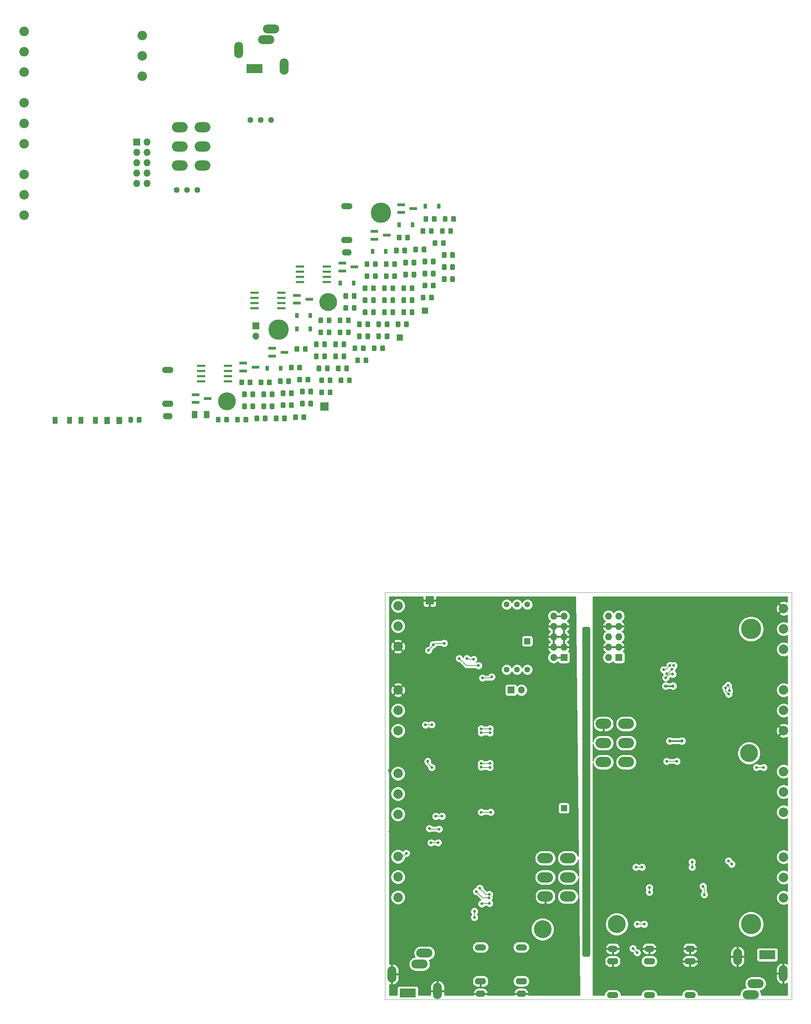
<source format=gbr>
%TF.GenerationSoftware,KiCad,Pcbnew,(5.1.0)-1*%
%TF.CreationDate,2019-10-04T20:48:20+02:00*%
%TF.ProjectId,KicadJE_AteOhAte,4b696361-644a-4455-9f41-74654f684174,rev?*%
%TF.SameCoordinates,Original*%
%TF.FileFunction,Copper,L1,Top*%
%TF.FilePolarity,Positive*%
%FSLAX46Y46*%
G04 Gerber Fmt 4.6, Leading zero omitted, Abs format (unit mm)*
G04 Created by KiCad (PCBNEW (5.1.0)-1) date 2019-10-04 20:48:20*
%MOMM*%
%LPD*%
G04 APERTURE LIST*
%ADD10C,1.000000*%
%ADD11C,0.050000*%
%ADD12C,1.440000*%
%ADD13O,1.700000X1.700000*%
%ADD14R,1.700000X1.700000*%
%ADD15O,2.800000X1.600000*%
%ADD16O,2.400000X1.600000*%
%ADD17O,2.800000X1.500000*%
%ADD18R,1.727200X1.727200*%
%ADD19O,1.727200X1.727200*%
%ADD20O,3.900000X2.500000*%
%ADD21O,2.200000X4.000000*%
%ADD22O,4.000000X2.200000*%
%ADD23R,4.000000X2.200000*%
%ADD24C,2.340000*%
%ADD25R,1.500000X1.500000*%
%ADD26R,2.000000X2.000000*%
%ADD27C,4.400000*%
%ADD28C,0.700000*%
%ADD29C,0.800000*%
%ADD30C,5.000000*%
%ADD31C,0.150000*%
%ADD32C,1.425000*%
%ADD33C,1.150000*%
%ADD34R,0.900000X1.200000*%
%ADD35R,1.300000X1.700000*%
%ADD36R,1.900000X0.800000*%
%ADD37R,2.000000X0.550000*%
%ADD38C,0.400000*%
%ADD39C,0.254000*%
G04 APERTURE END LIST*
D10*
X99000000Y-59000000D02*
X100000000Y-59000000D01*
X99000000Y-139000000D02*
X100000000Y-139000000D01*
X100000000Y-59000000D02*
X100000000Y-139000000D01*
X99000000Y-59000000D02*
X99000000Y-139000000D01*
D11*
X50000000Y-150000000D02*
X50000000Y-50000000D01*
X150000000Y-150000000D02*
X50000000Y-150000000D01*
X150000000Y-50000000D02*
X150000000Y-150000000D01*
X50000000Y-50000000D02*
X150000000Y-50000000D01*
D12*
X79920000Y-69000000D03*
X82460000Y-69000000D03*
X85000000Y-69000000D03*
X79920000Y-53000000D03*
X82460000Y-53000000D03*
X85000000Y-53000000D03*
D13*
X83540000Y-74000000D03*
D14*
X81000000Y-74000000D03*
D15*
X83500000Y-145480000D03*
D16*
X83500000Y-148580000D03*
D17*
X83500000Y-137180000D03*
D18*
X94000000Y-66000000D03*
D19*
X91460000Y-66000000D03*
X94000000Y-63460000D03*
X91460000Y-63460000D03*
X94000000Y-60920000D03*
X91460000Y-60920000D03*
X94000000Y-58380000D03*
X91460000Y-58380000D03*
X94000000Y-55840000D03*
X91460000Y-55840000D03*
D20*
X89412000Y-120000000D03*
X89412000Y-115300000D03*
X89412000Y-124700000D03*
X95000000Y-115300000D03*
X95000000Y-124700000D03*
X95000000Y-120000000D03*
D21*
X51700000Y-143800000D03*
D22*
X59700000Y-138600000D03*
X58500000Y-141300000D03*
D21*
X62900000Y-147900000D03*
D23*
X55600000Y-148400000D03*
D24*
X53200000Y-63300000D03*
X53200000Y-58300000D03*
X53200000Y-53300000D03*
X53200000Y-114900000D03*
X53200000Y-119900000D03*
X53200000Y-124900000D03*
X53200000Y-94500000D03*
X53200000Y-99500000D03*
X53200000Y-104500000D03*
X53200000Y-84000000D03*
X53200000Y-79000000D03*
X53200000Y-74000000D03*
D17*
X73500000Y-137180000D03*
D16*
X73500000Y-148580000D03*
D15*
X73500000Y-145480000D03*
D25*
X85000000Y-62000000D03*
D26*
X61000000Y-52000000D03*
D27*
X88750000Y-132750000D03*
D28*
X90400000Y-132750000D03*
X89916726Y-133916726D03*
X88750000Y-134400000D03*
X87583274Y-133916726D03*
X87100000Y-132750000D03*
X87583274Y-131583274D03*
X88750000Y-131100000D03*
X89916726Y-131583274D03*
D25*
X94000000Y-103000000D03*
D29*
X141325825Y-60325825D03*
X140000000Y-60875000D03*
X138674175Y-60325825D03*
X138125000Y-59000000D03*
X138674175Y-57674175D03*
X140000000Y-57125000D03*
X141325825Y-57674175D03*
X141875000Y-59000000D03*
D30*
X140000000Y-59000000D03*
X140000000Y-131500000D03*
D29*
X141875000Y-131500000D03*
X141325825Y-130174175D03*
X140000000Y-129625000D03*
X138674175Y-130174175D03*
X138125000Y-131500000D03*
X138674175Y-132825825D03*
X140000000Y-133375000D03*
X141325825Y-132825825D03*
D27*
X107000000Y-131500000D03*
D28*
X108650000Y-131500000D03*
X108166726Y-130333274D03*
X107000000Y-129850000D03*
X105833274Y-130333274D03*
X105350000Y-131500000D03*
X105833274Y-132666726D03*
X107000000Y-133150000D03*
X108166726Y-132666726D03*
X140666726Y-90666726D03*
X139500000Y-91150000D03*
X138333274Y-90666726D03*
X137850000Y-89500000D03*
X138333274Y-88333274D03*
X139500000Y-87850000D03*
X140666726Y-88333274D03*
X141150000Y-89500000D03*
D27*
X139500000Y-89500000D03*
D21*
X147900000Y-143600000D03*
D22*
X139900000Y-148800000D03*
X141100000Y-146100000D03*
D21*
X136700000Y-139500000D03*
D23*
X144000000Y-139000000D03*
D15*
X125000000Y-140620000D03*
D16*
X125000000Y-137520000D03*
D17*
X125000000Y-148920000D03*
X115000000Y-148920000D03*
D16*
X115000000Y-137520000D03*
D15*
X115000000Y-140620000D03*
D18*
X107500000Y-66000000D03*
D19*
X104960000Y-66000000D03*
X107500000Y-63460000D03*
X104960000Y-63460000D03*
X107500000Y-60920000D03*
X104960000Y-60920000D03*
X107500000Y-58380000D03*
X104960000Y-58380000D03*
X107500000Y-55840000D03*
X104960000Y-55840000D03*
D24*
X148000000Y-64000000D03*
X148000000Y-59000000D03*
X148000000Y-54000000D03*
X148000000Y-94000000D03*
X148000000Y-99000000D03*
X148000000Y-104000000D03*
X148000000Y-115000000D03*
X148000000Y-120000000D03*
X148000000Y-125000000D03*
X148000000Y-84000000D03*
X148000000Y-79000000D03*
X148000000Y-74000000D03*
D20*
X109294000Y-87000000D03*
X109294000Y-91700000D03*
X109294000Y-82300000D03*
X103706000Y-91700000D03*
X103706000Y-82300000D03*
X103706000Y-87000000D03*
D31*
G36*
X-17825495Y-6921205D02*
G01*
X-17801226Y-6924805D01*
X-17777428Y-6930766D01*
X-17754328Y-6939031D01*
X-17732150Y-6949521D01*
X-17711106Y-6962134D01*
X-17691401Y-6976748D01*
X-17673222Y-6993224D01*
X-17656746Y-7011403D01*
X-17642132Y-7031108D01*
X-17629519Y-7052152D01*
X-17619029Y-7074330D01*
X-17610764Y-7097430D01*
X-17604803Y-7121228D01*
X-17601203Y-7145497D01*
X-17599999Y-7170001D01*
X-17599999Y-8420001D01*
X-17601203Y-8444505D01*
X-17604803Y-8468774D01*
X-17610764Y-8492572D01*
X-17619029Y-8515672D01*
X-17629519Y-8537850D01*
X-17642132Y-8558894D01*
X-17656746Y-8578599D01*
X-17673222Y-8596778D01*
X-17691401Y-8613254D01*
X-17711106Y-8627868D01*
X-17732150Y-8640481D01*
X-17754328Y-8650971D01*
X-17777428Y-8659236D01*
X-17801226Y-8665197D01*
X-17825495Y-8668797D01*
X-17849999Y-8670001D01*
X-18774999Y-8670001D01*
X-18799503Y-8668797D01*
X-18823772Y-8665197D01*
X-18847570Y-8659236D01*
X-18870670Y-8650971D01*
X-18892848Y-8640481D01*
X-18913892Y-8627868D01*
X-18933597Y-8613254D01*
X-18951776Y-8596778D01*
X-18968252Y-8578599D01*
X-18982866Y-8558894D01*
X-18995479Y-8537850D01*
X-19005969Y-8515672D01*
X-19014234Y-8492572D01*
X-19020195Y-8468774D01*
X-19023795Y-8444505D01*
X-19024999Y-8420001D01*
X-19024999Y-7170001D01*
X-19023795Y-7145497D01*
X-19020195Y-7121228D01*
X-19014234Y-7097430D01*
X-19005969Y-7074330D01*
X-18995479Y-7052152D01*
X-18982866Y-7031108D01*
X-18968252Y-7011403D01*
X-18951776Y-6993224D01*
X-18933597Y-6976748D01*
X-18913892Y-6962134D01*
X-18892848Y-6949521D01*
X-18870670Y-6939031D01*
X-18847570Y-6930766D01*
X-18823772Y-6924805D01*
X-18799503Y-6921205D01*
X-18774999Y-6920001D01*
X-17849999Y-6920001D01*
X-17825495Y-6921205D01*
X-17825495Y-6921205D01*
G37*
D32*
X-18312499Y-7795001D03*
D31*
G36*
X-14850495Y-6921205D02*
G01*
X-14826226Y-6924805D01*
X-14802428Y-6930766D01*
X-14779328Y-6939031D01*
X-14757150Y-6949521D01*
X-14736106Y-6962134D01*
X-14716401Y-6976748D01*
X-14698222Y-6993224D01*
X-14681746Y-7011403D01*
X-14667132Y-7031108D01*
X-14654519Y-7052152D01*
X-14644029Y-7074330D01*
X-14635764Y-7097430D01*
X-14629803Y-7121228D01*
X-14626203Y-7145497D01*
X-14624999Y-7170001D01*
X-14624999Y-8420001D01*
X-14626203Y-8444505D01*
X-14629803Y-8468774D01*
X-14635764Y-8492572D01*
X-14644029Y-8515672D01*
X-14654519Y-8537850D01*
X-14667132Y-8558894D01*
X-14681746Y-8578599D01*
X-14698222Y-8596778D01*
X-14716401Y-8613254D01*
X-14736106Y-8627868D01*
X-14757150Y-8640481D01*
X-14779328Y-8650971D01*
X-14802428Y-8659236D01*
X-14826226Y-8665197D01*
X-14850495Y-8668797D01*
X-14874999Y-8670001D01*
X-15799999Y-8670001D01*
X-15824503Y-8668797D01*
X-15848772Y-8665197D01*
X-15872570Y-8659236D01*
X-15895670Y-8650971D01*
X-15917848Y-8640481D01*
X-15938892Y-8627868D01*
X-15958597Y-8613254D01*
X-15976776Y-8596778D01*
X-15993252Y-8578599D01*
X-16007866Y-8558894D01*
X-16020479Y-8537850D01*
X-16030969Y-8515672D01*
X-16039234Y-8492572D01*
X-16045195Y-8468774D01*
X-16048795Y-8444505D01*
X-16049999Y-8420001D01*
X-16049999Y-7170001D01*
X-16048795Y-7145497D01*
X-16045195Y-7121228D01*
X-16039234Y-7097430D01*
X-16030969Y-7074330D01*
X-16020479Y-7052152D01*
X-16007866Y-7031108D01*
X-15993252Y-7011403D01*
X-15976776Y-6993224D01*
X-15958597Y-6976748D01*
X-15938892Y-6962134D01*
X-15917848Y-6949521D01*
X-15895670Y-6939031D01*
X-15872570Y-6930766D01*
X-15848772Y-6924805D01*
X-15824503Y-6921205D01*
X-15799999Y-6920001D01*
X-14874999Y-6920001D01*
X-14850495Y-6921205D01*
X-14850495Y-6921205D01*
G37*
D32*
X-15337499Y-7795001D03*
D31*
G36*
X24619506Y2543795D02*
G01*
X24643774Y2540195D01*
X24667573Y2534234D01*
X24690672Y2525969D01*
X24712851Y2515479D01*
X24733894Y2502867D01*
X24753600Y2488252D01*
X24771778Y2471776D01*
X24788254Y2453598D01*
X24802869Y2433892D01*
X24815481Y2412849D01*
X24825971Y2390670D01*
X24834236Y2367571D01*
X24840197Y2343772D01*
X24843797Y2319504D01*
X24845001Y2295000D01*
X24845001Y1394998D01*
X24843797Y1370494D01*
X24840197Y1346226D01*
X24834236Y1322427D01*
X24825971Y1299328D01*
X24815481Y1277149D01*
X24802869Y1256106D01*
X24788254Y1236400D01*
X24771778Y1218222D01*
X24753600Y1201746D01*
X24733894Y1187131D01*
X24712851Y1174519D01*
X24690672Y1164029D01*
X24667573Y1155764D01*
X24643774Y1149803D01*
X24619506Y1146203D01*
X24595002Y1144999D01*
X23945000Y1144999D01*
X23920496Y1146203D01*
X23896228Y1149803D01*
X23872429Y1155764D01*
X23849330Y1164029D01*
X23827151Y1174519D01*
X23806108Y1187131D01*
X23786402Y1201746D01*
X23768224Y1218222D01*
X23751748Y1236400D01*
X23737133Y1256106D01*
X23724521Y1277149D01*
X23714031Y1299328D01*
X23705766Y1322427D01*
X23699805Y1346226D01*
X23696205Y1370494D01*
X23695001Y1394998D01*
X23695001Y2295000D01*
X23696205Y2319504D01*
X23699805Y2343772D01*
X23705766Y2367571D01*
X23714031Y2390670D01*
X23724521Y2412849D01*
X23737133Y2433892D01*
X23751748Y2453598D01*
X23768224Y2471776D01*
X23786402Y2488252D01*
X23806108Y2502867D01*
X23827151Y2515479D01*
X23849330Y2525969D01*
X23872429Y2534234D01*
X23896228Y2540195D01*
X23920496Y2543795D01*
X23945000Y2544999D01*
X24595002Y2544999D01*
X24619506Y2543795D01*
X24619506Y2543795D01*
G37*
D33*
X24270001Y1844999D03*
D31*
G36*
X26669506Y2543795D02*
G01*
X26693774Y2540195D01*
X26717573Y2534234D01*
X26740672Y2525969D01*
X26762851Y2515479D01*
X26783894Y2502867D01*
X26803600Y2488252D01*
X26821778Y2471776D01*
X26838254Y2453598D01*
X26852869Y2433892D01*
X26865481Y2412849D01*
X26875971Y2390670D01*
X26884236Y2367571D01*
X26890197Y2343772D01*
X26893797Y2319504D01*
X26895001Y2295000D01*
X26895001Y1394998D01*
X26893797Y1370494D01*
X26890197Y1346226D01*
X26884236Y1322427D01*
X26875971Y1299328D01*
X26865481Y1277149D01*
X26852869Y1256106D01*
X26838254Y1236400D01*
X26821778Y1218222D01*
X26803600Y1201746D01*
X26783894Y1187131D01*
X26762851Y1174519D01*
X26740672Y1164029D01*
X26717573Y1155764D01*
X26693774Y1149803D01*
X26669506Y1146203D01*
X26645002Y1144999D01*
X25995000Y1144999D01*
X25970496Y1146203D01*
X25946228Y1149803D01*
X25922429Y1155764D01*
X25899330Y1164029D01*
X25877151Y1174519D01*
X25856108Y1187131D01*
X25836402Y1201746D01*
X25818224Y1218222D01*
X25801748Y1236400D01*
X25787133Y1256106D01*
X25774521Y1277149D01*
X25764031Y1299328D01*
X25755766Y1322427D01*
X25749805Y1346226D01*
X25746205Y1370494D01*
X25745001Y1394998D01*
X25745001Y2295000D01*
X25746205Y2319504D01*
X25749805Y2343772D01*
X25755766Y2367571D01*
X25764031Y2390670D01*
X25774521Y2412849D01*
X25787133Y2433892D01*
X25801748Y2453598D01*
X25818224Y2471776D01*
X25836402Y2488252D01*
X25856108Y2502867D01*
X25877151Y2515479D01*
X25899330Y2525969D01*
X25922429Y2534234D01*
X25946228Y2540195D01*
X25970496Y2543795D01*
X25995000Y2544999D01*
X26645002Y2544999D01*
X26669506Y2543795D01*
X26669506Y2543795D01*
G37*
D33*
X26320001Y1844999D03*
D31*
G36*
X59949506Y34873795D02*
G01*
X59973774Y34870195D01*
X59997573Y34864234D01*
X60020672Y34855969D01*
X60042851Y34845479D01*
X60063894Y34832867D01*
X60083600Y34818252D01*
X60101778Y34801776D01*
X60118254Y34783598D01*
X60132869Y34763892D01*
X60145481Y34742849D01*
X60155971Y34720670D01*
X60164236Y34697571D01*
X60170197Y34673772D01*
X60173797Y34649504D01*
X60175001Y34625000D01*
X60175001Y33724998D01*
X60173797Y33700494D01*
X60170197Y33676226D01*
X60164236Y33652427D01*
X60155971Y33629328D01*
X60145481Y33607149D01*
X60132869Y33586106D01*
X60118254Y33566400D01*
X60101778Y33548222D01*
X60083600Y33531746D01*
X60063894Y33517131D01*
X60042851Y33504519D01*
X60020672Y33494029D01*
X59997573Y33485764D01*
X59973774Y33479803D01*
X59949506Y33476203D01*
X59925002Y33474999D01*
X59275000Y33474999D01*
X59250496Y33476203D01*
X59226228Y33479803D01*
X59202429Y33485764D01*
X59179330Y33494029D01*
X59157151Y33504519D01*
X59136108Y33517131D01*
X59116402Y33531746D01*
X59098224Y33548222D01*
X59081748Y33566400D01*
X59067133Y33586106D01*
X59054521Y33607149D01*
X59044031Y33629328D01*
X59035766Y33652427D01*
X59029805Y33676226D01*
X59026205Y33700494D01*
X59025001Y33724998D01*
X59025001Y34625000D01*
X59026205Y34649504D01*
X59029805Y34673772D01*
X59035766Y34697571D01*
X59044031Y34720670D01*
X59054521Y34742849D01*
X59067133Y34763892D01*
X59081748Y34783598D01*
X59098224Y34801776D01*
X59116402Y34818252D01*
X59136108Y34832867D01*
X59157151Y34845479D01*
X59179330Y34855969D01*
X59202429Y34864234D01*
X59226228Y34870195D01*
X59250496Y34873795D01*
X59275000Y34874999D01*
X59925002Y34874999D01*
X59949506Y34873795D01*
X59949506Y34873795D01*
G37*
D33*
X59600001Y34174999D03*
D31*
G36*
X57899506Y34873795D02*
G01*
X57923774Y34870195D01*
X57947573Y34864234D01*
X57970672Y34855969D01*
X57992851Y34845479D01*
X58013894Y34832867D01*
X58033600Y34818252D01*
X58051778Y34801776D01*
X58068254Y34783598D01*
X58082869Y34763892D01*
X58095481Y34742849D01*
X58105971Y34720670D01*
X58114236Y34697571D01*
X58120197Y34673772D01*
X58123797Y34649504D01*
X58125001Y34625000D01*
X58125001Y33724998D01*
X58123797Y33700494D01*
X58120197Y33676226D01*
X58114236Y33652427D01*
X58105971Y33629328D01*
X58095481Y33607149D01*
X58082869Y33586106D01*
X58068254Y33566400D01*
X58051778Y33548222D01*
X58033600Y33531746D01*
X58013894Y33517131D01*
X57992851Y33504519D01*
X57970672Y33494029D01*
X57947573Y33485764D01*
X57923774Y33479803D01*
X57899506Y33476203D01*
X57875002Y33474999D01*
X57225000Y33474999D01*
X57200496Y33476203D01*
X57176228Y33479803D01*
X57152429Y33485764D01*
X57129330Y33494029D01*
X57107151Y33504519D01*
X57086108Y33517131D01*
X57066402Y33531746D01*
X57048224Y33548222D01*
X57031748Y33566400D01*
X57017133Y33586106D01*
X57004521Y33607149D01*
X56994031Y33629328D01*
X56985766Y33652427D01*
X56979805Y33676226D01*
X56976205Y33700494D01*
X56975001Y33724998D01*
X56975001Y34625000D01*
X56976205Y34649504D01*
X56979805Y34673772D01*
X56985766Y34697571D01*
X56994031Y34720670D01*
X57004521Y34742849D01*
X57017133Y34763892D01*
X57031748Y34783598D01*
X57048224Y34801776D01*
X57066402Y34818252D01*
X57086108Y34832867D01*
X57107151Y34845479D01*
X57129330Y34855969D01*
X57152429Y34864234D01*
X57176228Y34870195D01*
X57200496Y34873795D01*
X57225000Y34874999D01*
X57875002Y34874999D01*
X57899506Y34873795D01*
X57899506Y34873795D01*
G37*
D33*
X57550001Y34174999D03*
D31*
G36*
X6649505Y-5481205D02*
G01*
X6673774Y-5484805D01*
X6697572Y-5490766D01*
X6720672Y-5499031D01*
X6742850Y-5509521D01*
X6763894Y-5522134D01*
X6783599Y-5536748D01*
X6801778Y-5553224D01*
X6818254Y-5571403D01*
X6832868Y-5591108D01*
X6845481Y-5612152D01*
X6855971Y-5634330D01*
X6864236Y-5657430D01*
X6870197Y-5681228D01*
X6873797Y-5705497D01*
X6875001Y-5730001D01*
X6875001Y-6980001D01*
X6873797Y-7004505D01*
X6870197Y-7028774D01*
X6864236Y-7052572D01*
X6855971Y-7075672D01*
X6845481Y-7097850D01*
X6832868Y-7118894D01*
X6818254Y-7138599D01*
X6801778Y-7156778D01*
X6783599Y-7173254D01*
X6763894Y-7187868D01*
X6742850Y-7200481D01*
X6720672Y-7210971D01*
X6697572Y-7219236D01*
X6673774Y-7225197D01*
X6649505Y-7228797D01*
X6625001Y-7230001D01*
X5700001Y-7230001D01*
X5675497Y-7228797D01*
X5651228Y-7225197D01*
X5627430Y-7219236D01*
X5604330Y-7210971D01*
X5582152Y-7200481D01*
X5561108Y-7187868D01*
X5541403Y-7173254D01*
X5523224Y-7156778D01*
X5506748Y-7138599D01*
X5492134Y-7118894D01*
X5479521Y-7097850D01*
X5469031Y-7075672D01*
X5460766Y-7052572D01*
X5454805Y-7028774D01*
X5451205Y-7004505D01*
X5450001Y-6980001D01*
X5450001Y-5730001D01*
X5451205Y-5705497D01*
X5454805Y-5681228D01*
X5460766Y-5657430D01*
X5469031Y-5634330D01*
X5479521Y-5612152D01*
X5492134Y-5591108D01*
X5506748Y-5571403D01*
X5523224Y-5553224D01*
X5541403Y-5536748D01*
X5561108Y-5522134D01*
X5582152Y-5509521D01*
X5604330Y-5499031D01*
X5627430Y-5490766D01*
X5651228Y-5484805D01*
X5675497Y-5481205D01*
X5700001Y-5480001D01*
X6625001Y-5480001D01*
X6649505Y-5481205D01*
X6649505Y-5481205D01*
G37*
D32*
X6162501Y-6355001D03*
D31*
G36*
X3674505Y-5481205D02*
G01*
X3698774Y-5484805D01*
X3722572Y-5490766D01*
X3745672Y-5499031D01*
X3767850Y-5509521D01*
X3788894Y-5522134D01*
X3808599Y-5536748D01*
X3826778Y-5553224D01*
X3843254Y-5571403D01*
X3857868Y-5591108D01*
X3870481Y-5612152D01*
X3880971Y-5634330D01*
X3889236Y-5657430D01*
X3895197Y-5681228D01*
X3898797Y-5705497D01*
X3900001Y-5730001D01*
X3900001Y-6980001D01*
X3898797Y-7004505D01*
X3895197Y-7028774D01*
X3889236Y-7052572D01*
X3880971Y-7075672D01*
X3870481Y-7097850D01*
X3857868Y-7118894D01*
X3843254Y-7138599D01*
X3826778Y-7156778D01*
X3808599Y-7173254D01*
X3788894Y-7187868D01*
X3767850Y-7200481D01*
X3745672Y-7210971D01*
X3722572Y-7219236D01*
X3698774Y-7225197D01*
X3674505Y-7228797D01*
X3650001Y-7230001D01*
X2725001Y-7230001D01*
X2700497Y-7228797D01*
X2676228Y-7225197D01*
X2652430Y-7219236D01*
X2629330Y-7210971D01*
X2607152Y-7200481D01*
X2586108Y-7187868D01*
X2566403Y-7173254D01*
X2548224Y-7156778D01*
X2531748Y-7138599D01*
X2517134Y-7118894D01*
X2504521Y-7097850D01*
X2494031Y-7075672D01*
X2485766Y-7052572D01*
X2479805Y-7028774D01*
X2476205Y-7004505D01*
X2475001Y-6980001D01*
X2475001Y-5730001D01*
X2476205Y-5705497D01*
X2479805Y-5681228D01*
X2485766Y-5657430D01*
X2494031Y-5634330D01*
X2504521Y-5612152D01*
X2517134Y-5591108D01*
X2531748Y-5571403D01*
X2548224Y-5553224D01*
X2566403Y-5536748D01*
X2586108Y-5522134D01*
X2607152Y-5509521D01*
X2629330Y-5499031D01*
X2652430Y-5490766D01*
X2676228Y-5484805D01*
X2700497Y-5481205D01*
X2725001Y-5480001D01*
X3650001Y-5480001D01*
X3674505Y-5481205D01*
X3674505Y-5481205D01*
G37*
D32*
X3187501Y-6355001D03*
D31*
G36*
X36609506Y14543795D02*
G01*
X36633774Y14540195D01*
X36657573Y14534234D01*
X36680672Y14525969D01*
X36702851Y14515479D01*
X36723894Y14502867D01*
X36743600Y14488252D01*
X36761778Y14471776D01*
X36778254Y14453598D01*
X36792869Y14433892D01*
X36805481Y14412849D01*
X36815971Y14390670D01*
X36824236Y14367571D01*
X36830197Y14343772D01*
X36833797Y14319504D01*
X36835001Y14295000D01*
X36835001Y13394998D01*
X36833797Y13370494D01*
X36830197Y13346226D01*
X36824236Y13322427D01*
X36815971Y13299328D01*
X36805481Y13277149D01*
X36792869Y13256106D01*
X36778254Y13236400D01*
X36761778Y13218222D01*
X36743600Y13201746D01*
X36723894Y13187131D01*
X36702851Y13174519D01*
X36680672Y13164029D01*
X36657573Y13155764D01*
X36633774Y13149803D01*
X36609506Y13146203D01*
X36585002Y13144999D01*
X35935000Y13144999D01*
X35910496Y13146203D01*
X35886228Y13149803D01*
X35862429Y13155764D01*
X35839330Y13164029D01*
X35817151Y13174519D01*
X35796108Y13187131D01*
X35776402Y13201746D01*
X35758224Y13218222D01*
X35741748Y13236400D01*
X35727133Y13256106D01*
X35714521Y13277149D01*
X35704031Y13299328D01*
X35695766Y13322427D01*
X35689805Y13346226D01*
X35686205Y13370494D01*
X35685001Y13394998D01*
X35685001Y14295000D01*
X35686205Y14319504D01*
X35689805Y14343772D01*
X35695766Y14367571D01*
X35704031Y14390670D01*
X35714521Y14412849D01*
X35727133Y14433892D01*
X35741748Y14453598D01*
X35758224Y14471776D01*
X35776402Y14488252D01*
X35796108Y14502867D01*
X35817151Y14515479D01*
X35839330Y14525969D01*
X35862429Y14534234D01*
X35886228Y14540195D01*
X35910496Y14543795D01*
X35935000Y14544999D01*
X36585002Y14544999D01*
X36609506Y14543795D01*
X36609506Y14543795D01*
G37*
D33*
X36260001Y13844999D03*
D31*
G36*
X34559506Y14543795D02*
G01*
X34583774Y14540195D01*
X34607573Y14534234D01*
X34630672Y14525969D01*
X34652851Y14515479D01*
X34673894Y14502867D01*
X34693600Y14488252D01*
X34711778Y14471776D01*
X34728254Y14453598D01*
X34742869Y14433892D01*
X34755481Y14412849D01*
X34765971Y14390670D01*
X34774236Y14367571D01*
X34780197Y14343772D01*
X34783797Y14319504D01*
X34785001Y14295000D01*
X34785001Y13394998D01*
X34783797Y13370494D01*
X34780197Y13346226D01*
X34774236Y13322427D01*
X34765971Y13299328D01*
X34755481Y13277149D01*
X34742869Y13256106D01*
X34728254Y13236400D01*
X34711778Y13218222D01*
X34693600Y13201746D01*
X34673894Y13187131D01*
X34652851Y13174519D01*
X34630672Y13164029D01*
X34607573Y13155764D01*
X34583774Y13149803D01*
X34559506Y13146203D01*
X34535002Y13144999D01*
X33885000Y13144999D01*
X33860496Y13146203D01*
X33836228Y13149803D01*
X33812429Y13155764D01*
X33789330Y13164029D01*
X33767151Y13174519D01*
X33746108Y13187131D01*
X33726402Y13201746D01*
X33708224Y13218222D01*
X33691748Y13236400D01*
X33677133Y13256106D01*
X33664521Y13277149D01*
X33654031Y13299328D01*
X33645766Y13322427D01*
X33639805Y13346226D01*
X33636205Y13370494D01*
X33635001Y13394998D01*
X33635001Y14295000D01*
X33636205Y14319504D01*
X33639805Y14343772D01*
X33645766Y14367571D01*
X33654031Y14390670D01*
X33664521Y14412849D01*
X33677133Y14433892D01*
X33691748Y14453598D01*
X33708224Y14471776D01*
X33726402Y14488252D01*
X33746108Y14502867D01*
X33767151Y14515479D01*
X33789330Y14525969D01*
X33812429Y14534234D01*
X33836228Y14540195D01*
X33860496Y14543795D01*
X33885000Y14544999D01*
X34535002Y14544999D01*
X34559506Y14543795D01*
X34559506Y14543795D01*
G37*
D33*
X34210001Y13844999D03*
D31*
G36*
X45469506Y25373795D02*
G01*
X45493774Y25370195D01*
X45517573Y25364234D01*
X45540672Y25355969D01*
X45562851Y25345479D01*
X45583894Y25332867D01*
X45603600Y25318252D01*
X45621778Y25301776D01*
X45638254Y25283598D01*
X45652869Y25263892D01*
X45665481Y25242849D01*
X45675971Y25220670D01*
X45684236Y25197571D01*
X45690197Y25173772D01*
X45693797Y25149504D01*
X45695001Y25125000D01*
X45695001Y24224998D01*
X45693797Y24200494D01*
X45690197Y24176226D01*
X45684236Y24152427D01*
X45675971Y24129328D01*
X45665481Y24107149D01*
X45652869Y24086106D01*
X45638254Y24066400D01*
X45621778Y24048222D01*
X45603600Y24031746D01*
X45583894Y24017131D01*
X45562851Y24004519D01*
X45540672Y23994029D01*
X45517573Y23985764D01*
X45493774Y23979803D01*
X45469506Y23976203D01*
X45445002Y23974999D01*
X44795000Y23974999D01*
X44770496Y23976203D01*
X44746228Y23979803D01*
X44722429Y23985764D01*
X44699330Y23994029D01*
X44677151Y24004519D01*
X44656108Y24017131D01*
X44636402Y24031746D01*
X44618224Y24048222D01*
X44601748Y24066400D01*
X44587133Y24086106D01*
X44574521Y24107149D01*
X44564031Y24129328D01*
X44555766Y24152427D01*
X44549805Y24176226D01*
X44546205Y24200494D01*
X44545001Y24224998D01*
X44545001Y25125000D01*
X44546205Y25149504D01*
X44549805Y25173772D01*
X44555766Y25197571D01*
X44564031Y25220670D01*
X44574521Y25242849D01*
X44587133Y25263892D01*
X44601748Y25283598D01*
X44618224Y25301776D01*
X44636402Y25318252D01*
X44656108Y25332867D01*
X44677151Y25345479D01*
X44699330Y25355969D01*
X44722429Y25364234D01*
X44746228Y25370195D01*
X44770496Y25373795D01*
X44795000Y25374999D01*
X45445002Y25374999D01*
X45469506Y25373795D01*
X45469506Y25373795D01*
G37*
D33*
X45120001Y24674999D03*
D31*
G36*
X47519506Y25373795D02*
G01*
X47543774Y25370195D01*
X47567573Y25364234D01*
X47590672Y25355969D01*
X47612851Y25345479D01*
X47633894Y25332867D01*
X47653600Y25318252D01*
X47671778Y25301776D01*
X47688254Y25283598D01*
X47702869Y25263892D01*
X47715481Y25242849D01*
X47725971Y25220670D01*
X47734236Y25197571D01*
X47740197Y25173772D01*
X47743797Y25149504D01*
X47745001Y25125000D01*
X47745001Y24224998D01*
X47743797Y24200494D01*
X47740197Y24176226D01*
X47734236Y24152427D01*
X47725971Y24129328D01*
X47715481Y24107149D01*
X47702869Y24086106D01*
X47688254Y24066400D01*
X47671778Y24048222D01*
X47653600Y24031746D01*
X47633894Y24017131D01*
X47612851Y24004519D01*
X47590672Y23994029D01*
X47567573Y23985764D01*
X47543774Y23979803D01*
X47519506Y23976203D01*
X47495002Y23974999D01*
X46845000Y23974999D01*
X46820496Y23976203D01*
X46796228Y23979803D01*
X46772429Y23985764D01*
X46749330Y23994029D01*
X46727151Y24004519D01*
X46706108Y24017131D01*
X46686402Y24031746D01*
X46668224Y24048222D01*
X46651748Y24066400D01*
X46637133Y24086106D01*
X46624521Y24107149D01*
X46614031Y24129328D01*
X46605766Y24152427D01*
X46599805Y24176226D01*
X46596205Y24200494D01*
X46595001Y24224998D01*
X46595001Y25125000D01*
X46596205Y25149504D01*
X46599805Y25173772D01*
X46605766Y25197571D01*
X46614031Y25220670D01*
X46624521Y25242849D01*
X46637133Y25263892D01*
X46651748Y25283598D01*
X46668224Y25301776D01*
X46686402Y25318252D01*
X46706108Y25332867D01*
X46727151Y25345479D01*
X46749330Y25355969D01*
X46772429Y25364234D01*
X46796228Y25370195D01*
X46820496Y25373795D01*
X46845000Y25374999D01*
X47495002Y25374999D01*
X47519506Y25373795D01*
X47519506Y25373795D01*
G37*
D33*
X47170001Y24674999D03*
D31*
G36*
X61749506Y39423795D02*
G01*
X61773774Y39420195D01*
X61797573Y39414234D01*
X61820672Y39405969D01*
X61842851Y39395479D01*
X61863894Y39382867D01*
X61883600Y39368252D01*
X61901778Y39351776D01*
X61918254Y39333598D01*
X61932869Y39313892D01*
X61945481Y39292849D01*
X61955971Y39270670D01*
X61964236Y39247571D01*
X61970197Y39223772D01*
X61973797Y39199504D01*
X61975001Y39175000D01*
X61975001Y38274998D01*
X61973797Y38250494D01*
X61970197Y38226226D01*
X61964236Y38202427D01*
X61955971Y38179328D01*
X61945481Y38157149D01*
X61932869Y38136106D01*
X61918254Y38116400D01*
X61901778Y38098222D01*
X61883600Y38081746D01*
X61863894Y38067131D01*
X61842851Y38054519D01*
X61820672Y38044029D01*
X61797573Y38035764D01*
X61773774Y38029803D01*
X61749506Y38026203D01*
X61725002Y38024999D01*
X61075000Y38024999D01*
X61050496Y38026203D01*
X61026228Y38029803D01*
X61002429Y38035764D01*
X60979330Y38044029D01*
X60957151Y38054519D01*
X60936108Y38067131D01*
X60916402Y38081746D01*
X60898224Y38098222D01*
X60881748Y38116400D01*
X60867133Y38136106D01*
X60854521Y38157149D01*
X60844031Y38179328D01*
X60835766Y38202427D01*
X60829805Y38226226D01*
X60826205Y38250494D01*
X60825001Y38274998D01*
X60825001Y39175000D01*
X60826205Y39199504D01*
X60829805Y39223772D01*
X60835766Y39247571D01*
X60844031Y39270670D01*
X60854521Y39292849D01*
X60867133Y39313892D01*
X60881748Y39333598D01*
X60898224Y39351776D01*
X60916402Y39368252D01*
X60936108Y39382867D01*
X60957151Y39395479D01*
X60979330Y39405969D01*
X61002429Y39414234D01*
X61026228Y39420195D01*
X61050496Y39423795D01*
X61075000Y39424999D01*
X61725002Y39424999D01*
X61749506Y39423795D01*
X61749506Y39423795D01*
G37*
D33*
X61400001Y38724999D03*
D31*
G36*
X59699506Y39423795D02*
G01*
X59723774Y39420195D01*
X59747573Y39414234D01*
X59770672Y39405969D01*
X59792851Y39395479D01*
X59813894Y39382867D01*
X59833600Y39368252D01*
X59851778Y39351776D01*
X59868254Y39333598D01*
X59882869Y39313892D01*
X59895481Y39292849D01*
X59905971Y39270670D01*
X59914236Y39247571D01*
X59920197Y39223772D01*
X59923797Y39199504D01*
X59925001Y39175000D01*
X59925001Y38274998D01*
X59923797Y38250494D01*
X59920197Y38226226D01*
X59914236Y38202427D01*
X59905971Y38179328D01*
X59895481Y38157149D01*
X59882869Y38136106D01*
X59868254Y38116400D01*
X59851778Y38098222D01*
X59833600Y38081746D01*
X59813894Y38067131D01*
X59792851Y38054519D01*
X59770672Y38044029D01*
X59747573Y38035764D01*
X59723774Y38029803D01*
X59699506Y38026203D01*
X59675002Y38024999D01*
X59025000Y38024999D01*
X59000496Y38026203D01*
X58976228Y38029803D01*
X58952429Y38035764D01*
X58929330Y38044029D01*
X58907151Y38054519D01*
X58886108Y38067131D01*
X58866402Y38081746D01*
X58848224Y38098222D01*
X58831748Y38116400D01*
X58817133Y38136106D01*
X58804521Y38157149D01*
X58794031Y38179328D01*
X58785766Y38202427D01*
X58779805Y38226226D01*
X58776205Y38250494D01*
X58775001Y38274998D01*
X58775001Y39175000D01*
X58776205Y39199504D01*
X58779805Y39223772D01*
X58785766Y39247571D01*
X58794031Y39270670D01*
X58804521Y39292849D01*
X58817133Y39313892D01*
X58831748Y39333598D01*
X58848224Y39351776D01*
X58866402Y39368252D01*
X58886108Y39382867D01*
X58907151Y39395479D01*
X58929330Y39405969D01*
X58952429Y39414234D01*
X58976228Y39420195D01*
X59000496Y39423795D01*
X59025000Y39424999D01*
X59675002Y39424999D01*
X59699506Y39423795D01*
X59699506Y39423795D01*
G37*
D33*
X59350001Y38724999D03*
D31*
G36*
X20549506Y-686205D02*
G01*
X20573774Y-689805D01*
X20597573Y-695766D01*
X20620672Y-704031D01*
X20642851Y-714521D01*
X20663894Y-727133D01*
X20683600Y-741748D01*
X20701778Y-758224D01*
X20718254Y-776402D01*
X20732869Y-796108D01*
X20745481Y-817151D01*
X20755971Y-839330D01*
X20764236Y-862429D01*
X20770197Y-886228D01*
X20773797Y-910496D01*
X20775001Y-935000D01*
X20775001Y-1835002D01*
X20773797Y-1859506D01*
X20770197Y-1883774D01*
X20764236Y-1907573D01*
X20755971Y-1930672D01*
X20745481Y-1952851D01*
X20732869Y-1973894D01*
X20718254Y-1993600D01*
X20701778Y-2011778D01*
X20683600Y-2028254D01*
X20663894Y-2042869D01*
X20642851Y-2055481D01*
X20620672Y-2065971D01*
X20597573Y-2074236D01*
X20573774Y-2080197D01*
X20549506Y-2083797D01*
X20525002Y-2085001D01*
X19875000Y-2085001D01*
X19850496Y-2083797D01*
X19826228Y-2080197D01*
X19802429Y-2074236D01*
X19779330Y-2065971D01*
X19757151Y-2055481D01*
X19736108Y-2042869D01*
X19716402Y-2028254D01*
X19698224Y-2011778D01*
X19681748Y-1993600D01*
X19667133Y-1973894D01*
X19654521Y-1952851D01*
X19644031Y-1930672D01*
X19635766Y-1907573D01*
X19629805Y-1883774D01*
X19626205Y-1859506D01*
X19625001Y-1835002D01*
X19625001Y-935000D01*
X19626205Y-910496D01*
X19629805Y-886228D01*
X19635766Y-862429D01*
X19644031Y-839330D01*
X19654521Y-817151D01*
X19667133Y-796108D01*
X19681748Y-776402D01*
X19698224Y-758224D01*
X19716402Y-741748D01*
X19736108Y-727133D01*
X19757151Y-714521D01*
X19779330Y-704031D01*
X19802429Y-695766D01*
X19826228Y-689805D01*
X19850496Y-686205D01*
X19875000Y-685001D01*
X20525002Y-685001D01*
X20549506Y-686205D01*
X20549506Y-686205D01*
G37*
D33*
X20200001Y-1385001D03*
D31*
G36*
X22599506Y-686205D02*
G01*
X22623774Y-689805D01*
X22647573Y-695766D01*
X22670672Y-704031D01*
X22692851Y-714521D01*
X22713894Y-727133D01*
X22733600Y-741748D01*
X22751778Y-758224D01*
X22768254Y-776402D01*
X22782869Y-796108D01*
X22795481Y-817151D01*
X22805971Y-839330D01*
X22814236Y-862429D01*
X22820197Y-886228D01*
X22823797Y-910496D01*
X22825001Y-935000D01*
X22825001Y-1835002D01*
X22823797Y-1859506D01*
X22820197Y-1883774D01*
X22814236Y-1907573D01*
X22805971Y-1930672D01*
X22795481Y-1952851D01*
X22782869Y-1973894D01*
X22768254Y-1993600D01*
X22751778Y-2011778D01*
X22733600Y-2028254D01*
X22713894Y-2042869D01*
X22692851Y-2055481D01*
X22670672Y-2065971D01*
X22647573Y-2074236D01*
X22623774Y-2080197D01*
X22599506Y-2083797D01*
X22575002Y-2085001D01*
X21925000Y-2085001D01*
X21900496Y-2083797D01*
X21876228Y-2080197D01*
X21852429Y-2074236D01*
X21829330Y-2065971D01*
X21807151Y-2055481D01*
X21786108Y-2042869D01*
X21766402Y-2028254D01*
X21748224Y-2011778D01*
X21731748Y-1993600D01*
X21717133Y-1973894D01*
X21704521Y-1952851D01*
X21694031Y-1930672D01*
X21685766Y-1907573D01*
X21679805Y-1883774D01*
X21676205Y-1859506D01*
X21675001Y-1835002D01*
X21675001Y-935000D01*
X21676205Y-910496D01*
X21679805Y-886228D01*
X21685766Y-862429D01*
X21694031Y-839330D01*
X21704521Y-817151D01*
X21717133Y-796108D01*
X21731748Y-776402D01*
X21748224Y-758224D01*
X21766402Y-741748D01*
X21786108Y-727133D01*
X21807151Y-714521D01*
X21829330Y-704031D01*
X21852429Y-695766D01*
X21876228Y-689805D01*
X21900496Y-686205D01*
X21925000Y-685001D01*
X22575002Y-685001D01*
X22599506Y-686205D01*
X22599506Y-686205D01*
G37*
D33*
X22250001Y-1385001D03*
D31*
G36*
X16149506Y-6886205D02*
G01*
X16173774Y-6889805D01*
X16197573Y-6895766D01*
X16220672Y-6904031D01*
X16242851Y-6914521D01*
X16263894Y-6927133D01*
X16283600Y-6941748D01*
X16301778Y-6958224D01*
X16318254Y-6976402D01*
X16332869Y-6996108D01*
X16345481Y-7017151D01*
X16355971Y-7039330D01*
X16364236Y-7062429D01*
X16370197Y-7086228D01*
X16373797Y-7110496D01*
X16375001Y-7135000D01*
X16375001Y-8035002D01*
X16373797Y-8059506D01*
X16370197Y-8083774D01*
X16364236Y-8107573D01*
X16355971Y-8130672D01*
X16345481Y-8152851D01*
X16332869Y-8173894D01*
X16318254Y-8193600D01*
X16301778Y-8211778D01*
X16283600Y-8228254D01*
X16263894Y-8242869D01*
X16242851Y-8255481D01*
X16220672Y-8265971D01*
X16197573Y-8274236D01*
X16173774Y-8280197D01*
X16149506Y-8283797D01*
X16125002Y-8285001D01*
X15475000Y-8285001D01*
X15450496Y-8283797D01*
X15426228Y-8280197D01*
X15402429Y-8274236D01*
X15379330Y-8265971D01*
X15357151Y-8255481D01*
X15336108Y-8242869D01*
X15316402Y-8228254D01*
X15298224Y-8211778D01*
X15281748Y-8193600D01*
X15267133Y-8173894D01*
X15254521Y-8152851D01*
X15244031Y-8130672D01*
X15235766Y-8107573D01*
X15229805Y-8083774D01*
X15226205Y-8059506D01*
X15225001Y-8035002D01*
X15225001Y-7135000D01*
X15226205Y-7110496D01*
X15229805Y-7086228D01*
X15235766Y-7062429D01*
X15244031Y-7039330D01*
X15254521Y-7017151D01*
X15267133Y-6996108D01*
X15281748Y-6976402D01*
X15298224Y-6958224D01*
X15316402Y-6941748D01*
X15336108Y-6927133D01*
X15357151Y-6914521D01*
X15379330Y-6904031D01*
X15402429Y-6895766D01*
X15426228Y-6889805D01*
X15450496Y-6886205D01*
X15475000Y-6885001D01*
X16125002Y-6885001D01*
X16149506Y-6886205D01*
X16149506Y-6886205D01*
G37*
D33*
X15800001Y-7585001D03*
D31*
G36*
X14099506Y-6886205D02*
G01*
X14123774Y-6889805D01*
X14147573Y-6895766D01*
X14170672Y-6904031D01*
X14192851Y-6914521D01*
X14213894Y-6927133D01*
X14233600Y-6941748D01*
X14251778Y-6958224D01*
X14268254Y-6976402D01*
X14282869Y-6996108D01*
X14295481Y-7017151D01*
X14305971Y-7039330D01*
X14314236Y-7062429D01*
X14320197Y-7086228D01*
X14323797Y-7110496D01*
X14325001Y-7135000D01*
X14325001Y-8035002D01*
X14323797Y-8059506D01*
X14320197Y-8083774D01*
X14314236Y-8107573D01*
X14305971Y-8130672D01*
X14295481Y-8152851D01*
X14282869Y-8173894D01*
X14268254Y-8193600D01*
X14251778Y-8211778D01*
X14233600Y-8228254D01*
X14213894Y-8242869D01*
X14192851Y-8255481D01*
X14170672Y-8265971D01*
X14147573Y-8274236D01*
X14123774Y-8280197D01*
X14099506Y-8283797D01*
X14075002Y-8285001D01*
X13425000Y-8285001D01*
X13400496Y-8283797D01*
X13376228Y-8280197D01*
X13352429Y-8274236D01*
X13329330Y-8265971D01*
X13307151Y-8255481D01*
X13286108Y-8242869D01*
X13266402Y-8228254D01*
X13248224Y-8211778D01*
X13231748Y-8193600D01*
X13217133Y-8173894D01*
X13204521Y-8152851D01*
X13194031Y-8130672D01*
X13185766Y-8107573D01*
X13179805Y-8083774D01*
X13176205Y-8059506D01*
X13175001Y-8035002D01*
X13175001Y-7135000D01*
X13176205Y-7110496D01*
X13179805Y-7086228D01*
X13185766Y-7062429D01*
X13194031Y-7039330D01*
X13204521Y-7017151D01*
X13217133Y-6996108D01*
X13231748Y-6976402D01*
X13248224Y-6958224D01*
X13266402Y-6941748D01*
X13286108Y-6927133D01*
X13307151Y-6914521D01*
X13329330Y-6904031D01*
X13352429Y-6895766D01*
X13376228Y-6889805D01*
X13400496Y-6886205D01*
X13425000Y-6885001D01*
X14075002Y-6885001D01*
X14099506Y-6886205D01*
X14099506Y-6886205D01*
G37*
D33*
X13750001Y-7585001D03*
D31*
G36*
X27319506Y5893795D02*
G01*
X27343774Y5890195D01*
X27367573Y5884234D01*
X27390672Y5875969D01*
X27412851Y5865479D01*
X27433894Y5852867D01*
X27453600Y5838252D01*
X27471778Y5821776D01*
X27488254Y5803598D01*
X27502869Y5783892D01*
X27515481Y5762849D01*
X27525971Y5740670D01*
X27534236Y5717571D01*
X27540197Y5693772D01*
X27543797Y5669504D01*
X27545001Y5645000D01*
X27545001Y4744998D01*
X27543797Y4720494D01*
X27540197Y4696226D01*
X27534236Y4672427D01*
X27525971Y4649328D01*
X27515481Y4627149D01*
X27502869Y4606106D01*
X27488254Y4586400D01*
X27471778Y4568222D01*
X27453600Y4551746D01*
X27433894Y4537131D01*
X27412851Y4524519D01*
X27390672Y4514029D01*
X27367573Y4505764D01*
X27343774Y4499803D01*
X27319506Y4496203D01*
X27295002Y4494999D01*
X26645000Y4494999D01*
X26620496Y4496203D01*
X26596228Y4499803D01*
X26572429Y4505764D01*
X26549330Y4514029D01*
X26527151Y4524519D01*
X26506108Y4537131D01*
X26486402Y4551746D01*
X26468224Y4568222D01*
X26451748Y4586400D01*
X26437133Y4606106D01*
X26424521Y4627149D01*
X26414031Y4649328D01*
X26405766Y4672427D01*
X26399805Y4696226D01*
X26396205Y4720494D01*
X26395001Y4744998D01*
X26395001Y5645000D01*
X26396205Y5669504D01*
X26399805Y5693772D01*
X26405766Y5717571D01*
X26414031Y5740670D01*
X26424521Y5762849D01*
X26437133Y5783892D01*
X26451748Y5803598D01*
X26468224Y5821776D01*
X26486402Y5838252D01*
X26506108Y5852867D01*
X26527151Y5865479D01*
X26549330Y5875969D01*
X26572429Y5884234D01*
X26596228Y5890195D01*
X26620496Y5893795D01*
X26645000Y5894999D01*
X27295002Y5894999D01*
X27319506Y5893795D01*
X27319506Y5893795D01*
G37*
D33*
X26970001Y5194999D03*
D31*
G36*
X29369506Y5893795D02*
G01*
X29393774Y5890195D01*
X29417573Y5884234D01*
X29440672Y5875969D01*
X29462851Y5865479D01*
X29483894Y5852867D01*
X29503600Y5838252D01*
X29521778Y5821776D01*
X29538254Y5803598D01*
X29552869Y5783892D01*
X29565481Y5762849D01*
X29575971Y5740670D01*
X29584236Y5717571D01*
X29590197Y5693772D01*
X29593797Y5669504D01*
X29595001Y5645000D01*
X29595001Y4744998D01*
X29593797Y4720494D01*
X29590197Y4696226D01*
X29584236Y4672427D01*
X29575971Y4649328D01*
X29565481Y4627149D01*
X29552869Y4606106D01*
X29538254Y4586400D01*
X29521778Y4568222D01*
X29503600Y4551746D01*
X29483894Y4537131D01*
X29462851Y4524519D01*
X29440672Y4514029D01*
X29417573Y4505764D01*
X29393774Y4499803D01*
X29369506Y4496203D01*
X29345002Y4494999D01*
X28695000Y4494999D01*
X28670496Y4496203D01*
X28646228Y4499803D01*
X28622429Y4505764D01*
X28599330Y4514029D01*
X28577151Y4524519D01*
X28556108Y4537131D01*
X28536402Y4551746D01*
X28518224Y4568222D01*
X28501748Y4586400D01*
X28487133Y4606106D01*
X28474521Y4627149D01*
X28464031Y4649328D01*
X28455766Y4672427D01*
X28449805Y4696226D01*
X28446205Y4720494D01*
X28445001Y4744998D01*
X28445001Y5645000D01*
X28446205Y5669504D01*
X28449805Y5693772D01*
X28455766Y5717571D01*
X28464031Y5740670D01*
X28474521Y5762849D01*
X28487133Y5783892D01*
X28501748Y5803598D01*
X28518224Y5821776D01*
X28536402Y5838252D01*
X28556108Y5852867D01*
X28577151Y5865479D01*
X28599330Y5875969D01*
X28622429Y5884234D01*
X28646228Y5890195D01*
X28670496Y5893795D01*
X28695000Y5894999D01*
X29345002Y5894999D01*
X29369506Y5893795D01*
X29369506Y5893795D01*
G37*
D33*
X29020001Y5194999D03*
D31*
G36*
X52719506Y31273795D02*
G01*
X52743774Y31270195D01*
X52767573Y31264234D01*
X52790672Y31255969D01*
X52812851Y31245479D01*
X52833894Y31232867D01*
X52853600Y31218252D01*
X52871778Y31201776D01*
X52888254Y31183598D01*
X52902869Y31163892D01*
X52915481Y31142849D01*
X52925971Y31120670D01*
X52934236Y31097571D01*
X52940197Y31073772D01*
X52943797Y31049504D01*
X52945001Y31025000D01*
X52945001Y30124998D01*
X52943797Y30100494D01*
X52940197Y30076226D01*
X52934236Y30052427D01*
X52925971Y30029328D01*
X52915481Y30007149D01*
X52902869Y29986106D01*
X52888254Y29966400D01*
X52871778Y29948222D01*
X52853600Y29931746D01*
X52833894Y29917131D01*
X52812851Y29904519D01*
X52790672Y29894029D01*
X52767573Y29885764D01*
X52743774Y29879803D01*
X52719506Y29876203D01*
X52695002Y29874999D01*
X52045000Y29874999D01*
X52020496Y29876203D01*
X51996228Y29879803D01*
X51972429Y29885764D01*
X51949330Y29894029D01*
X51927151Y29904519D01*
X51906108Y29917131D01*
X51886402Y29931746D01*
X51868224Y29948222D01*
X51851748Y29966400D01*
X51837133Y29986106D01*
X51824521Y30007149D01*
X51814031Y30029328D01*
X51805766Y30052427D01*
X51799805Y30076226D01*
X51796205Y30100494D01*
X51795001Y30124998D01*
X51795001Y31025000D01*
X51796205Y31049504D01*
X51799805Y31073772D01*
X51805766Y31097571D01*
X51814031Y31120670D01*
X51824521Y31142849D01*
X51837133Y31163892D01*
X51851748Y31183598D01*
X51868224Y31201776D01*
X51886402Y31218252D01*
X51906108Y31232867D01*
X51927151Y31245479D01*
X51949330Y31255969D01*
X51972429Y31264234D01*
X51996228Y31270195D01*
X52020496Y31273795D01*
X52045000Y31274999D01*
X52695002Y31274999D01*
X52719506Y31273795D01*
X52719506Y31273795D01*
G37*
D33*
X52370001Y30574999D03*
D31*
G36*
X50669506Y31273795D02*
G01*
X50693774Y31270195D01*
X50717573Y31264234D01*
X50740672Y31255969D01*
X50762851Y31245479D01*
X50783894Y31232867D01*
X50803600Y31218252D01*
X50821778Y31201776D01*
X50838254Y31183598D01*
X50852869Y31163892D01*
X50865481Y31142849D01*
X50875971Y31120670D01*
X50884236Y31097571D01*
X50890197Y31073772D01*
X50893797Y31049504D01*
X50895001Y31025000D01*
X50895001Y30124998D01*
X50893797Y30100494D01*
X50890197Y30076226D01*
X50884236Y30052427D01*
X50875971Y30029328D01*
X50865481Y30007149D01*
X50852869Y29986106D01*
X50838254Y29966400D01*
X50821778Y29948222D01*
X50803600Y29931746D01*
X50783894Y29917131D01*
X50762851Y29904519D01*
X50740672Y29894029D01*
X50717573Y29885764D01*
X50693774Y29879803D01*
X50669506Y29876203D01*
X50645002Y29874999D01*
X49995000Y29874999D01*
X49970496Y29876203D01*
X49946228Y29879803D01*
X49922429Y29885764D01*
X49899330Y29894029D01*
X49877151Y29904519D01*
X49856108Y29917131D01*
X49836402Y29931746D01*
X49818224Y29948222D01*
X49801748Y29966400D01*
X49787133Y29986106D01*
X49774521Y30007149D01*
X49764031Y30029328D01*
X49755766Y30052427D01*
X49749805Y30076226D01*
X49746205Y30100494D01*
X49745001Y30124998D01*
X49745001Y31025000D01*
X49746205Y31049504D01*
X49749805Y31073772D01*
X49755766Y31097571D01*
X49764031Y31120670D01*
X49774521Y31142849D01*
X49787133Y31163892D01*
X49801748Y31183598D01*
X49818224Y31201776D01*
X49836402Y31218252D01*
X49856108Y31232867D01*
X49877151Y31245479D01*
X49899330Y31255969D01*
X49922429Y31264234D01*
X49946228Y31270195D01*
X49970496Y31273795D01*
X49995000Y31274999D01*
X50645002Y31274999D01*
X50669506Y31273795D01*
X50669506Y31273795D01*
G37*
D33*
X50320001Y30574999D03*
D31*
G36*
X40719506Y20523795D02*
G01*
X40743774Y20520195D01*
X40767573Y20514234D01*
X40790672Y20505969D01*
X40812851Y20495479D01*
X40833894Y20482867D01*
X40853600Y20468252D01*
X40871778Y20451776D01*
X40888254Y20433598D01*
X40902869Y20413892D01*
X40915481Y20392849D01*
X40925971Y20370670D01*
X40934236Y20347571D01*
X40940197Y20323772D01*
X40943797Y20299504D01*
X40945001Y20275000D01*
X40945001Y19374998D01*
X40943797Y19350494D01*
X40940197Y19326226D01*
X40934236Y19302427D01*
X40925971Y19279328D01*
X40915481Y19257149D01*
X40902869Y19236106D01*
X40888254Y19216400D01*
X40871778Y19198222D01*
X40853600Y19181746D01*
X40833894Y19167131D01*
X40812851Y19154519D01*
X40790672Y19144029D01*
X40767573Y19135764D01*
X40743774Y19129803D01*
X40719506Y19126203D01*
X40695002Y19124999D01*
X40045000Y19124999D01*
X40020496Y19126203D01*
X39996228Y19129803D01*
X39972429Y19135764D01*
X39949330Y19144029D01*
X39927151Y19154519D01*
X39906108Y19167131D01*
X39886402Y19181746D01*
X39868224Y19198222D01*
X39851748Y19216400D01*
X39837133Y19236106D01*
X39824521Y19257149D01*
X39814031Y19279328D01*
X39805766Y19302427D01*
X39799805Y19326226D01*
X39796205Y19350494D01*
X39795001Y19374998D01*
X39795001Y20275000D01*
X39796205Y20299504D01*
X39799805Y20323772D01*
X39805766Y20347571D01*
X39814031Y20370670D01*
X39824521Y20392849D01*
X39837133Y20413892D01*
X39851748Y20433598D01*
X39868224Y20451776D01*
X39886402Y20468252D01*
X39906108Y20482867D01*
X39927151Y20495479D01*
X39949330Y20505969D01*
X39972429Y20514234D01*
X39996228Y20520195D01*
X40020496Y20523795D01*
X40045000Y20524999D01*
X40695002Y20524999D01*
X40719506Y20523795D01*
X40719506Y20523795D01*
G37*
D33*
X40370001Y19824999D03*
D31*
G36*
X42769506Y20523795D02*
G01*
X42793774Y20520195D01*
X42817573Y20514234D01*
X42840672Y20505969D01*
X42862851Y20495479D01*
X42883894Y20482867D01*
X42903600Y20468252D01*
X42921778Y20451776D01*
X42938254Y20433598D01*
X42952869Y20413892D01*
X42965481Y20392849D01*
X42975971Y20370670D01*
X42984236Y20347571D01*
X42990197Y20323772D01*
X42993797Y20299504D01*
X42995001Y20275000D01*
X42995001Y19374998D01*
X42993797Y19350494D01*
X42990197Y19326226D01*
X42984236Y19302427D01*
X42975971Y19279328D01*
X42965481Y19257149D01*
X42952869Y19236106D01*
X42938254Y19216400D01*
X42921778Y19198222D01*
X42903600Y19181746D01*
X42883894Y19167131D01*
X42862851Y19154519D01*
X42840672Y19144029D01*
X42817573Y19135764D01*
X42793774Y19129803D01*
X42769506Y19126203D01*
X42745002Y19124999D01*
X42095000Y19124999D01*
X42070496Y19126203D01*
X42046228Y19129803D01*
X42022429Y19135764D01*
X41999330Y19144029D01*
X41977151Y19154519D01*
X41956108Y19167131D01*
X41936402Y19181746D01*
X41918224Y19198222D01*
X41901748Y19216400D01*
X41887133Y19236106D01*
X41874521Y19257149D01*
X41864031Y19279328D01*
X41855766Y19302427D01*
X41849805Y19326226D01*
X41846205Y19350494D01*
X41845001Y19374998D01*
X41845001Y20275000D01*
X41846205Y20299504D01*
X41849805Y20323772D01*
X41855766Y20347571D01*
X41864031Y20370670D01*
X41874521Y20392849D01*
X41887133Y20413892D01*
X41901748Y20433598D01*
X41918224Y20451776D01*
X41936402Y20468252D01*
X41956108Y20482867D01*
X41977151Y20495479D01*
X41999330Y20505969D01*
X42022429Y20514234D01*
X42046228Y20520195D01*
X42070496Y20523795D01*
X42095000Y20524999D01*
X42745002Y20524999D01*
X42769506Y20523795D01*
X42769506Y20523795D01*
G37*
D33*
X42420001Y19824999D03*
D31*
G36*
X-12150494Y-6926205D02*
G01*
X-12126226Y-6929805D01*
X-12102427Y-6935766D01*
X-12079328Y-6944031D01*
X-12057149Y-6954521D01*
X-12036106Y-6967133D01*
X-12016400Y-6981748D01*
X-11998222Y-6998224D01*
X-11981746Y-7016402D01*
X-11967131Y-7036108D01*
X-11954519Y-7057151D01*
X-11944029Y-7079330D01*
X-11935764Y-7102429D01*
X-11929803Y-7126228D01*
X-11926203Y-7150496D01*
X-11924999Y-7175000D01*
X-11924999Y-8075002D01*
X-11926203Y-8099506D01*
X-11929803Y-8123774D01*
X-11935764Y-8147573D01*
X-11944029Y-8170672D01*
X-11954519Y-8192851D01*
X-11967131Y-8213894D01*
X-11981746Y-8233600D01*
X-11998222Y-8251778D01*
X-12016400Y-8268254D01*
X-12036106Y-8282869D01*
X-12057149Y-8295481D01*
X-12079328Y-8305971D01*
X-12102427Y-8314236D01*
X-12126226Y-8320197D01*
X-12150494Y-8323797D01*
X-12174998Y-8325001D01*
X-12825000Y-8325001D01*
X-12849504Y-8323797D01*
X-12873772Y-8320197D01*
X-12897571Y-8314236D01*
X-12920670Y-8305971D01*
X-12942849Y-8295481D01*
X-12963892Y-8282869D01*
X-12983598Y-8268254D01*
X-13001776Y-8251778D01*
X-13018252Y-8233600D01*
X-13032867Y-8213894D01*
X-13045479Y-8192851D01*
X-13055969Y-8170672D01*
X-13064234Y-8147573D01*
X-13070195Y-8123774D01*
X-13073795Y-8099506D01*
X-13074999Y-8075002D01*
X-13074999Y-7175000D01*
X-13073795Y-7150496D01*
X-13070195Y-7126228D01*
X-13064234Y-7102429D01*
X-13055969Y-7079330D01*
X-13045479Y-7057151D01*
X-13032867Y-7036108D01*
X-13018252Y-7016402D01*
X-13001776Y-6998224D01*
X-12983598Y-6981748D01*
X-12963892Y-6967133D01*
X-12942849Y-6954521D01*
X-12920670Y-6944031D01*
X-12897571Y-6935766D01*
X-12873772Y-6929805D01*
X-12849504Y-6926205D01*
X-12825000Y-6925001D01*
X-12174998Y-6925001D01*
X-12150494Y-6926205D01*
X-12150494Y-6926205D01*
G37*
D33*
X-12499999Y-7625001D03*
D31*
G36*
X-10100494Y-6926205D02*
G01*
X-10076226Y-6929805D01*
X-10052427Y-6935766D01*
X-10029328Y-6944031D01*
X-10007149Y-6954521D01*
X-9986106Y-6967133D01*
X-9966400Y-6981748D01*
X-9948222Y-6998224D01*
X-9931746Y-7016402D01*
X-9917131Y-7036108D01*
X-9904519Y-7057151D01*
X-9894029Y-7079330D01*
X-9885764Y-7102429D01*
X-9879803Y-7126228D01*
X-9876203Y-7150496D01*
X-9874999Y-7175000D01*
X-9874999Y-8075002D01*
X-9876203Y-8099506D01*
X-9879803Y-8123774D01*
X-9885764Y-8147573D01*
X-9894029Y-8170672D01*
X-9904519Y-8192851D01*
X-9917131Y-8213894D01*
X-9931746Y-8233600D01*
X-9948222Y-8251778D01*
X-9966400Y-8268254D01*
X-9986106Y-8282869D01*
X-10007149Y-8295481D01*
X-10029328Y-8305971D01*
X-10052427Y-8314236D01*
X-10076226Y-8320197D01*
X-10100494Y-8323797D01*
X-10124998Y-8325001D01*
X-10775000Y-8325001D01*
X-10799504Y-8323797D01*
X-10823772Y-8320197D01*
X-10847571Y-8314236D01*
X-10870670Y-8305971D01*
X-10892849Y-8295481D01*
X-10913892Y-8282869D01*
X-10933598Y-8268254D01*
X-10951776Y-8251778D01*
X-10968252Y-8233600D01*
X-10982867Y-8213894D01*
X-10995479Y-8192851D01*
X-11005969Y-8170672D01*
X-11014234Y-8147573D01*
X-11020195Y-8123774D01*
X-11023795Y-8099506D01*
X-11024999Y-8075002D01*
X-11024999Y-7175000D01*
X-11023795Y-7150496D01*
X-11020195Y-7126228D01*
X-11014234Y-7102429D01*
X-11005969Y-7079330D01*
X-10995479Y-7057151D01*
X-10982867Y-7036108D01*
X-10968252Y-7016402D01*
X-10951776Y-6998224D01*
X-10933598Y-6981748D01*
X-10913892Y-6967133D01*
X-10892849Y-6954521D01*
X-10870670Y-6944031D01*
X-10847571Y-6935766D01*
X-10823772Y-6929805D01*
X-10799504Y-6926205D01*
X-10775000Y-6925001D01*
X-10124998Y-6925001D01*
X-10100494Y-6926205D01*
X-10100494Y-6926205D01*
G37*
D33*
X-10449999Y-7625001D03*
D31*
G36*
X17849506Y-3636205D02*
G01*
X17873774Y-3639805D01*
X17897573Y-3645766D01*
X17920672Y-3654031D01*
X17942851Y-3664521D01*
X17963894Y-3677133D01*
X17983600Y-3691748D01*
X18001778Y-3708224D01*
X18018254Y-3726402D01*
X18032869Y-3746108D01*
X18045481Y-3767151D01*
X18055971Y-3789330D01*
X18064236Y-3812429D01*
X18070197Y-3836228D01*
X18073797Y-3860496D01*
X18075001Y-3885000D01*
X18075001Y-4785002D01*
X18073797Y-4809506D01*
X18070197Y-4833774D01*
X18064236Y-4857573D01*
X18055971Y-4880672D01*
X18045481Y-4902851D01*
X18032869Y-4923894D01*
X18018254Y-4943600D01*
X18001778Y-4961778D01*
X17983600Y-4978254D01*
X17963894Y-4992869D01*
X17942851Y-5005481D01*
X17920672Y-5015971D01*
X17897573Y-5024236D01*
X17873774Y-5030197D01*
X17849506Y-5033797D01*
X17825002Y-5035001D01*
X17175000Y-5035001D01*
X17150496Y-5033797D01*
X17126228Y-5030197D01*
X17102429Y-5024236D01*
X17079330Y-5015971D01*
X17057151Y-5005481D01*
X17036108Y-4992869D01*
X17016402Y-4978254D01*
X16998224Y-4961778D01*
X16981748Y-4943600D01*
X16967133Y-4923894D01*
X16954521Y-4902851D01*
X16944031Y-4880672D01*
X16935766Y-4857573D01*
X16929805Y-4833774D01*
X16926205Y-4809506D01*
X16925001Y-4785002D01*
X16925001Y-3885000D01*
X16926205Y-3860496D01*
X16929805Y-3836228D01*
X16935766Y-3812429D01*
X16944031Y-3789330D01*
X16954521Y-3767151D01*
X16967133Y-3746108D01*
X16981748Y-3726402D01*
X16998224Y-3708224D01*
X17016402Y-3691748D01*
X17036108Y-3677133D01*
X17057151Y-3664521D01*
X17079330Y-3654031D01*
X17102429Y-3645766D01*
X17126228Y-3639805D01*
X17150496Y-3636205D01*
X17175000Y-3635001D01*
X17825002Y-3635001D01*
X17849506Y-3636205D01*
X17849506Y-3636205D01*
G37*
D33*
X17500001Y-4335001D03*
D31*
G36*
X15799506Y-3636205D02*
G01*
X15823774Y-3639805D01*
X15847573Y-3645766D01*
X15870672Y-3654031D01*
X15892851Y-3664521D01*
X15913894Y-3677133D01*
X15933600Y-3691748D01*
X15951778Y-3708224D01*
X15968254Y-3726402D01*
X15982869Y-3746108D01*
X15995481Y-3767151D01*
X16005971Y-3789330D01*
X16014236Y-3812429D01*
X16020197Y-3836228D01*
X16023797Y-3860496D01*
X16025001Y-3885000D01*
X16025001Y-4785002D01*
X16023797Y-4809506D01*
X16020197Y-4833774D01*
X16014236Y-4857573D01*
X16005971Y-4880672D01*
X15995481Y-4902851D01*
X15982869Y-4923894D01*
X15968254Y-4943600D01*
X15951778Y-4961778D01*
X15933600Y-4978254D01*
X15913894Y-4992869D01*
X15892851Y-5005481D01*
X15870672Y-5015971D01*
X15847573Y-5024236D01*
X15823774Y-5030197D01*
X15799506Y-5033797D01*
X15775002Y-5035001D01*
X15125000Y-5035001D01*
X15100496Y-5033797D01*
X15076228Y-5030197D01*
X15052429Y-5024236D01*
X15029330Y-5015971D01*
X15007151Y-5005481D01*
X14986108Y-4992869D01*
X14966402Y-4978254D01*
X14948224Y-4961778D01*
X14931748Y-4943600D01*
X14917133Y-4923894D01*
X14904521Y-4902851D01*
X14894031Y-4880672D01*
X14885766Y-4857573D01*
X14879805Y-4833774D01*
X14876205Y-4809506D01*
X14875001Y-4785002D01*
X14875001Y-3885000D01*
X14876205Y-3860496D01*
X14879805Y-3836228D01*
X14885766Y-3812429D01*
X14894031Y-3789330D01*
X14904521Y-3767151D01*
X14917133Y-3746108D01*
X14931748Y-3726402D01*
X14948224Y-3708224D01*
X14966402Y-3691748D01*
X14986108Y-3677133D01*
X15007151Y-3664521D01*
X15029330Y-3654031D01*
X15052429Y-3645766D01*
X15076228Y-3639805D01*
X15100496Y-3636205D01*
X15125000Y-3635001D01*
X15775002Y-3635001D01*
X15799506Y-3636205D01*
X15799506Y-3636205D01*
G37*
D33*
X15450001Y-4335001D03*
D31*
G36*
X34119506Y5693795D02*
G01*
X34143774Y5690195D01*
X34167573Y5684234D01*
X34190672Y5675969D01*
X34212851Y5665479D01*
X34233894Y5652867D01*
X34253600Y5638252D01*
X34271778Y5621776D01*
X34288254Y5603598D01*
X34302869Y5583892D01*
X34315481Y5562849D01*
X34325971Y5540670D01*
X34334236Y5517571D01*
X34340197Y5493772D01*
X34343797Y5469504D01*
X34345001Y5445000D01*
X34345001Y4544998D01*
X34343797Y4520494D01*
X34340197Y4496226D01*
X34334236Y4472427D01*
X34325971Y4449328D01*
X34315481Y4427149D01*
X34302869Y4406106D01*
X34288254Y4386400D01*
X34271778Y4368222D01*
X34253600Y4351746D01*
X34233894Y4337131D01*
X34212851Y4324519D01*
X34190672Y4314029D01*
X34167573Y4305764D01*
X34143774Y4299803D01*
X34119506Y4296203D01*
X34095002Y4294999D01*
X33445000Y4294999D01*
X33420496Y4296203D01*
X33396228Y4299803D01*
X33372429Y4305764D01*
X33349330Y4314029D01*
X33327151Y4324519D01*
X33306108Y4337131D01*
X33286402Y4351746D01*
X33268224Y4368222D01*
X33251748Y4386400D01*
X33237133Y4406106D01*
X33224521Y4427149D01*
X33214031Y4449328D01*
X33205766Y4472427D01*
X33199805Y4496226D01*
X33196205Y4520494D01*
X33195001Y4544998D01*
X33195001Y5445000D01*
X33196205Y5469504D01*
X33199805Y5493772D01*
X33205766Y5517571D01*
X33214031Y5540670D01*
X33224521Y5562849D01*
X33237133Y5583892D01*
X33251748Y5603598D01*
X33268224Y5621776D01*
X33286402Y5638252D01*
X33306108Y5652867D01*
X33327151Y5665479D01*
X33349330Y5675969D01*
X33372429Y5684234D01*
X33396228Y5690195D01*
X33420496Y5693795D01*
X33445000Y5694999D01*
X34095002Y5694999D01*
X34119506Y5693795D01*
X34119506Y5693795D01*
G37*
D33*
X33770001Y4994999D03*
D31*
G36*
X36169506Y5693795D02*
G01*
X36193774Y5690195D01*
X36217573Y5684234D01*
X36240672Y5675969D01*
X36262851Y5665479D01*
X36283894Y5652867D01*
X36303600Y5638252D01*
X36321778Y5621776D01*
X36338254Y5603598D01*
X36352869Y5583892D01*
X36365481Y5562849D01*
X36375971Y5540670D01*
X36384236Y5517571D01*
X36390197Y5493772D01*
X36393797Y5469504D01*
X36395001Y5445000D01*
X36395001Y4544998D01*
X36393797Y4520494D01*
X36390197Y4496226D01*
X36384236Y4472427D01*
X36375971Y4449328D01*
X36365481Y4427149D01*
X36352869Y4406106D01*
X36338254Y4386400D01*
X36321778Y4368222D01*
X36303600Y4351746D01*
X36283894Y4337131D01*
X36262851Y4324519D01*
X36240672Y4314029D01*
X36217573Y4305764D01*
X36193774Y4299803D01*
X36169506Y4296203D01*
X36145002Y4294999D01*
X35495000Y4294999D01*
X35470496Y4296203D01*
X35446228Y4299803D01*
X35422429Y4305764D01*
X35399330Y4314029D01*
X35377151Y4324519D01*
X35356108Y4337131D01*
X35336402Y4351746D01*
X35318224Y4368222D01*
X35301748Y4386400D01*
X35287133Y4406106D01*
X35274521Y4427149D01*
X35264031Y4449328D01*
X35255766Y4472427D01*
X35249805Y4496226D01*
X35246205Y4520494D01*
X35245001Y4544998D01*
X35245001Y5445000D01*
X35246205Y5469504D01*
X35249805Y5493772D01*
X35255766Y5517571D01*
X35264031Y5540670D01*
X35274521Y5562849D01*
X35287133Y5583892D01*
X35301748Y5603598D01*
X35318224Y5621776D01*
X35336402Y5638252D01*
X35356108Y5652867D01*
X35377151Y5665479D01*
X35399330Y5675969D01*
X35422429Y5684234D01*
X35446228Y5690195D01*
X35470496Y5693795D01*
X35495000Y5694999D01*
X36145002Y5694999D01*
X36169506Y5693795D01*
X36169506Y5693795D01*
G37*
D33*
X35820001Y4994999D03*
D31*
G36*
X11399506Y-6886205D02*
G01*
X11423774Y-6889805D01*
X11447573Y-6895766D01*
X11470672Y-6904031D01*
X11492851Y-6914521D01*
X11513894Y-6927133D01*
X11533600Y-6941748D01*
X11551778Y-6958224D01*
X11568254Y-6976402D01*
X11582869Y-6996108D01*
X11595481Y-7017151D01*
X11605971Y-7039330D01*
X11614236Y-7062429D01*
X11620197Y-7086228D01*
X11623797Y-7110496D01*
X11625001Y-7135000D01*
X11625001Y-8035002D01*
X11623797Y-8059506D01*
X11620197Y-8083774D01*
X11614236Y-8107573D01*
X11605971Y-8130672D01*
X11595481Y-8152851D01*
X11582869Y-8173894D01*
X11568254Y-8193600D01*
X11551778Y-8211778D01*
X11533600Y-8228254D01*
X11513894Y-8242869D01*
X11492851Y-8255481D01*
X11470672Y-8265971D01*
X11447573Y-8274236D01*
X11423774Y-8280197D01*
X11399506Y-8283797D01*
X11375002Y-8285001D01*
X10725000Y-8285001D01*
X10700496Y-8283797D01*
X10676228Y-8280197D01*
X10652429Y-8274236D01*
X10629330Y-8265971D01*
X10607151Y-8255481D01*
X10586108Y-8242869D01*
X10566402Y-8228254D01*
X10548224Y-8211778D01*
X10531748Y-8193600D01*
X10517133Y-8173894D01*
X10504521Y-8152851D01*
X10494031Y-8130672D01*
X10485766Y-8107573D01*
X10479805Y-8083774D01*
X10476205Y-8059506D01*
X10475001Y-8035002D01*
X10475001Y-7135000D01*
X10476205Y-7110496D01*
X10479805Y-7086228D01*
X10485766Y-7062429D01*
X10494031Y-7039330D01*
X10504521Y-7017151D01*
X10517133Y-6996108D01*
X10531748Y-6976402D01*
X10548224Y-6958224D01*
X10566402Y-6941748D01*
X10586108Y-6927133D01*
X10607151Y-6914521D01*
X10629330Y-6904031D01*
X10652429Y-6895766D01*
X10676228Y-6889805D01*
X10700496Y-6886205D01*
X10725000Y-6885001D01*
X11375002Y-6885001D01*
X11399506Y-6886205D01*
X11399506Y-6886205D01*
G37*
D33*
X11050001Y-7585001D03*
D31*
G36*
X9349506Y-6886205D02*
G01*
X9373774Y-6889805D01*
X9397573Y-6895766D01*
X9420672Y-6904031D01*
X9442851Y-6914521D01*
X9463894Y-6927133D01*
X9483600Y-6941748D01*
X9501778Y-6958224D01*
X9518254Y-6976402D01*
X9532869Y-6996108D01*
X9545481Y-7017151D01*
X9555971Y-7039330D01*
X9564236Y-7062429D01*
X9570197Y-7086228D01*
X9573797Y-7110496D01*
X9575001Y-7135000D01*
X9575001Y-8035002D01*
X9573797Y-8059506D01*
X9570197Y-8083774D01*
X9564236Y-8107573D01*
X9555971Y-8130672D01*
X9545481Y-8152851D01*
X9532869Y-8173894D01*
X9518254Y-8193600D01*
X9501778Y-8211778D01*
X9483600Y-8228254D01*
X9463894Y-8242869D01*
X9442851Y-8255481D01*
X9420672Y-8265971D01*
X9397573Y-8274236D01*
X9373774Y-8280197D01*
X9349506Y-8283797D01*
X9325002Y-8285001D01*
X8675000Y-8285001D01*
X8650496Y-8283797D01*
X8626228Y-8280197D01*
X8602429Y-8274236D01*
X8579330Y-8265971D01*
X8557151Y-8255481D01*
X8536108Y-8242869D01*
X8516402Y-8228254D01*
X8498224Y-8211778D01*
X8481748Y-8193600D01*
X8467133Y-8173894D01*
X8454521Y-8152851D01*
X8444031Y-8130672D01*
X8435766Y-8107573D01*
X8429805Y-8083774D01*
X8426205Y-8059506D01*
X8425001Y-8035002D01*
X8425001Y-7135000D01*
X8426205Y-7110496D01*
X8429805Y-7086228D01*
X8435766Y-7062429D01*
X8444031Y-7039330D01*
X8454521Y-7017151D01*
X8467133Y-6996108D01*
X8481748Y-6976402D01*
X8498224Y-6958224D01*
X8516402Y-6941748D01*
X8536108Y-6927133D01*
X8557151Y-6914521D01*
X8579330Y-6904031D01*
X8602429Y-6895766D01*
X8626228Y-6889805D01*
X8650496Y-6886205D01*
X8675000Y-6885001D01*
X9325002Y-6885001D01*
X9349506Y-6886205D01*
X9349506Y-6886205D01*
G37*
D33*
X9000001Y-7585001D03*
D31*
G36*
X15799506Y-686205D02*
G01*
X15823774Y-689805D01*
X15847573Y-695766D01*
X15870672Y-704031D01*
X15892851Y-714521D01*
X15913894Y-727133D01*
X15933600Y-741748D01*
X15951778Y-758224D01*
X15968254Y-776402D01*
X15982869Y-796108D01*
X15995481Y-817151D01*
X16005971Y-839330D01*
X16014236Y-862429D01*
X16020197Y-886228D01*
X16023797Y-910496D01*
X16025001Y-935000D01*
X16025001Y-1835002D01*
X16023797Y-1859506D01*
X16020197Y-1883774D01*
X16014236Y-1907573D01*
X16005971Y-1930672D01*
X15995481Y-1952851D01*
X15982869Y-1973894D01*
X15968254Y-1993600D01*
X15951778Y-2011778D01*
X15933600Y-2028254D01*
X15913894Y-2042869D01*
X15892851Y-2055481D01*
X15870672Y-2065971D01*
X15847573Y-2074236D01*
X15823774Y-2080197D01*
X15799506Y-2083797D01*
X15775002Y-2085001D01*
X15125000Y-2085001D01*
X15100496Y-2083797D01*
X15076228Y-2080197D01*
X15052429Y-2074236D01*
X15029330Y-2065971D01*
X15007151Y-2055481D01*
X14986108Y-2042869D01*
X14966402Y-2028254D01*
X14948224Y-2011778D01*
X14931748Y-1993600D01*
X14917133Y-1973894D01*
X14904521Y-1952851D01*
X14894031Y-1930672D01*
X14885766Y-1907573D01*
X14879805Y-1883774D01*
X14876205Y-1859506D01*
X14875001Y-1835002D01*
X14875001Y-935000D01*
X14876205Y-910496D01*
X14879805Y-886228D01*
X14885766Y-862429D01*
X14894031Y-839330D01*
X14904521Y-817151D01*
X14917133Y-796108D01*
X14931748Y-776402D01*
X14948224Y-758224D01*
X14966402Y-741748D01*
X14986108Y-727133D01*
X15007151Y-714521D01*
X15029330Y-704031D01*
X15052429Y-695766D01*
X15076228Y-689805D01*
X15100496Y-686205D01*
X15125000Y-685001D01*
X15775002Y-685001D01*
X15799506Y-686205D01*
X15799506Y-686205D01*
G37*
D33*
X15450001Y-1385001D03*
D31*
G36*
X17849506Y-686205D02*
G01*
X17873774Y-689805D01*
X17897573Y-695766D01*
X17920672Y-704031D01*
X17942851Y-714521D01*
X17963894Y-727133D01*
X17983600Y-741748D01*
X18001778Y-758224D01*
X18018254Y-776402D01*
X18032869Y-796108D01*
X18045481Y-817151D01*
X18055971Y-839330D01*
X18064236Y-862429D01*
X18070197Y-886228D01*
X18073797Y-910496D01*
X18075001Y-935000D01*
X18075001Y-1835002D01*
X18073797Y-1859506D01*
X18070197Y-1883774D01*
X18064236Y-1907573D01*
X18055971Y-1930672D01*
X18045481Y-1952851D01*
X18032869Y-1973894D01*
X18018254Y-1993600D01*
X18001778Y-2011778D01*
X17983600Y-2028254D01*
X17963894Y-2042869D01*
X17942851Y-2055481D01*
X17920672Y-2065971D01*
X17897573Y-2074236D01*
X17873774Y-2080197D01*
X17849506Y-2083797D01*
X17825002Y-2085001D01*
X17175000Y-2085001D01*
X17150496Y-2083797D01*
X17126228Y-2080197D01*
X17102429Y-2074236D01*
X17079330Y-2065971D01*
X17057151Y-2055481D01*
X17036108Y-2042869D01*
X17016402Y-2028254D01*
X16998224Y-2011778D01*
X16981748Y-1993600D01*
X16967133Y-1973894D01*
X16954521Y-1952851D01*
X16944031Y-1930672D01*
X16935766Y-1907573D01*
X16929805Y-1883774D01*
X16926205Y-1859506D01*
X16925001Y-1835002D01*
X16925001Y-935000D01*
X16926205Y-910496D01*
X16929805Y-886228D01*
X16935766Y-862429D01*
X16944031Y-839330D01*
X16954521Y-817151D01*
X16967133Y-796108D01*
X16981748Y-776402D01*
X16998224Y-758224D01*
X17016402Y-741748D01*
X17036108Y-727133D01*
X17057151Y-714521D01*
X17079330Y-704031D01*
X17102429Y-695766D01*
X17126228Y-689805D01*
X17150496Y-686205D01*
X17175000Y-685001D01*
X17825002Y-685001D01*
X17849506Y-686205D01*
X17849506Y-686205D01*
G37*
D33*
X17500001Y-1385001D03*
D31*
G36*
X36609506Y17493795D02*
G01*
X36633774Y17490195D01*
X36657573Y17484234D01*
X36680672Y17475969D01*
X36702851Y17465479D01*
X36723894Y17452867D01*
X36743600Y17438252D01*
X36761778Y17421776D01*
X36778254Y17403598D01*
X36792869Y17383892D01*
X36805481Y17362849D01*
X36815971Y17340670D01*
X36824236Y17317571D01*
X36830197Y17293772D01*
X36833797Y17269504D01*
X36835001Y17245000D01*
X36835001Y16344998D01*
X36833797Y16320494D01*
X36830197Y16296226D01*
X36824236Y16272427D01*
X36815971Y16249328D01*
X36805481Y16227149D01*
X36792869Y16206106D01*
X36778254Y16186400D01*
X36761778Y16168222D01*
X36743600Y16151746D01*
X36723894Y16137131D01*
X36702851Y16124519D01*
X36680672Y16114029D01*
X36657573Y16105764D01*
X36633774Y16099803D01*
X36609506Y16096203D01*
X36585002Y16094999D01*
X35935000Y16094999D01*
X35910496Y16096203D01*
X35886228Y16099803D01*
X35862429Y16105764D01*
X35839330Y16114029D01*
X35817151Y16124519D01*
X35796108Y16137131D01*
X35776402Y16151746D01*
X35758224Y16168222D01*
X35741748Y16186400D01*
X35727133Y16206106D01*
X35714521Y16227149D01*
X35704031Y16249328D01*
X35695766Y16272427D01*
X35689805Y16296226D01*
X35686205Y16320494D01*
X35685001Y16344998D01*
X35685001Y17245000D01*
X35686205Y17269504D01*
X35689805Y17293772D01*
X35695766Y17317571D01*
X35704031Y17340670D01*
X35714521Y17362849D01*
X35727133Y17383892D01*
X35741748Y17403598D01*
X35758224Y17421776D01*
X35776402Y17438252D01*
X35796108Y17452867D01*
X35817151Y17465479D01*
X35839330Y17475969D01*
X35862429Y17484234D01*
X35886228Y17490195D01*
X35910496Y17493795D01*
X35935000Y17494999D01*
X36585002Y17494999D01*
X36609506Y17493795D01*
X36609506Y17493795D01*
G37*
D33*
X36260001Y16794999D03*
D31*
G36*
X34559506Y17493795D02*
G01*
X34583774Y17490195D01*
X34607573Y17484234D01*
X34630672Y17475969D01*
X34652851Y17465479D01*
X34673894Y17452867D01*
X34693600Y17438252D01*
X34711778Y17421776D01*
X34728254Y17403598D01*
X34742869Y17383892D01*
X34755481Y17362849D01*
X34765971Y17340670D01*
X34774236Y17317571D01*
X34780197Y17293772D01*
X34783797Y17269504D01*
X34785001Y17245000D01*
X34785001Y16344998D01*
X34783797Y16320494D01*
X34780197Y16296226D01*
X34774236Y16272427D01*
X34765971Y16249328D01*
X34755481Y16227149D01*
X34742869Y16206106D01*
X34728254Y16186400D01*
X34711778Y16168222D01*
X34693600Y16151746D01*
X34673894Y16137131D01*
X34652851Y16124519D01*
X34630672Y16114029D01*
X34607573Y16105764D01*
X34583774Y16099803D01*
X34559506Y16096203D01*
X34535002Y16094999D01*
X33885000Y16094999D01*
X33860496Y16096203D01*
X33836228Y16099803D01*
X33812429Y16105764D01*
X33789330Y16114029D01*
X33767151Y16124519D01*
X33746108Y16137131D01*
X33726402Y16151746D01*
X33708224Y16168222D01*
X33691748Y16186400D01*
X33677133Y16206106D01*
X33664521Y16227149D01*
X33654031Y16249328D01*
X33645766Y16272427D01*
X33639805Y16296226D01*
X33636205Y16320494D01*
X33635001Y16344998D01*
X33635001Y17245000D01*
X33636205Y17269504D01*
X33639805Y17293772D01*
X33645766Y17317571D01*
X33654031Y17340670D01*
X33664521Y17362849D01*
X33677133Y17383892D01*
X33691748Y17403598D01*
X33708224Y17421776D01*
X33726402Y17438252D01*
X33746108Y17452867D01*
X33767151Y17465479D01*
X33789330Y17475969D01*
X33812429Y17484234D01*
X33836228Y17490195D01*
X33860496Y17493795D01*
X33885000Y17494999D01*
X34535002Y17494999D01*
X34559506Y17493795D01*
X34559506Y17493795D01*
G37*
D33*
X34210001Y16794999D03*
D31*
G36*
X40719506Y23473795D02*
G01*
X40743774Y23470195D01*
X40767573Y23464234D01*
X40790672Y23455969D01*
X40812851Y23445479D01*
X40833894Y23432867D01*
X40853600Y23418252D01*
X40871778Y23401776D01*
X40888254Y23383598D01*
X40902869Y23363892D01*
X40915481Y23342849D01*
X40925971Y23320670D01*
X40934236Y23297571D01*
X40940197Y23273772D01*
X40943797Y23249504D01*
X40945001Y23225000D01*
X40945001Y22324998D01*
X40943797Y22300494D01*
X40940197Y22276226D01*
X40934236Y22252427D01*
X40925971Y22229328D01*
X40915481Y22207149D01*
X40902869Y22186106D01*
X40888254Y22166400D01*
X40871778Y22148222D01*
X40853600Y22131746D01*
X40833894Y22117131D01*
X40812851Y22104519D01*
X40790672Y22094029D01*
X40767573Y22085764D01*
X40743774Y22079803D01*
X40719506Y22076203D01*
X40695002Y22074999D01*
X40045000Y22074999D01*
X40020496Y22076203D01*
X39996228Y22079803D01*
X39972429Y22085764D01*
X39949330Y22094029D01*
X39927151Y22104519D01*
X39906108Y22117131D01*
X39886402Y22131746D01*
X39868224Y22148222D01*
X39851748Y22166400D01*
X39837133Y22186106D01*
X39824521Y22207149D01*
X39814031Y22229328D01*
X39805766Y22252427D01*
X39799805Y22276226D01*
X39796205Y22300494D01*
X39795001Y22324998D01*
X39795001Y23225000D01*
X39796205Y23249504D01*
X39799805Y23273772D01*
X39805766Y23297571D01*
X39814031Y23320670D01*
X39824521Y23342849D01*
X39837133Y23363892D01*
X39851748Y23383598D01*
X39868224Y23401776D01*
X39886402Y23418252D01*
X39906108Y23432867D01*
X39927151Y23445479D01*
X39949330Y23455969D01*
X39972429Y23464234D01*
X39996228Y23470195D01*
X40020496Y23473795D01*
X40045000Y23474999D01*
X40695002Y23474999D01*
X40719506Y23473795D01*
X40719506Y23473795D01*
G37*
D33*
X40370001Y22774999D03*
D31*
G36*
X42769506Y23473795D02*
G01*
X42793774Y23470195D01*
X42817573Y23464234D01*
X42840672Y23455969D01*
X42862851Y23445479D01*
X42883894Y23432867D01*
X42903600Y23418252D01*
X42921778Y23401776D01*
X42938254Y23383598D01*
X42952869Y23363892D01*
X42965481Y23342849D01*
X42975971Y23320670D01*
X42984236Y23297571D01*
X42990197Y23273772D01*
X42993797Y23249504D01*
X42995001Y23225000D01*
X42995001Y22324998D01*
X42993797Y22300494D01*
X42990197Y22276226D01*
X42984236Y22252427D01*
X42975971Y22229328D01*
X42965481Y22207149D01*
X42952869Y22186106D01*
X42938254Y22166400D01*
X42921778Y22148222D01*
X42903600Y22131746D01*
X42883894Y22117131D01*
X42862851Y22104519D01*
X42840672Y22094029D01*
X42817573Y22085764D01*
X42793774Y22079803D01*
X42769506Y22076203D01*
X42745002Y22074999D01*
X42095000Y22074999D01*
X42070496Y22076203D01*
X42046228Y22079803D01*
X42022429Y22085764D01*
X41999330Y22094029D01*
X41977151Y22104519D01*
X41956108Y22117131D01*
X41936402Y22131746D01*
X41918224Y22148222D01*
X41901748Y22166400D01*
X41887133Y22186106D01*
X41874521Y22207149D01*
X41864031Y22229328D01*
X41855766Y22252427D01*
X41849805Y22276226D01*
X41846205Y22300494D01*
X41845001Y22324998D01*
X41845001Y23225000D01*
X41846205Y23249504D01*
X41849805Y23273772D01*
X41855766Y23297571D01*
X41864031Y23320670D01*
X41874521Y23342849D01*
X41887133Y23363892D01*
X41901748Y23383598D01*
X41918224Y23401776D01*
X41936402Y23418252D01*
X41956108Y23432867D01*
X41977151Y23445479D01*
X41999330Y23455969D01*
X42022429Y23464234D01*
X42046228Y23470195D01*
X42070496Y23473795D01*
X42095000Y23474999D01*
X42745002Y23474999D01*
X42769506Y23473795D01*
X42769506Y23473795D01*
G37*
D33*
X42420001Y22774999D03*
D31*
G36*
X60399506Y42373795D02*
G01*
X60423774Y42370195D01*
X60447573Y42364234D01*
X60470672Y42355969D01*
X60492851Y42345479D01*
X60513894Y42332867D01*
X60533600Y42318252D01*
X60551778Y42301776D01*
X60568254Y42283598D01*
X60582869Y42263892D01*
X60595481Y42242849D01*
X60605971Y42220670D01*
X60614236Y42197571D01*
X60620197Y42173772D01*
X60623797Y42149504D01*
X60625001Y42125000D01*
X60625001Y41224998D01*
X60623797Y41200494D01*
X60620197Y41176226D01*
X60614236Y41152427D01*
X60605971Y41129328D01*
X60595481Y41107149D01*
X60582869Y41086106D01*
X60568254Y41066400D01*
X60551778Y41048222D01*
X60533600Y41031746D01*
X60513894Y41017131D01*
X60492851Y41004519D01*
X60470672Y40994029D01*
X60447573Y40985764D01*
X60423774Y40979803D01*
X60399506Y40976203D01*
X60375002Y40974999D01*
X59725000Y40974999D01*
X59700496Y40976203D01*
X59676228Y40979803D01*
X59652429Y40985764D01*
X59629330Y40994029D01*
X59607151Y41004519D01*
X59586108Y41017131D01*
X59566402Y41031746D01*
X59548224Y41048222D01*
X59531748Y41066400D01*
X59517133Y41086106D01*
X59504521Y41107149D01*
X59494031Y41129328D01*
X59485766Y41152427D01*
X59479805Y41176226D01*
X59476205Y41200494D01*
X59475001Y41224998D01*
X59475001Y42125000D01*
X59476205Y42149504D01*
X59479805Y42173772D01*
X59485766Y42197571D01*
X59494031Y42220670D01*
X59504521Y42242849D01*
X59517133Y42263892D01*
X59531748Y42283598D01*
X59548224Y42301776D01*
X59566402Y42318252D01*
X59586108Y42332867D01*
X59607151Y42345479D01*
X59629330Y42355969D01*
X59652429Y42364234D01*
X59676228Y42370195D01*
X59700496Y42373795D01*
X59725000Y42374999D01*
X60375002Y42374999D01*
X60399506Y42373795D01*
X60399506Y42373795D01*
G37*
D33*
X60050001Y41674999D03*
D31*
G36*
X62449506Y42373795D02*
G01*
X62473774Y42370195D01*
X62497573Y42364234D01*
X62520672Y42355969D01*
X62542851Y42345479D01*
X62563894Y42332867D01*
X62583600Y42318252D01*
X62601778Y42301776D01*
X62618254Y42283598D01*
X62632869Y42263892D01*
X62645481Y42242849D01*
X62655971Y42220670D01*
X62664236Y42197571D01*
X62670197Y42173772D01*
X62673797Y42149504D01*
X62675001Y42125000D01*
X62675001Y41224998D01*
X62673797Y41200494D01*
X62670197Y41176226D01*
X62664236Y41152427D01*
X62655971Y41129328D01*
X62645481Y41107149D01*
X62632869Y41086106D01*
X62618254Y41066400D01*
X62601778Y41048222D01*
X62583600Y41031746D01*
X62563894Y41017131D01*
X62542851Y41004519D01*
X62520672Y40994029D01*
X62497573Y40985764D01*
X62473774Y40979803D01*
X62449506Y40976203D01*
X62425002Y40974999D01*
X61775000Y40974999D01*
X61750496Y40976203D01*
X61726228Y40979803D01*
X61702429Y40985764D01*
X61679330Y40994029D01*
X61657151Y41004519D01*
X61636108Y41017131D01*
X61616402Y41031746D01*
X61598224Y41048222D01*
X61581748Y41066400D01*
X61567133Y41086106D01*
X61554521Y41107149D01*
X61544031Y41129328D01*
X61535766Y41152427D01*
X61529805Y41176226D01*
X61526205Y41200494D01*
X61525001Y41224998D01*
X61525001Y42125000D01*
X61526205Y42149504D01*
X61529805Y42173772D01*
X61535766Y42197571D01*
X61544031Y42220670D01*
X61554521Y42242849D01*
X61567133Y42263892D01*
X61581748Y42283598D01*
X61598224Y42301776D01*
X61616402Y42318252D01*
X61636108Y42332867D01*
X61657151Y42345479D01*
X61679330Y42355969D01*
X61702429Y42364234D01*
X61726228Y42370195D01*
X61750496Y42373795D01*
X61775000Y42374999D01*
X62425002Y42374999D01*
X62449506Y42373795D01*
X62449506Y42373795D01*
G37*
D33*
X62100001Y41674999D03*
D31*
G36*
X36849506Y2743795D02*
G01*
X36873774Y2740195D01*
X36897573Y2734234D01*
X36920672Y2725969D01*
X36942851Y2715479D01*
X36963894Y2702867D01*
X36983600Y2688252D01*
X37001778Y2671776D01*
X37018254Y2653598D01*
X37032869Y2633892D01*
X37045481Y2612849D01*
X37055971Y2590670D01*
X37064236Y2567571D01*
X37070197Y2543772D01*
X37073797Y2519504D01*
X37075001Y2495000D01*
X37075001Y1594998D01*
X37073797Y1570494D01*
X37070197Y1546226D01*
X37064236Y1522427D01*
X37055971Y1499328D01*
X37045481Y1477149D01*
X37032869Y1456106D01*
X37018254Y1436400D01*
X37001778Y1418222D01*
X36983600Y1401746D01*
X36963894Y1387131D01*
X36942851Y1374519D01*
X36920672Y1364029D01*
X36897573Y1355764D01*
X36873774Y1349803D01*
X36849506Y1346203D01*
X36825002Y1344999D01*
X36175000Y1344999D01*
X36150496Y1346203D01*
X36126228Y1349803D01*
X36102429Y1355764D01*
X36079330Y1364029D01*
X36057151Y1374519D01*
X36036108Y1387131D01*
X36016402Y1401746D01*
X35998224Y1418222D01*
X35981748Y1436400D01*
X35967133Y1456106D01*
X35954521Y1477149D01*
X35944031Y1499328D01*
X35935766Y1522427D01*
X35929805Y1546226D01*
X35926205Y1570494D01*
X35925001Y1594998D01*
X35925001Y2495000D01*
X35926205Y2519504D01*
X35929805Y2543772D01*
X35935766Y2567571D01*
X35944031Y2590670D01*
X35954521Y2612849D01*
X35967133Y2633892D01*
X35981748Y2653598D01*
X35998224Y2671776D01*
X36016402Y2688252D01*
X36036108Y2702867D01*
X36057151Y2715479D01*
X36079330Y2725969D01*
X36102429Y2734234D01*
X36126228Y2740195D01*
X36150496Y2743795D01*
X36175000Y2744999D01*
X36825002Y2744999D01*
X36849506Y2743795D01*
X36849506Y2743795D01*
G37*
D33*
X36500001Y2044999D03*
D31*
G36*
X34799506Y2743795D02*
G01*
X34823774Y2740195D01*
X34847573Y2734234D01*
X34870672Y2725969D01*
X34892851Y2715479D01*
X34913894Y2702867D01*
X34933600Y2688252D01*
X34951778Y2671776D01*
X34968254Y2653598D01*
X34982869Y2633892D01*
X34995481Y2612849D01*
X35005971Y2590670D01*
X35014236Y2567571D01*
X35020197Y2543772D01*
X35023797Y2519504D01*
X35025001Y2495000D01*
X35025001Y1594998D01*
X35023797Y1570494D01*
X35020197Y1546226D01*
X35014236Y1522427D01*
X35005971Y1499328D01*
X34995481Y1477149D01*
X34982869Y1456106D01*
X34968254Y1436400D01*
X34951778Y1418222D01*
X34933600Y1401746D01*
X34913894Y1387131D01*
X34892851Y1374519D01*
X34870672Y1364029D01*
X34847573Y1355764D01*
X34823774Y1349803D01*
X34799506Y1346203D01*
X34775002Y1344999D01*
X34125000Y1344999D01*
X34100496Y1346203D01*
X34076228Y1349803D01*
X34052429Y1355764D01*
X34029330Y1364029D01*
X34007151Y1374519D01*
X33986108Y1387131D01*
X33966402Y1401746D01*
X33948224Y1418222D01*
X33931748Y1436400D01*
X33917133Y1456106D01*
X33904521Y1477149D01*
X33894031Y1499328D01*
X33885766Y1522427D01*
X33879805Y1546226D01*
X33876205Y1570494D01*
X33875001Y1594998D01*
X33875001Y2495000D01*
X33876205Y2519504D01*
X33879805Y2543772D01*
X33885766Y2567571D01*
X33894031Y2590670D01*
X33904521Y2612849D01*
X33917133Y2633892D01*
X33931748Y2653598D01*
X33948224Y2671776D01*
X33966402Y2688252D01*
X33986108Y2702867D01*
X34007151Y2715479D01*
X34029330Y2725969D01*
X34052429Y2734234D01*
X34076228Y2740195D01*
X34100496Y2743795D01*
X34125000Y2744999D01*
X34775002Y2744999D01*
X34799506Y2743795D01*
X34799506Y2743795D01*
G37*
D33*
X34450001Y2044999D03*
D34*
X31635001Y14644999D03*
X28335001Y14644999D03*
X59925001Y44824999D03*
X63225001Y44824999D03*
D35*
X-31074999Y-7775001D03*
X-27574999Y-7775001D03*
X-21224999Y-7775001D03*
X-24724999Y-7775001D03*
D34*
X56775001Y40274999D03*
X53475001Y40274999D03*
X46925001Y33724999D03*
X50225001Y33724999D03*
X38995001Y25924999D03*
X42295001Y25924999D03*
X28335001Y17994999D03*
X31635001Y17994999D03*
X24395001Y4994999D03*
X21095001Y4994999D03*
D30*
X23835001Y14494999D03*
D29*
X25710001Y14494999D03*
X25160826Y13169174D03*
X23835001Y12619999D03*
X22509176Y13169174D03*
X21960001Y14494999D03*
X22509176Y15820824D03*
X23835001Y16369999D03*
X25160826Y15820824D03*
X50300826Y44550824D03*
X48975001Y45099999D03*
X47649176Y44550824D03*
X47100001Y43224999D03*
X47649176Y41899174D03*
X48975001Y41349999D03*
X50300826Y41899174D03*
X50850001Y43224999D03*
D30*
X48975001Y43224999D03*
D27*
X36045001Y21244999D03*
D28*
X37695001Y21244999D03*
X37211727Y20078273D03*
X36045001Y19594999D03*
X34878275Y20078273D03*
X34395001Y21244999D03*
X34878275Y22411725D03*
X36045001Y22894999D03*
X37211727Y22411725D03*
X12291727Y-1968275D03*
X11125001Y-1485001D03*
X9958275Y-1968275D03*
X9475001Y-3135001D03*
X9958275Y-4301727D03*
X11125001Y-4785001D03*
X12291727Y-4301727D03*
X12775001Y-3135001D03*
D27*
X11125001Y-3135001D03*
D23*
X17925001Y78574999D03*
D21*
X25225001Y79074999D03*
D22*
X20825001Y85674999D03*
X22025001Y88374999D03*
D21*
X14025001Y83174999D03*
D17*
X-3374999Y4634999D03*
D16*
X-3374999Y-6765001D03*
D15*
X-3374999Y-3665001D03*
X40625001Y36544999D03*
D16*
X40625001Y33444999D03*
D17*
X40625001Y44844999D03*
D14*
X18235001Y15444999D03*
D13*
X18235001Y12904999D03*
D18*
X-11014999Y60574999D03*
D19*
X-8474999Y60574999D03*
X-11014999Y58034999D03*
X-8474999Y58034999D03*
X-11014999Y55494999D03*
X-8474999Y55494999D03*
X-11014999Y52954999D03*
X-8474999Y52954999D03*
X-11014999Y50414999D03*
X-8474999Y50414999D03*
D36*
X28345001Y22894999D03*
X28345001Y20994999D03*
X31345001Y21944999D03*
X6425001Y-2435001D03*
X3425001Y-3385001D03*
X3425001Y-1485001D03*
X15145001Y6264999D03*
X15145001Y4364999D03*
X18145001Y5314999D03*
X22285001Y9894999D03*
X22285001Y7994999D03*
X25285001Y8944999D03*
X56975001Y44224999D03*
X53975001Y43274999D03*
X53975001Y45174999D03*
X47425001Y38624999D03*
X47425001Y36724999D03*
X50425001Y37674999D03*
X42495001Y29874999D03*
X39495001Y28924999D03*
X39495001Y30824999D03*
D31*
G36*
X53849506Y37823795D02*
G01*
X53873774Y37820195D01*
X53897573Y37814234D01*
X53920672Y37805969D01*
X53942851Y37795479D01*
X53963894Y37782867D01*
X53983600Y37768252D01*
X54001778Y37751776D01*
X54018254Y37733598D01*
X54032869Y37713892D01*
X54045481Y37692849D01*
X54055971Y37670670D01*
X54064236Y37647571D01*
X54070197Y37623772D01*
X54073797Y37599504D01*
X54075001Y37575000D01*
X54075001Y36674998D01*
X54073797Y36650494D01*
X54070197Y36626226D01*
X54064236Y36602427D01*
X54055971Y36579328D01*
X54045481Y36557149D01*
X54032869Y36536106D01*
X54018254Y36516400D01*
X54001778Y36498222D01*
X53983600Y36481746D01*
X53963894Y36467131D01*
X53942851Y36454519D01*
X53920672Y36444029D01*
X53897573Y36435764D01*
X53873774Y36429803D01*
X53849506Y36426203D01*
X53825002Y36424999D01*
X53175000Y36424999D01*
X53150496Y36426203D01*
X53126228Y36429803D01*
X53102429Y36435764D01*
X53079330Y36444029D01*
X53057151Y36454519D01*
X53036108Y36467131D01*
X53016402Y36481746D01*
X52998224Y36498222D01*
X52981748Y36516400D01*
X52967133Y36536106D01*
X52954521Y36557149D01*
X52944031Y36579328D01*
X52935766Y36602427D01*
X52929805Y36626226D01*
X52926205Y36650494D01*
X52925001Y36674998D01*
X52925001Y37575000D01*
X52926205Y37599504D01*
X52929805Y37623772D01*
X52935766Y37647571D01*
X52944031Y37670670D01*
X52954521Y37692849D01*
X52967133Y37713892D01*
X52981748Y37733598D01*
X52998224Y37751776D01*
X53016402Y37768252D01*
X53036108Y37782867D01*
X53057151Y37795479D01*
X53079330Y37805969D01*
X53102429Y37814234D01*
X53126228Y37820195D01*
X53150496Y37823795D01*
X53175000Y37824999D01*
X53825002Y37824999D01*
X53849506Y37823795D01*
X53849506Y37823795D01*
G37*
D33*
X53500001Y37124999D03*
D31*
G36*
X55899506Y37823795D02*
G01*
X55923774Y37820195D01*
X55947573Y37814234D01*
X55970672Y37805969D01*
X55992851Y37795479D01*
X56013894Y37782867D01*
X56033600Y37768252D01*
X56051778Y37751776D01*
X56068254Y37733598D01*
X56082869Y37713892D01*
X56095481Y37692849D01*
X56105971Y37670670D01*
X56114236Y37647571D01*
X56120197Y37623772D01*
X56123797Y37599504D01*
X56125001Y37575000D01*
X56125001Y36674998D01*
X56123797Y36650494D01*
X56120197Y36626226D01*
X56114236Y36602427D01*
X56105971Y36579328D01*
X56095481Y36557149D01*
X56082869Y36536106D01*
X56068254Y36516400D01*
X56051778Y36498222D01*
X56033600Y36481746D01*
X56013894Y36467131D01*
X55992851Y36454519D01*
X55970672Y36444029D01*
X55947573Y36435764D01*
X55923774Y36429803D01*
X55899506Y36426203D01*
X55875002Y36424999D01*
X55225000Y36424999D01*
X55200496Y36426203D01*
X55176228Y36429803D01*
X55152429Y36435764D01*
X55129330Y36444029D01*
X55107151Y36454519D01*
X55086108Y36467131D01*
X55066402Y36481746D01*
X55048224Y36498222D01*
X55031748Y36516400D01*
X55017133Y36536106D01*
X55004521Y36557149D01*
X54994031Y36579328D01*
X54985766Y36602427D01*
X54979805Y36626226D01*
X54976205Y36650494D01*
X54975001Y36674998D01*
X54975001Y37575000D01*
X54976205Y37599504D01*
X54979805Y37623772D01*
X54985766Y37647571D01*
X54994031Y37670670D01*
X55004521Y37692849D01*
X55017133Y37713892D01*
X55031748Y37733598D01*
X55048224Y37751776D01*
X55066402Y37768252D01*
X55086108Y37782867D01*
X55107151Y37795479D01*
X55129330Y37805969D01*
X55152429Y37814234D01*
X55176228Y37820195D01*
X55200496Y37823795D01*
X55225000Y37824999D01*
X55875002Y37824999D01*
X55899506Y37823795D01*
X55899506Y37823795D01*
G37*
D33*
X55550001Y37124999D03*
D31*
G36*
X45919506Y31273795D02*
G01*
X45943774Y31270195D01*
X45967573Y31264234D01*
X45990672Y31255969D01*
X46012851Y31245479D01*
X46033894Y31232867D01*
X46053600Y31218252D01*
X46071778Y31201776D01*
X46088254Y31183598D01*
X46102869Y31163892D01*
X46115481Y31142849D01*
X46125971Y31120670D01*
X46134236Y31097571D01*
X46140197Y31073772D01*
X46143797Y31049504D01*
X46145001Y31025000D01*
X46145001Y30124998D01*
X46143797Y30100494D01*
X46140197Y30076226D01*
X46134236Y30052427D01*
X46125971Y30029328D01*
X46115481Y30007149D01*
X46102869Y29986106D01*
X46088254Y29966400D01*
X46071778Y29948222D01*
X46053600Y29931746D01*
X46033894Y29917131D01*
X46012851Y29904519D01*
X45990672Y29894029D01*
X45967573Y29885764D01*
X45943774Y29879803D01*
X45919506Y29876203D01*
X45895002Y29874999D01*
X45245000Y29874999D01*
X45220496Y29876203D01*
X45196228Y29879803D01*
X45172429Y29885764D01*
X45149330Y29894029D01*
X45127151Y29904519D01*
X45106108Y29917131D01*
X45086402Y29931746D01*
X45068224Y29948222D01*
X45051748Y29966400D01*
X45037133Y29986106D01*
X45024521Y30007149D01*
X45014031Y30029328D01*
X45005766Y30052427D01*
X44999805Y30076226D01*
X44996205Y30100494D01*
X44995001Y30124998D01*
X44995001Y31025000D01*
X44996205Y31049504D01*
X44999805Y31073772D01*
X45005766Y31097571D01*
X45014031Y31120670D01*
X45024521Y31142849D01*
X45037133Y31163892D01*
X45051748Y31183598D01*
X45068224Y31201776D01*
X45086402Y31218252D01*
X45106108Y31232867D01*
X45127151Y31245479D01*
X45149330Y31255969D01*
X45172429Y31264234D01*
X45196228Y31270195D01*
X45220496Y31273795D01*
X45245000Y31274999D01*
X45895002Y31274999D01*
X45919506Y31273795D01*
X45919506Y31273795D01*
G37*
D33*
X45570001Y30574999D03*
D31*
G36*
X47969506Y31273795D02*
G01*
X47993774Y31270195D01*
X48017573Y31264234D01*
X48040672Y31255969D01*
X48062851Y31245479D01*
X48083894Y31232867D01*
X48103600Y31218252D01*
X48121778Y31201776D01*
X48138254Y31183598D01*
X48152869Y31163892D01*
X48165481Y31142849D01*
X48175971Y31120670D01*
X48184236Y31097571D01*
X48190197Y31073772D01*
X48193797Y31049504D01*
X48195001Y31025000D01*
X48195001Y30124998D01*
X48193797Y30100494D01*
X48190197Y30076226D01*
X48184236Y30052427D01*
X48175971Y30029328D01*
X48165481Y30007149D01*
X48152869Y29986106D01*
X48138254Y29966400D01*
X48121778Y29948222D01*
X48103600Y29931746D01*
X48083894Y29917131D01*
X48062851Y29904519D01*
X48040672Y29894029D01*
X48017573Y29885764D01*
X47993774Y29879803D01*
X47969506Y29876203D01*
X47945002Y29874999D01*
X47295000Y29874999D01*
X47270496Y29876203D01*
X47246228Y29879803D01*
X47222429Y29885764D01*
X47199330Y29894029D01*
X47177151Y29904519D01*
X47156108Y29917131D01*
X47136402Y29931746D01*
X47118224Y29948222D01*
X47101748Y29966400D01*
X47087133Y29986106D01*
X47074521Y30007149D01*
X47064031Y30029328D01*
X47055766Y30052427D01*
X47049805Y30076226D01*
X47046205Y30100494D01*
X47045001Y30124998D01*
X47045001Y31025000D01*
X47046205Y31049504D01*
X47049805Y31073772D01*
X47055766Y31097571D01*
X47064031Y31120670D01*
X47074521Y31142849D01*
X47087133Y31163892D01*
X47101748Y31183598D01*
X47118224Y31201776D01*
X47136402Y31218252D01*
X47156108Y31232867D01*
X47177151Y31245479D01*
X47199330Y31255969D01*
X47222429Y31264234D01*
X47246228Y31270195D01*
X47270496Y31273795D01*
X47295000Y31274999D01*
X47945002Y31274999D01*
X47969506Y31273795D01*
X47969506Y31273795D01*
G37*
D33*
X47620001Y30574999D03*
D31*
G36*
X30759506Y10443795D02*
G01*
X30783774Y10440195D01*
X30807573Y10434234D01*
X30830672Y10425969D01*
X30852851Y10415479D01*
X30873894Y10402867D01*
X30893600Y10388252D01*
X30911778Y10371776D01*
X30928254Y10353598D01*
X30942869Y10333892D01*
X30955481Y10312849D01*
X30965971Y10290670D01*
X30974236Y10267571D01*
X30980197Y10243772D01*
X30983797Y10219504D01*
X30985001Y10195000D01*
X30985001Y9294998D01*
X30983797Y9270494D01*
X30980197Y9246226D01*
X30974236Y9222427D01*
X30965971Y9199328D01*
X30955481Y9177149D01*
X30942869Y9156106D01*
X30928254Y9136400D01*
X30911778Y9118222D01*
X30893600Y9101746D01*
X30873894Y9087131D01*
X30852851Y9074519D01*
X30830672Y9064029D01*
X30807573Y9055764D01*
X30783774Y9049803D01*
X30759506Y9046203D01*
X30735002Y9044999D01*
X30085000Y9044999D01*
X30060496Y9046203D01*
X30036228Y9049803D01*
X30012429Y9055764D01*
X29989330Y9064029D01*
X29967151Y9074519D01*
X29946108Y9087131D01*
X29926402Y9101746D01*
X29908224Y9118222D01*
X29891748Y9136400D01*
X29877133Y9156106D01*
X29864521Y9177149D01*
X29854031Y9199328D01*
X29845766Y9222427D01*
X29839805Y9246226D01*
X29836205Y9270494D01*
X29835001Y9294998D01*
X29835001Y10195000D01*
X29836205Y10219504D01*
X29839805Y10243772D01*
X29845766Y10267571D01*
X29854031Y10290670D01*
X29864521Y10312849D01*
X29877133Y10333892D01*
X29891748Y10353598D01*
X29908224Y10371776D01*
X29926402Y10388252D01*
X29946108Y10402867D01*
X29967151Y10415479D01*
X29989330Y10425969D01*
X30012429Y10434234D01*
X30036228Y10440195D01*
X30060496Y10443795D01*
X30085000Y10444999D01*
X30735002Y10444999D01*
X30759506Y10443795D01*
X30759506Y10443795D01*
G37*
D33*
X30410001Y9744999D03*
D31*
G36*
X28709506Y10443795D02*
G01*
X28733774Y10440195D01*
X28757573Y10434234D01*
X28780672Y10425969D01*
X28802851Y10415479D01*
X28823894Y10402867D01*
X28843600Y10388252D01*
X28861778Y10371776D01*
X28878254Y10353598D01*
X28892869Y10333892D01*
X28905481Y10312849D01*
X28915971Y10290670D01*
X28924236Y10267571D01*
X28930197Y10243772D01*
X28933797Y10219504D01*
X28935001Y10195000D01*
X28935001Y9294998D01*
X28933797Y9270494D01*
X28930197Y9246226D01*
X28924236Y9222427D01*
X28915971Y9199328D01*
X28905481Y9177149D01*
X28892869Y9156106D01*
X28878254Y9136400D01*
X28861778Y9118222D01*
X28843600Y9101746D01*
X28823894Y9087131D01*
X28802851Y9074519D01*
X28780672Y9064029D01*
X28757573Y9055764D01*
X28733774Y9049803D01*
X28709506Y9046203D01*
X28685002Y9044999D01*
X28035000Y9044999D01*
X28010496Y9046203D01*
X27986228Y9049803D01*
X27962429Y9055764D01*
X27939330Y9064029D01*
X27917151Y9074519D01*
X27896108Y9087131D01*
X27876402Y9101746D01*
X27858224Y9118222D01*
X27841748Y9136400D01*
X27827133Y9156106D01*
X27814521Y9177149D01*
X27804031Y9199328D01*
X27795766Y9222427D01*
X27789805Y9246226D01*
X27786205Y9270494D01*
X27785001Y9294998D01*
X27785001Y10195000D01*
X27786205Y10219504D01*
X27789805Y10243772D01*
X27795766Y10267571D01*
X27804031Y10290670D01*
X27814521Y10312849D01*
X27827133Y10333892D01*
X27841748Y10353598D01*
X27858224Y10371776D01*
X27876402Y10388252D01*
X27896108Y10402867D01*
X27917151Y10415479D01*
X27939330Y10425969D01*
X27962429Y10434234D01*
X27986228Y10440195D01*
X28010496Y10443795D01*
X28035000Y10444999D01*
X28685002Y10444999D01*
X28709506Y10443795D01*
X28709506Y10443795D01*
G37*
D33*
X28360001Y9744999D03*
D31*
G36*
X45919506Y28323795D02*
G01*
X45943774Y28320195D01*
X45967573Y28314234D01*
X45990672Y28305969D01*
X46012851Y28295479D01*
X46033894Y28282867D01*
X46053600Y28268252D01*
X46071778Y28251776D01*
X46088254Y28233598D01*
X46102869Y28213892D01*
X46115481Y28192849D01*
X46125971Y28170670D01*
X46134236Y28147571D01*
X46140197Y28123772D01*
X46143797Y28099504D01*
X46145001Y28075000D01*
X46145001Y27174998D01*
X46143797Y27150494D01*
X46140197Y27126226D01*
X46134236Y27102427D01*
X46125971Y27079328D01*
X46115481Y27057149D01*
X46102869Y27036106D01*
X46088254Y27016400D01*
X46071778Y26998222D01*
X46053600Y26981746D01*
X46033894Y26967131D01*
X46012851Y26954519D01*
X45990672Y26944029D01*
X45967573Y26935764D01*
X45943774Y26929803D01*
X45919506Y26926203D01*
X45895002Y26924999D01*
X45245000Y26924999D01*
X45220496Y26926203D01*
X45196228Y26929803D01*
X45172429Y26935764D01*
X45149330Y26944029D01*
X45127151Y26954519D01*
X45106108Y26967131D01*
X45086402Y26981746D01*
X45068224Y26998222D01*
X45051748Y27016400D01*
X45037133Y27036106D01*
X45024521Y27057149D01*
X45014031Y27079328D01*
X45005766Y27102427D01*
X44999805Y27126226D01*
X44996205Y27150494D01*
X44995001Y27174998D01*
X44995001Y28075000D01*
X44996205Y28099504D01*
X44999805Y28123772D01*
X45005766Y28147571D01*
X45014031Y28170670D01*
X45024521Y28192849D01*
X45037133Y28213892D01*
X45051748Y28233598D01*
X45068224Y28251776D01*
X45086402Y28268252D01*
X45106108Y28282867D01*
X45127151Y28295479D01*
X45149330Y28305969D01*
X45172429Y28314234D01*
X45196228Y28320195D01*
X45220496Y28323795D01*
X45245000Y28324999D01*
X45895002Y28324999D01*
X45919506Y28323795D01*
X45919506Y28323795D01*
G37*
D33*
X45570001Y27624999D03*
D31*
G36*
X47969506Y28323795D02*
G01*
X47993774Y28320195D01*
X48017573Y28314234D01*
X48040672Y28305969D01*
X48062851Y28295479D01*
X48083894Y28282867D01*
X48103600Y28268252D01*
X48121778Y28251776D01*
X48138254Y28233598D01*
X48152869Y28213892D01*
X48165481Y28192849D01*
X48175971Y28170670D01*
X48184236Y28147571D01*
X48190197Y28123772D01*
X48193797Y28099504D01*
X48195001Y28075000D01*
X48195001Y27174998D01*
X48193797Y27150494D01*
X48190197Y27126226D01*
X48184236Y27102427D01*
X48175971Y27079328D01*
X48165481Y27057149D01*
X48152869Y27036106D01*
X48138254Y27016400D01*
X48121778Y26998222D01*
X48103600Y26981746D01*
X48083894Y26967131D01*
X48062851Y26954519D01*
X48040672Y26944029D01*
X48017573Y26935764D01*
X47993774Y26929803D01*
X47969506Y26926203D01*
X47945002Y26924999D01*
X47295000Y26924999D01*
X47270496Y26926203D01*
X47246228Y26929803D01*
X47222429Y26935764D01*
X47199330Y26944029D01*
X47177151Y26954519D01*
X47156108Y26967131D01*
X47136402Y26981746D01*
X47118224Y26998222D01*
X47101748Y27016400D01*
X47087133Y27036106D01*
X47074521Y27057149D01*
X47064031Y27079328D01*
X47055766Y27102427D01*
X47049805Y27126226D01*
X47046205Y27150494D01*
X47045001Y27174998D01*
X47045001Y28075000D01*
X47046205Y28099504D01*
X47049805Y28123772D01*
X47055766Y28147571D01*
X47064031Y28170670D01*
X47074521Y28192849D01*
X47087133Y28213892D01*
X47101748Y28233598D01*
X47118224Y28251776D01*
X47136402Y28268252D01*
X47156108Y28282867D01*
X47177151Y28295479D01*
X47199330Y28305969D01*
X47222429Y28314234D01*
X47246228Y28320195D01*
X47270496Y28323795D01*
X47295000Y28324999D01*
X47945002Y28324999D01*
X47969506Y28323795D01*
X47969506Y28323795D01*
G37*
D33*
X47620001Y27624999D03*
D31*
G36*
X21919506Y2263795D02*
G01*
X21943774Y2260195D01*
X21967573Y2254234D01*
X21990672Y2245969D01*
X22012851Y2235479D01*
X22033894Y2222867D01*
X22053600Y2208252D01*
X22071778Y2191776D01*
X22088254Y2173598D01*
X22102869Y2153892D01*
X22115481Y2132849D01*
X22125971Y2110670D01*
X22134236Y2087571D01*
X22140197Y2063772D01*
X22143797Y2039504D01*
X22145001Y2015000D01*
X22145001Y1114998D01*
X22143797Y1090494D01*
X22140197Y1066226D01*
X22134236Y1042427D01*
X22125971Y1019328D01*
X22115481Y997149D01*
X22102869Y976106D01*
X22088254Y956400D01*
X22071778Y938222D01*
X22053600Y921746D01*
X22033894Y907131D01*
X22012851Y894519D01*
X21990672Y884029D01*
X21967573Y875764D01*
X21943774Y869803D01*
X21919506Y866203D01*
X21895002Y864999D01*
X21245000Y864999D01*
X21220496Y866203D01*
X21196228Y869803D01*
X21172429Y875764D01*
X21149330Y884029D01*
X21127151Y894519D01*
X21106108Y907131D01*
X21086402Y921746D01*
X21068224Y938222D01*
X21051748Y956400D01*
X21037133Y976106D01*
X21024521Y997149D01*
X21014031Y1019328D01*
X21005766Y1042427D01*
X20999805Y1066226D01*
X20996205Y1090494D01*
X20995001Y1114998D01*
X20995001Y2015000D01*
X20996205Y2039504D01*
X20999805Y2063772D01*
X21005766Y2087571D01*
X21014031Y2110670D01*
X21024521Y2132849D01*
X21037133Y2153892D01*
X21051748Y2173598D01*
X21068224Y2191776D01*
X21086402Y2208252D01*
X21106108Y2222867D01*
X21127151Y2235479D01*
X21149330Y2245969D01*
X21172429Y2254234D01*
X21196228Y2260195D01*
X21220496Y2263795D01*
X21245000Y2264999D01*
X21895002Y2264999D01*
X21919506Y2263795D01*
X21919506Y2263795D01*
G37*
D33*
X21570001Y1564999D03*
D31*
G36*
X19869506Y2263795D02*
G01*
X19893774Y2260195D01*
X19917573Y2254234D01*
X19940672Y2245969D01*
X19962851Y2235479D01*
X19983894Y2222867D01*
X20003600Y2208252D01*
X20021778Y2191776D01*
X20038254Y2173598D01*
X20052869Y2153892D01*
X20065481Y2132849D01*
X20075971Y2110670D01*
X20084236Y2087571D01*
X20090197Y2063772D01*
X20093797Y2039504D01*
X20095001Y2015000D01*
X20095001Y1114998D01*
X20093797Y1090494D01*
X20090197Y1066226D01*
X20084236Y1042427D01*
X20075971Y1019328D01*
X20065481Y997149D01*
X20052869Y976106D01*
X20038254Y956400D01*
X20021778Y938222D01*
X20003600Y921746D01*
X19983894Y907131D01*
X19962851Y894519D01*
X19940672Y884029D01*
X19917573Y875764D01*
X19893774Y869803D01*
X19869506Y866203D01*
X19845002Y864999D01*
X19195000Y864999D01*
X19170496Y866203D01*
X19146228Y869803D01*
X19122429Y875764D01*
X19099330Y884029D01*
X19077151Y894519D01*
X19056108Y907131D01*
X19036402Y921746D01*
X19018224Y938222D01*
X19001748Y956400D01*
X18987133Y976106D01*
X18974521Y997149D01*
X18964031Y1019328D01*
X18955766Y1042427D01*
X18949805Y1066226D01*
X18946205Y1090494D01*
X18945001Y1114998D01*
X18945001Y2015000D01*
X18946205Y2039504D01*
X18949805Y2063772D01*
X18955766Y2087571D01*
X18964031Y2110670D01*
X18974521Y2132849D01*
X18987133Y2153892D01*
X19001748Y2173598D01*
X19018224Y2191776D01*
X19036402Y2208252D01*
X19056108Y2222867D01*
X19077151Y2235479D01*
X19099330Y2245969D01*
X19122429Y2254234D01*
X19146228Y2260195D01*
X19170496Y2263795D01*
X19195000Y2264999D01*
X19845002Y2264999D01*
X19869506Y2263795D01*
X19869506Y2263795D01*
G37*
D33*
X19520001Y1564999D03*
D31*
G36*
X55199506Y34623795D02*
G01*
X55223774Y34620195D01*
X55247573Y34614234D01*
X55270672Y34605969D01*
X55292851Y34595479D01*
X55313894Y34582867D01*
X55333600Y34568252D01*
X55351778Y34551776D01*
X55368254Y34533598D01*
X55382869Y34513892D01*
X55395481Y34492849D01*
X55405971Y34470670D01*
X55414236Y34447571D01*
X55420197Y34423772D01*
X55423797Y34399504D01*
X55425001Y34375000D01*
X55425001Y33474998D01*
X55423797Y33450494D01*
X55420197Y33426226D01*
X55414236Y33402427D01*
X55405971Y33379328D01*
X55395481Y33357149D01*
X55382869Y33336106D01*
X55368254Y33316400D01*
X55351778Y33298222D01*
X55333600Y33281746D01*
X55313894Y33267131D01*
X55292851Y33254519D01*
X55270672Y33244029D01*
X55247573Y33235764D01*
X55223774Y33229803D01*
X55199506Y33226203D01*
X55175002Y33224999D01*
X54525000Y33224999D01*
X54500496Y33226203D01*
X54476228Y33229803D01*
X54452429Y33235764D01*
X54429330Y33244029D01*
X54407151Y33254519D01*
X54386108Y33267131D01*
X54366402Y33281746D01*
X54348224Y33298222D01*
X54331748Y33316400D01*
X54317133Y33336106D01*
X54304521Y33357149D01*
X54294031Y33379328D01*
X54285766Y33402427D01*
X54279805Y33426226D01*
X54276205Y33450494D01*
X54275001Y33474998D01*
X54275001Y34375000D01*
X54276205Y34399504D01*
X54279805Y34423772D01*
X54285766Y34447571D01*
X54294031Y34470670D01*
X54304521Y34492849D01*
X54317133Y34513892D01*
X54331748Y34533598D01*
X54348224Y34551776D01*
X54366402Y34568252D01*
X54386108Y34582867D01*
X54407151Y34595479D01*
X54429330Y34605969D01*
X54452429Y34614234D01*
X54476228Y34620195D01*
X54500496Y34623795D01*
X54525000Y34624999D01*
X55175002Y34624999D01*
X55199506Y34623795D01*
X55199506Y34623795D01*
G37*
D33*
X54850001Y33924999D03*
D31*
G36*
X53149506Y34623795D02*
G01*
X53173774Y34620195D01*
X53197573Y34614234D01*
X53220672Y34605969D01*
X53242851Y34595479D01*
X53263894Y34582867D01*
X53283600Y34568252D01*
X53301778Y34551776D01*
X53318254Y34533598D01*
X53332869Y34513892D01*
X53345481Y34492849D01*
X53355971Y34470670D01*
X53364236Y34447571D01*
X53370197Y34423772D01*
X53373797Y34399504D01*
X53375001Y34375000D01*
X53375001Y33474998D01*
X53373797Y33450494D01*
X53370197Y33426226D01*
X53364236Y33402427D01*
X53355971Y33379328D01*
X53345481Y33357149D01*
X53332869Y33336106D01*
X53318254Y33316400D01*
X53301778Y33298222D01*
X53283600Y33281746D01*
X53263894Y33267131D01*
X53242851Y33254519D01*
X53220672Y33244029D01*
X53197573Y33235764D01*
X53173774Y33229803D01*
X53149506Y33226203D01*
X53125002Y33224999D01*
X52475000Y33224999D01*
X52450496Y33226203D01*
X52426228Y33229803D01*
X52402429Y33235764D01*
X52379330Y33244029D01*
X52357151Y33254519D01*
X52336108Y33267131D01*
X52316402Y33281746D01*
X52298224Y33298222D01*
X52281748Y33316400D01*
X52267133Y33336106D01*
X52254521Y33357149D01*
X52244031Y33379328D01*
X52235766Y33402427D01*
X52229805Y33426226D01*
X52226205Y33450494D01*
X52225001Y33474998D01*
X52225001Y34375000D01*
X52226205Y34399504D01*
X52229805Y34423772D01*
X52235766Y34447571D01*
X52244031Y34470670D01*
X52254521Y34492849D01*
X52267133Y34513892D01*
X52281748Y34533598D01*
X52298224Y34551776D01*
X52316402Y34568252D01*
X52336108Y34582867D01*
X52357151Y34595479D01*
X52379330Y34605969D01*
X52402429Y34614234D01*
X52426228Y34620195D01*
X52450496Y34623795D01*
X52475000Y34624999D01*
X53125002Y34624999D01*
X53149506Y34623795D01*
X53149506Y34623795D01*
G37*
D33*
X52800001Y33924999D03*
D31*
G36*
X33459506Y11593795D02*
G01*
X33483774Y11590195D01*
X33507573Y11584234D01*
X33530672Y11575969D01*
X33552851Y11565479D01*
X33573894Y11552867D01*
X33593600Y11538252D01*
X33611778Y11521776D01*
X33628254Y11503598D01*
X33642869Y11483892D01*
X33655481Y11462849D01*
X33665971Y11440670D01*
X33674236Y11417571D01*
X33680197Y11393772D01*
X33683797Y11369504D01*
X33685001Y11345000D01*
X33685001Y10444998D01*
X33683797Y10420494D01*
X33680197Y10396226D01*
X33674236Y10372427D01*
X33665971Y10349328D01*
X33655481Y10327149D01*
X33642869Y10306106D01*
X33628254Y10286400D01*
X33611778Y10268222D01*
X33593600Y10251746D01*
X33573894Y10237131D01*
X33552851Y10224519D01*
X33530672Y10214029D01*
X33507573Y10205764D01*
X33483774Y10199803D01*
X33459506Y10196203D01*
X33435002Y10194999D01*
X32785000Y10194999D01*
X32760496Y10196203D01*
X32736228Y10199803D01*
X32712429Y10205764D01*
X32689330Y10214029D01*
X32667151Y10224519D01*
X32646108Y10237131D01*
X32626402Y10251746D01*
X32608224Y10268222D01*
X32591748Y10286400D01*
X32577133Y10306106D01*
X32564521Y10327149D01*
X32554031Y10349328D01*
X32545766Y10372427D01*
X32539805Y10396226D01*
X32536205Y10420494D01*
X32535001Y10444998D01*
X32535001Y11345000D01*
X32536205Y11369504D01*
X32539805Y11393772D01*
X32545766Y11417571D01*
X32554031Y11440670D01*
X32564521Y11462849D01*
X32577133Y11483892D01*
X32591748Y11503598D01*
X32608224Y11521776D01*
X32626402Y11538252D01*
X32646108Y11552867D01*
X32667151Y11565479D01*
X32689330Y11575969D01*
X32712429Y11584234D01*
X32736228Y11590195D01*
X32760496Y11593795D01*
X32785000Y11594999D01*
X33435002Y11594999D01*
X33459506Y11593795D01*
X33459506Y11593795D01*
G37*
D33*
X33110001Y10894999D03*
D31*
G36*
X35509506Y11593795D02*
G01*
X35533774Y11590195D01*
X35557573Y11584234D01*
X35580672Y11575969D01*
X35602851Y11565479D01*
X35623894Y11552867D01*
X35643600Y11538252D01*
X35661778Y11521776D01*
X35678254Y11503598D01*
X35692869Y11483892D01*
X35705481Y11462849D01*
X35715971Y11440670D01*
X35724236Y11417571D01*
X35730197Y11393772D01*
X35733797Y11369504D01*
X35735001Y11345000D01*
X35735001Y10444998D01*
X35733797Y10420494D01*
X35730197Y10396226D01*
X35724236Y10372427D01*
X35715971Y10349328D01*
X35705481Y10327149D01*
X35692869Y10306106D01*
X35678254Y10286400D01*
X35661778Y10268222D01*
X35643600Y10251746D01*
X35623894Y10237131D01*
X35602851Y10224519D01*
X35580672Y10214029D01*
X35557573Y10205764D01*
X35533774Y10199803D01*
X35509506Y10196203D01*
X35485002Y10194999D01*
X34835000Y10194999D01*
X34810496Y10196203D01*
X34786228Y10199803D01*
X34762429Y10205764D01*
X34739330Y10214029D01*
X34717151Y10224519D01*
X34696108Y10237131D01*
X34676402Y10251746D01*
X34658224Y10268222D01*
X34641748Y10286400D01*
X34627133Y10306106D01*
X34614521Y10327149D01*
X34604031Y10349328D01*
X34595766Y10372427D01*
X34589805Y10396226D01*
X34586205Y10420494D01*
X34585001Y10444998D01*
X34585001Y11345000D01*
X34586205Y11369504D01*
X34589805Y11393772D01*
X34595766Y11417571D01*
X34604031Y11440670D01*
X34614521Y11462849D01*
X34627133Y11483892D01*
X34641748Y11503598D01*
X34658224Y11521776D01*
X34676402Y11538252D01*
X34696108Y11552867D01*
X34717151Y11565479D01*
X34739330Y11575969D01*
X34762429Y11584234D01*
X34786228Y11590195D01*
X34810496Y11593795D01*
X34835000Y11594999D01*
X35485002Y11594999D01*
X35509506Y11593795D01*
X35509506Y11593795D01*
G37*
D33*
X35160001Y10894999D03*
D31*
G36*
X50669506Y28323795D02*
G01*
X50693774Y28320195D01*
X50717573Y28314234D01*
X50740672Y28305969D01*
X50762851Y28295479D01*
X50783894Y28282867D01*
X50803600Y28268252D01*
X50821778Y28251776D01*
X50838254Y28233598D01*
X50852869Y28213892D01*
X50865481Y28192849D01*
X50875971Y28170670D01*
X50884236Y28147571D01*
X50890197Y28123772D01*
X50893797Y28099504D01*
X50895001Y28075000D01*
X50895001Y27174998D01*
X50893797Y27150494D01*
X50890197Y27126226D01*
X50884236Y27102427D01*
X50875971Y27079328D01*
X50865481Y27057149D01*
X50852869Y27036106D01*
X50838254Y27016400D01*
X50821778Y26998222D01*
X50803600Y26981746D01*
X50783894Y26967131D01*
X50762851Y26954519D01*
X50740672Y26944029D01*
X50717573Y26935764D01*
X50693774Y26929803D01*
X50669506Y26926203D01*
X50645002Y26924999D01*
X49995000Y26924999D01*
X49970496Y26926203D01*
X49946228Y26929803D01*
X49922429Y26935764D01*
X49899330Y26944029D01*
X49877151Y26954519D01*
X49856108Y26967131D01*
X49836402Y26981746D01*
X49818224Y26998222D01*
X49801748Y27016400D01*
X49787133Y27036106D01*
X49774521Y27057149D01*
X49764031Y27079328D01*
X49755766Y27102427D01*
X49749805Y27126226D01*
X49746205Y27150494D01*
X49745001Y27174998D01*
X49745001Y28075000D01*
X49746205Y28099504D01*
X49749805Y28123772D01*
X49755766Y28147571D01*
X49764031Y28170670D01*
X49774521Y28192849D01*
X49787133Y28213892D01*
X49801748Y28233598D01*
X49818224Y28251776D01*
X49836402Y28268252D01*
X49856108Y28282867D01*
X49877151Y28295479D01*
X49899330Y28305969D01*
X49922429Y28314234D01*
X49946228Y28320195D01*
X49970496Y28323795D01*
X49995000Y28324999D01*
X50645002Y28324999D01*
X50669506Y28323795D01*
X50669506Y28323795D01*
G37*
D33*
X50320001Y27624999D03*
D31*
G36*
X52719506Y28323795D02*
G01*
X52743774Y28320195D01*
X52767573Y28314234D01*
X52790672Y28305969D01*
X52812851Y28295479D01*
X52833894Y28282867D01*
X52853600Y28268252D01*
X52871778Y28251776D01*
X52888254Y28233598D01*
X52902869Y28213892D01*
X52915481Y28192849D01*
X52925971Y28170670D01*
X52934236Y28147571D01*
X52940197Y28123772D01*
X52943797Y28099504D01*
X52945001Y28075000D01*
X52945001Y27174998D01*
X52943797Y27150494D01*
X52940197Y27126226D01*
X52934236Y27102427D01*
X52925971Y27079328D01*
X52915481Y27057149D01*
X52902869Y27036106D01*
X52888254Y27016400D01*
X52871778Y26998222D01*
X52853600Y26981746D01*
X52833894Y26967131D01*
X52812851Y26954519D01*
X52790672Y26944029D01*
X52767573Y26935764D01*
X52743774Y26929803D01*
X52719506Y26926203D01*
X52695002Y26924999D01*
X52045000Y26924999D01*
X52020496Y26926203D01*
X51996228Y26929803D01*
X51972429Y26935764D01*
X51949330Y26944029D01*
X51927151Y26954519D01*
X51906108Y26967131D01*
X51886402Y26981746D01*
X51868224Y26998222D01*
X51851748Y27016400D01*
X51837133Y27036106D01*
X51824521Y27057149D01*
X51814031Y27079328D01*
X51805766Y27102427D01*
X51799805Y27126226D01*
X51796205Y27150494D01*
X51795001Y27174998D01*
X51795001Y28075000D01*
X51796205Y28099504D01*
X51799805Y28123772D01*
X51805766Y28147571D01*
X51814031Y28170670D01*
X51824521Y28192849D01*
X51837133Y28213892D01*
X51851748Y28233598D01*
X51868224Y28251776D01*
X51886402Y28268252D01*
X51906108Y28282867D01*
X51927151Y28295479D01*
X51949330Y28305969D01*
X51972429Y28314234D01*
X51996228Y28320195D01*
X52020496Y28323795D01*
X52045000Y28324999D01*
X52695002Y28324999D01*
X52719506Y28323795D01*
X52719506Y28323795D01*
G37*
D33*
X52370001Y27624999D03*
D31*
G36*
X39309506Y17493795D02*
G01*
X39333774Y17490195D01*
X39357573Y17484234D01*
X39380672Y17475969D01*
X39402851Y17465479D01*
X39423894Y17452867D01*
X39443600Y17438252D01*
X39461778Y17421776D01*
X39478254Y17403598D01*
X39492869Y17383892D01*
X39505481Y17362849D01*
X39515971Y17340670D01*
X39524236Y17317571D01*
X39530197Y17293772D01*
X39533797Y17269504D01*
X39535001Y17245000D01*
X39535001Y16344998D01*
X39533797Y16320494D01*
X39530197Y16296226D01*
X39524236Y16272427D01*
X39515971Y16249328D01*
X39505481Y16227149D01*
X39492869Y16206106D01*
X39478254Y16186400D01*
X39461778Y16168222D01*
X39443600Y16151746D01*
X39423894Y16137131D01*
X39402851Y16124519D01*
X39380672Y16114029D01*
X39357573Y16105764D01*
X39333774Y16099803D01*
X39309506Y16096203D01*
X39285002Y16094999D01*
X38635000Y16094999D01*
X38610496Y16096203D01*
X38586228Y16099803D01*
X38562429Y16105764D01*
X38539330Y16114029D01*
X38517151Y16124519D01*
X38496108Y16137131D01*
X38476402Y16151746D01*
X38458224Y16168222D01*
X38441748Y16186400D01*
X38427133Y16206106D01*
X38414521Y16227149D01*
X38404031Y16249328D01*
X38395766Y16272427D01*
X38389805Y16296226D01*
X38386205Y16320494D01*
X38385001Y16344998D01*
X38385001Y17245000D01*
X38386205Y17269504D01*
X38389805Y17293772D01*
X38395766Y17317571D01*
X38404031Y17340670D01*
X38414521Y17362849D01*
X38427133Y17383892D01*
X38441748Y17403598D01*
X38458224Y17421776D01*
X38476402Y17438252D01*
X38496108Y17452867D01*
X38517151Y17465479D01*
X38539330Y17475969D01*
X38562429Y17484234D01*
X38586228Y17490195D01*
X38610496Y17493795D01*
X38635000Y17494999D01*
X39285002Y17494999D01*
X39309506Y17493795D01*
X39309506Y17493795D01*
G37*
D33*
X38960001Y16794999D03*
D31*
G36*
X41359506Y17493795D02*
G01*
X41383774Y17490195D01*
X41407573Y17484234D01*
X41430672Y17475969D01*
X41452851Y17465479D01*
X41473894Y17452867D01*
X41493600Y17438252D01*
X41511778Y17421776D01*
X41528254Y17403598D01*
X41542869Y17383892D01*
X41555481Y17362849D01*
X41565971Y17340670D01*
X41574236Y17317571D01*
X41580197Y17293772D01*
X41583797Y17269504D01*
X41585001Y17245000D01*
X41585001Y16344998D01*
X41583797Y16320494D01*
X41580197Y16296226D01*
X41574236Y16272427D01*
X41565971Y16249328D01*
X41555481Y16227149D01*
X41542869Y16206106D01*
X41528254Y16186400D01*
X41511778Y16168222D01*
X41493600Y16151746D01*
X41473894Y16137131D01*
X41452851Y16124519D01*
X41430672Y16114029D01*
X41407573Y16105764D01*
X41383774Y16099803D01*
X41359506Y16096203D01*
X41335002Y16094999D01*
X40685000Y16094999D01*
X40660496Y16096203D01*
X40636228Y16099803D01*
X40612429Y16105764D01*
X40589330Y16114029D01*
X40567151Y16124519D01*
X40546108Y16137131D01*
X40526402Y16151746D01*
X40508224Y16168222D01*
X40491748Y16186400D01*
X40477133Y16206106D01*
X40464521Y16227149D01*
X40454031Y16249328D01*
X40445766Y16272427D01*
X40439805Y16296226D01*
X40436205Y16320494D01*
X40435001Y16344998D01*
X40435001Y17245000D01*
X40436205Y17269504D01*
X40439805Y17293772D01*
X40445766Y17317571D01*
X40454031Y17340670D01*
X40464521Y17362849D01*
X40477133Y17383892D01*
X40491748Y17403598D01*
X40508224Y17421776D01*
X40526402Y17438252D01*
X40546108Y17452867D01*
X40567151Y17465479D01*
X40589330Y17475969D01*
X40612429Y17484234D01*
X40636228Y17490195D01*
X40660496Y17493795D01*
X40685000Y17494999D01*
X41335002Y17494999D01*
X41359506Y17493795D01*
X41359506Y17493795D01*
G37*
D33*
X41010001Y16794999D03*
D31*
G36*
X67199506Y42373795D02*
G01*
X67223774Y42370195D01*
X67247573Y42364234D01*
X67270672Y42355969D01*
X67292851Y42345479D01*
X67313894Y42332867D01*
X67333600Y42318252D01*
X67351778Y42301776D01*
X67368254Y42283598D01*
X67382869Y42263892D01*
X67395481Y42242849D01*
X67405971Y42220670D01*
X67414236Y42197571D01*
X67420197Y42173772D01*
X67423797Y42149504D01*
X67425001Y42125000D01*
X67425001Y41224998D01*
X67423797Y41200494D01*
X67420197Y41176226D01*
X67414236Y41152427D01*
X67405971Y41129328D01*
X67395481Y41107149D01*
X67382869Y41086106D01*
X67368254Y41066400D01*
X67351778Y41048222D01*
X67333600Y41031746D01*
X67313894Y41017131D01*
X67292851Y41004519D01*
X67270672Y40994029D01*
X67247573Y40985764D01*
X67223774Y40979803D01*
X67199506Y40976203D01*
X67175002Y40974999D01*
X66525000Y40974999D01*
X66500496Y40976203D01*
X66476228Y40979803D01*
X66452429Y40985764D01*
X66429330Y40994029D01*
X66407151Y41004519D01*
X66386108Y41017131D01*
X66366402Y41031746D01*
X66348224Y41048222D01*
X66331748Y41066400D01*
X66317133Y41086106D01*
X66304521Y41107149D01*
X66294031Y41129328D01*
X66285766Y41152427D01*
X66279805Y41176226D01*
X66276205Y41200494D01*
X66275001Y41224998D01*
X66275001Y42125000D01*
X66276205Y42149504D01*
X66279805Y42173772D01*
X66285766Y42197571D01*
X66294031Y42220670D01*
X66304521Y42242849D01*
X66317133Y42263892D01*
X66331748Y42283598D01*
X66348224Y42301776D01*
X66366402Y42318252D01*
X66386108Y42332867D01*
X66407151Y42345479D01*
X66429330Y42355969D01*
X66452429Y42364234D01*
X66476228Y42370195D01*
X66500496Y42373795D01*
X66525000Y42374999D01*
X67175002Y42374999D01*
X67199506Y42373795D01*
X67199506Y42373795D01*
G37*
D33*
X66850001Y41674999D03*
D31*
G36*
X65149506Y42373795D02*
G01*
X65173774Y42370195D01*
X65197573Y42364234D01*
X65220672Y42355969D01*
X65242851Y42345479D01*
X65263894Y42332867D01*
X65283600Y42318252D01*
X65301778Y42301776D01*
X65318254Y42283598D01*
X65332869Y42263892D01*
X65345481Y42242849D01*
X65355971Y42220670D01*
X65364236Y42197571D01*
X65370197Y42173772D01*
X65373797Y42149504D01*
X65375001Y42125000D01*
X65375001Y41224998D01*
X65373797Y41200494D01*
X65370197Y41176226D01*
X65364236Y41152427D01*
X65355971Y41129328D01*
X65345481Y41107149D01*
X65332869Y41086106D01*
X65318254Y41066400D01*
X65301778Y41048222D01*
X65283600Y41031746D01*
X65263894Y41017131D01*
X65242851Y41004519D01*
X65220672Y40994029D01*
X65197573Y40985764D01*
X65173774Y40979803D01*
X65149506Y40976203D01*
X65125002Y40974999D01*
X64475000Y40974999D01*
X64450496Y40976203D01*
X64426228Y40979803D01*
X64402429Y40985764D01*
X64379330Y40994029D01*
X64357151Y41004519D01*
X64336108Y41017131D01*
X64316402Y41031746D01*
X64298224Y41048222D01*
X64281748Y41066400D01*
X64267133Y41086106D01*
X64254521Y41107149D01*
X64244031Y41129328D01*
X64235766Y41152427D01*
X64229805Y41176226D01*
X64226205Y41200494D01*
X64225001Y41224998D01*
X64225001Y42125000D01*
X64226205Y42149504D01*
X64229805Y42173772D01*
X64235766Y42197571D01*
X64244031Y42220670D01*
X64254521Y42242849D01*
X64267133Y42263892D01*
X64281748Y42283598D01*
X64298224Y42301776D01*
X64316402Y42318252D01*
X64336108Y42332867D01*
X64357151Y42345479D01*
X64379330Y42355969D01*
X64402429Y42364234D01*
X64426228Y42370195D01*
X64450496Y42373795D01*
X64475000Y42374999D01*
X65125002Y42374999D01*
X65149506Y42373795D01*
X65149506Y42373795D01*
G37*
D33*
X64800001Y41674999D03*
D31*
G36*
X59719506Y23073795D02*
G01*
X59743774Y23070195D01*
X59767573Y23064234D01*
X59790672Y23055969D01*
X59812851Y23045479D01*
X59833894Y23032867D01*
X59853600Y23018252D01*
X59871778Y23001776D01*
X59888254Y22983598D01*
X59902869Y22963892D01*
X59915481Y22942849D01*
X59925971Y22920670D01*
X59934236Y22897571D01*
X59940197Y22873772D01*
X59943797Y22849504D01*
X59945001Y22825000D01*
X59945001Y21924998D01*
X59943797Y21900494D01*
X59940197Y21876226D01*
X59934236Y21852427D01*
X59925971Y21829328D01*
X59915481Y21807149D01*
X59902869Y21786106D01*
X59888254Y21766400D01*
X59871778Y21748222D01*
X59853600Y21731746D01*
X59833894Y21717131D01*
X59812851Y21704519D01*
X59790672Y21694029D01*
X59767573Y21685764D01*
X59743774Y21679803D01*
X59719506Y21676203D01*
X59695002Y21674999D01*
X59045000Y21674999D01*
X59020496Y21676203D01*
X58996228Y21679803D01*
X58972429Y21685764D01*
X58949330Y21694029D01*
X58927151Y21704519D01*
X58906108Y21717131D01*
X58886402Y21731746D01*
X58868224Y21748222D01*
X58851748Y21766400D01*
X58837133Y21786106D01*
X58824521Y21807149D01*
X58814031Y21829328D01*
X58805766Y21852427D01*
X58799805Y21876226D01*
X58796205Y21900494D01*
X58795001Y21924998D01*
X58795001Y22825000D01*
X58796205Y22849504D01*
X58799805Y22873772D01*
X58805766Y22897571D01*
X58814031Y22920670D01*
X58824521Y22942849D01*
X58837133Y22963892D01*
X58851748Y22983598D01*
X58868224Y23001776D01*
X58886402Y23018252D01*
X58906108Y23032867D01*
X58927151Y23045479D01*
X58949330Y23055969D01*
X58972429Y23064234D01*
X58996228Y23070195D01*
X59020496Y23073795D01*
X59045000Y23074999D01*
X59695002Y23074999D01*
X59719506Y23073795D01*
X59719506Y23073795D01*
G37*
D33*
X59370001Y22374999D03*
D31*
G36*
X61769506Y23073795D02*
G01*
X61793774Y23070195D01*
X61817573Y23064234D01*
X61840672Y23055969D01*
X61862851Y23045479D01*
X61883894Y23032867D01*
X61903600Y23018252D01*
X61921778Y23001776D01*
X61938254Y22983598D01*
X61952869Y22963892D01*
X61965481Y22942849D01*
X61975971Y22920670D01*
X61984236Y22897571D01*
X61990197Y22873772D01*
X61993797Y22849504D01*
X61995001Y22825000D01*
X61995001Y21924998D01*
X61993797Y21900494D01*
X61990197Y21876226D01*
X61984236Y21852427D01*
X61975971Y21829328D01*
X61965481Y21807149D01*
X61952869Y21786106D01*
X61938254Y21766400D01*
X61921778Y21748222D01*
X61903600Y21731746D01*
X61883894Y21717131D01*
X61862851Y21704519D01*
X61840672Y21694029D01*
X61817573Y21685764D01*
X61793774Y21679803D01*
X61769506Y21676203D01*
X61745002Y21674999D01*
X61095000Y21674999D01*
X61070496Y21676203D01*
X61046228Y21679803D01*
X61022429Y21685764D01*
X60999330Y21694029D01*
X60977151Y21704519D01*
X60956108Y21717131D01*
X60936402Y21731746D01*
X60918224Y21748222D01*
X60901748Y21766400D01*
X60887133Y21786106D01*
X60874521Y21807149D01*
X60864031Y21829328D01*
X60855766Y21852427D01*
X60849805Y21876226D01*
X60846205Y21900494D01*
X60845001Y21924998D01*
X60845001Y22825000D01*
X60846205Y22849504D01*
X60849805Y22873772D01*
X60855766Y22897571D01*
X60864031Y22920670D01*
X60874521Y22942849D01*
X60887133Y22963892D01*
X60901748Y22983598D01*
X60918224Y23001776D01*
X60936402Y23018252D01*
X60956108Y23032867D01*
X60977151Y23045479D01*
X60999330Y23055969D01*
X61022429Y23064234D01*
X61046228Y23070195D01*
X61070496Y23073795D01*
X61095000Y23074999D01*
X61745002Y23074999D01*
X61769506Y23073795D01*
X61769506Y23073795D01*
G37*
D33*
X61420001Y22374999D03*
D31*
G36*
X47709506Y10623795D02*
G01*
X47733774Y10620195D01*
X47757573Y10614234D01*
X47780672Y10605969D01*
X47802851Y10595479D01*
X47823894Y10582867D01*
X47843600Y10568252D01*
X47861778Y10551776D01*
X47878254Y10533598D01*
X47892869Y10513892D01*
X47905481Y10492849D01*
X47915971Y10470670D01*
X47924236Y10447571D01*
X47930197Y10423772D01*
X47933797Y10399504D01*
X47935001Y10375000D01*
X47935001Y9474998D01*
X47933797Y9450494D01*
X47930197Y9426226D01*
X47924236Y9402427D01*
X47915971Y9379328D01*
X47905481Y9357149D01*
X47892869Y9336106D01*
X47878254Y9316400D01*
X47861778Y9298222D01*
X47843600Y9281746D01*
X47823894Y9267131D01*
X47802851Y9254519D01*
X47780672Y9244029D01*
X47757573Y9235764D01*
X47733774Y9229803D01*
X47709506Y9226203D01*
X47685002Y9224999D01*
X47035000Y9224999D01*
X47010496Y9226203D01*
X46986228Y9229803D01*
X46962429Y9235764D01*
X46939330Y9244029D01*
X46917151Y9254519D01*
X46896108Y9267131D01*
X46876402Y9281746D01*
X46858224Y9298222D01*
X46841748Y9316400D01*
X46827133Y9336106D01*
X46814521Y9357149D01*
X46804031Y9379328D01*
X46795766Y9402427D01*
X46789805Y9426226D01*
X46786205Y9450494D01*
X46785001Y9474998D01*
X46785001Y10375000D01*
X46786205Y10399504D01*
X46789805Y10423772D01*
X46795766Y10447571D01*
X46804031Y10470670D01*
X46814521Y10492849D01*
X46827133Y10513892D01*
X46841748Y10533598D01*
X46858224Y10551776D01*
X46876402Y10568252D01*
X46896108Y10582867D01*
X46917151Y10595479D01*
X46939330Y10605969D01*
X46962429Y10614234D01*
X46986228Y10620195D01*
X47010496Y10623795D01*
X47035000Y10624999D01*
X47685002Y10624999D01*
X47709506Y10623795D01*
X47709506Y10623795D01*
G37*
D33*
X47360001Y9924999D03*
D31*
G36*
X49759506Y10623795D02*
G01*
X49783774Y10620195D01*
X49807573Y10614234D01*
X49830672Y10605969D01*
X49852851Y10595479D01*
X49873894Y10582867D01*
X49893600Y10568252D01*
X49911778Y10551776D01*
X49928254Y10533598D01*
X49942869Y10513892D01*
X49955481Y10492849D01*
X49965971Y10470670D01*
X49974236Y10447571D01*
X49980197Y10423772D01*
X49983797Y10399504D01*
X49985001Y10375000D01*
X49985001Y9474998D01*
X49983797Y9450494D01*
X49980197Y9426226D01*
X49974236Y9402427D01*
X49965971Y9379328D01*
X49955481Y9357149D01*
X49942869Y9336106D01*
X49928254Y9316400D01*
X49911778Y9298222D01*
X49893600Y9281746D01*
X49873894Y9267131D01*
X49852851Y9254519D01*
X49830672Y9244029D01*
X49807573Y9235764D01*
X49783774Y9229803D01*
X49759506Y9226203D01*
X49735002Y9224999D01*
X49085000Y9224999D01*
X49060496Y9226203D01*
X49036228Y9229803D01*
X49012429Y9235764D01*
X48989330Y9244029D01*
X48967151Y9254519D01*
X48946108Y9267131D01*
X48926402Y9281746D01*
X48908224Y9298222D01*
X48891748Y9316400D01*
X48877133Y9336106D01*
X48864521Y9357149D01*
X48854031Y9379328D01*
X48845766Y9402427D01*
X48839805Y9426226D01*
X48836205Y9450494D01*
X48835001Y9474998D01*
X48835001Y10375000D01*
X48836205Y10399504D01*
X48839805Y10423772D01*
X48845766Y10447571D01*
X48854031Y10470670D01*
X48864521Y10492849D01*
X48877133Y10513892D01*
X48891748Y10533598D01*
X48908224Y10551776D01*
X48926402Y10568252D01*
X48946108Y10582867D01*
X48967151Y10595479D01*
X48989330Y10605969D01*
X49012429Y10614234D01*
X49036228Y10620195D01*
X49060496Y10623795D01*
X49085000Y10624999D01*
X49735002Y10624999D01*
X49759506Y10623795D01*
X49759506Y10623795D01*
G37*
D33*
X49410001Y9924999D03*
D31*
G36*
X55609506Y16523795D02*
G01*
X55633774Y16520195D01*
X55657573Y16514234D01*
X55680672Y16505969D01*
X55702851Y16495479D01*
X55723894Y16482867D01*
X55743600Y16468252D01*
X55761778Y16451776D01*
X55778254Y16433598D01*
X55792869Y16413892D01*
X55805481Y16392849D01*
X55815971Y16370670D01*
X55824236Y16347571D01*
X55830197Y16323772D01*
X55833797Y16299504D01*
X55835001Y16275000D01*
X55835001Y15374998D01*
X55833797Y15350494D01*
X55830197Y15326226D01*
X55824236Y15302427D01*
X55815971Y15279328D01*
X55805481Y15257149D01*
X55792869Y15236106D01*
X55778254Y15216400D01*
X55761778Y15198222D01*
X55743600Y15181746D01*
X55723894Y15167131D01*
X55702851Y15154519D01*
X55680672Y15144029D01*
X55657573Y15135764D01*
X55633774Y15129803D01*
X55609506Y15126203D01*
X55585002Y15124999D01*
X54935000Y15124999D01*
X54910496Y15126203D01*
X54886228Y15129803D01*
X54862429Y15135764D01*
X54839330Y15144029D01*
X54817151Y15154519D01*
X54796108Y15167131D01*
X54776402Y15181746D01*
X54758224Y15198222D01*
X54741748Y15216400D01*
X54727133Y15236106D01*
X54714521Y15257149D01*
X54704031Y15279328D01*
X54695766Y15302427D01*
X54689805Y15326226D01*
X54686205Y15350494D01*
X54685001Y15374998D01*
X54685001Y16275000D01*
X54686205Y16299504D01*
X54689805Y16323772D01*
X54695766Y16347571D01*
X54704031Y16370670D01*
X54714521Y16392849D01*
X54727133Y16413892D01*
X54741748Y16433598D01*
X54758224Y16451776D01*
X54776402Y16468252D01*
X54796108Y16482867D01*
X54817151Y16495479D01*
X54839330Y16505969D01*
X54862429Y16514234D01*
X54886228Y16520195D01*
X54910496Y16523795D01*
X54935000Y16524999D01*
X55585002Y16524999D01*
X55609506Y16523795D01*
X55609506Y16523795D01*
G37*
D33*
X55260001Y15824999D03*
D31*
G36*
X53559506Y16523795D02*
G01*
X53583774Y16520195D01*
X53607573Y16514234D01*
X53630672Y16505969D01*
X53652851Y16495479D01*
X53673894Y16482867D01*
X53693600Y16468252D01*
X53711778Y16451776D01*
X53728254Y16433598D01*
X53742869Y16413892D01*
X53755481Y16392849D01*
X53765971Y16370670D01*
X53774236Y16347571D01*
X53780197Y16323772D01*
X53783797Y16299504D01*
X53785001Y16275000D01*
X53785001Y15374998D01*
X53783797Y15350494D01*
X53780197Y15326226D01*
X53774236Y15302427D01*
X53765971Y15279328D01*
X53755481Y15257149D01*
X53742869Y15236106D01*
X53728254Y15216400D01*
X53711778Y15198222D01*
X53693600Y15181746D01*
X53673894Y15167131D01*
X53652851Y15154519D01*
X53630672Y15144029D01*
X53607573Y15135764D01*
X53583774Y15129803D01*
X53559506Y15126203D01*
X53535002Y15124999D01*
X52885000Y15124999D01*
X52860496Y15126203D01*
X52836228Y15129803D01*
X52812429Y15135764D01*
X52789330Y15144029D01*
X52767151Y15154519D01*
X52746108Y15167131D01*
X52726402Y15181746D01*
X52708224Y15198222D01*
X52691748Y15216400D01*
X52677133Y15236106D01*
X52664521Y15257149D01*
X52654031Y15279328D01*
X52645766Y15302427D01*
X52639805Y15326226D01*
X52636205Y15350494D01*
X52635001Y15374998D01*
X52635001Y16275000D01*
X52636205Y16299504D01*
X52639805Y16323772D01*
X52645766Y16347571D01*
X52654031Y16370670D01*
X52664521Y16392849D01*
X52677133Y16413892D01*
X52691748Y16433598D01*
X52708224Y16451776D01*
X52726402Y16468252D01*
X52746108Y16482867D01*
X52767151Y16495479D01*
X52789330Y16505969D01*
X52812429Y16514234D01*
X52836228Y16520195D01*
X52860496Y16523795D01*
X52885000Y16524999D01*
X53535002Y16524999D01*
X53559506Y16523795D01*
X53559506Y16523795D01*
G37*
D33*
X53210001Y15824999D03*
D31*
G36*
X66969506Y27623795D02*
G01*
X66993774Y27620195D01*
X67017573Y27614234D01*
X67040672Y27605969D01*
X67062851Y27595479D01*
X67083894Y27582867D01*
X67103600Y27568252D01*
X67121778Y27551776D01*
X67138254Y27533598D01*
X67152869Y27513892D01*
X67165481Y27492849D01*
X67175971Y27470670D01*
X67184236Y27447571D01*
X67190197Y27423772D01*
X67193797Y27399504D01*
X67195001Y27375000D01*
X67195001Y26474998D01*
X67193797Y26450494D01*
X67190197Y26426226D01*
X67184236Y26402427D01*
X67175971Y26379328D01*
X67165481Y26357149D01*
X67152869Y26336106D01*
X67138254Y26316400D01*
X67121778Y26298222D01*
X67103600Y26281746D01*
X67083894Y26267131D01*
X67062851Y26254519D01*
X67040672Y26244029D01*
X67017573Y26235764D01*
X66993774Y26229803D01*
X66969506Y26226203D01*
X66945002Y26224999D01*
X66295000Y26224999D01*
X66270496Y26226203D01*
X66246228Y26229803D01*
X66222429Y26235764D01*
X66199330Y26244029D01*
X66177151Y26254519D01*
X66156108Y26267131D01*
X66136402Y26281746D01*
X66118224Y26298222D01*
X66101748Y26316400D01*
X66087133Y26336106D01*
X66074521Y26357149D01*
X66064031Y26379328D01*
X66055766Y26402427D01*
X66049805Y26426226D01*
X66046205Y26450494D01*
X66045001Y26474998D01*
X66045001Y27375000D01*
X66046205Y27399504D01*
X66049805Y27423772D01*
X66055766Y27447571D01*
X66064031Y27470670D01*
X66074521Y27492849D01*
X66087133Y27513892D01*
X66101748Y27533598D01*
X66118224Y27551776D01*
X66136402Y27568252D01*
X66156108Y27582867D01*
X66177151Y27595479D01*
X66199330Y27605969D01*
X66222429Y27614234D01*
X66246228Y27620195D01*
X66270496Y27623795D01*
X66295000Y27624999D01*
X66945002Y27624999D01*
X66969506Y27623795D01*
X66969506Y27623795D01*
G37*
D33*
X66620001Y26924999D03*
D31*
G36*
X64919506Y27623795D02*
G01*
X64943774Y27620195D01*
X64967573Y27614234D01*
X64990672Y27605969D01*
X65012851Y27595479D01*
X65033894Y27582867D01*
X65053600Y27568252D01*
X65071778Y27551776D01*
X65088254Y27533598D01*
X65102869Y27513892D01*
X65115481Y27492849D01*
X65125971Y27470670D01*
X65134236Y27447571D01*
X65140197Y27423772D01*
X65143797Y27399504D01*
X65145001Y27375000D01*
X65145001Y26474998D01*
X65143797Y26450494D01*
X65140197Y26426226D01*
X65134236Y26402427D01*
X65125971Y26379328D01*
X65115481Y26357149D01*
X65102869Y26336106D01*
X65088254Y26316400D01*
X65071778Y26298222D01*
X65053600Y26281746D01*
X65033894Y26267131D01*
X65012851Y26254519D01*
X64990672Y26244029D01*
X64967573Y26235764D01*
X64943774Y26229803D01*
X64919506Y26226203D01*
X64895002Y26224999D01*
X64245000Y26224999D01*
X64220496Y26226203D01*
X64196228Y26229803D01*
X64172429Y26235764D01*
X64149330Y26244029D01*
X64127151Y26254519D01*
X64106108Y26267131D01*
X64086402Y26281746D01*
X64068224Y26298222D01*
X64051748Y26316400D01*
X64037133Y26336106D01*
X64024521Y26357149D01*
X64014031Y26379328D01*
X64005766Y26402427D01*
X63999805Y26426226D01*
X63996205Y26450494D01*
X63995001Y26474998D01*
X63995001Y27375000D01*
X63996205Y27399504D01*
X63999805Y27423772D01*
X64005766Y27447571D01*
X64014031Y27470670D01*
X64024521Y27492849D01*
X64037133Y27513892D01*
X64051748Y27533598D01*
X64068224Y27551776D01*
X64086402Y27568252D01*
X64106108Y27582867D01*
X64127151Y27595479D01*
X64149330Y27605969D01*
X64172429Y27614234D01*
X64196228Y27620195D01*
X64220496Y27623795D01*
X64245000Y27624999D01*
X64895002Y27624999D01*
X64919506Y27623795D01*
X64919506Y27623795D01*
G37*
D33*
X64570001Y26924999D03*
D31*
G36*
X45669506Y7673795D02*
G01*
X45693774Y7670195D01*
X45717573Y7664234D01*
X45740672Y7655969D01*
X45762851Y7645479D01*
X45783894Y7632867D01*
X45803600Y7618252D01*
X45821778Y7601776D01*
X45838254Y7583598D01*
X45852869Y7563892D01*
X45865481Y7542849D01*
X45875971Y7520670D01*
X45884236Y7497571D01*
X45890197Y7473772D01*
X45893797Y7449504D01*
X45895001Y7425000D01*
X45895001Y6524998D01*
X45893797Y6500494D01*
X45890197Y6476226D01*
X45884236Y6452427D01*
X45875971Y6429328D01*
X45865481Y6407149D01*
X45852869Y6386106D01*
X45838254Y6366400D01*
X45821778Y6348222D01*
X45803600Y6331746D01*
X45783894Y6317131D01*
X45762851Y6304519D01*
X45740672Y6294029D01*
X45717573Y6285764D01*
X45693774Y6279803D01*
X45669506Y6276203D01*
X45645002Y6274999D01*
X44995000Y6274999D01*
X44970496Y6276203D01*
X44946228Y6279803D01*
X44922429Y6285764D01*
X44899330Y6294029D01*
X44877151Y6304519D01*
X44856108Y6317131D01*
X44836402Y6331746D01*
X44818224Y6348222D01*
X44801748Y6366400D01*
X44787133Y6386106D01*
X44774521Y6407149D01*
X44764031Y6429328D01*
X44755766Y6452427D01*
X44749805Y6476226D01*
X44746205Y6500494D01*
X44745001Y6524998D01*
X44745001Y7425000D01*
X44746205Y7449504D01*
X44749805Y7473772D01*
X44755766Y7497571D01*
X44764031Y7520670D01*
X44774521Y7542849D01*
X44787133Y7563892D01*
X44801748Y7583598D01*
X44818224Y7601776D01*
X44836402Y7618252D01*
X44856108Y7632867D01*
X44877151Y7645479D01*
X44899330Y7655969D01*
X44922429Y7664234D01*
X44946228Y7670195D01*
X44970496Y7673795D01*
X44995000Y7674999D01*
X45645002Y7674999D01*
X45669506Y7673795D01*
X45669506Y7673795D01*
G37*
D33*
X45320001Y6974999D03*
D31*
G36*
X43619506Y7673795D02*
G01*
X43643774Y7670195D01*
X43667573Y7664234D01*
X43690672Y7655969D01*
X43712851Y7645479D01*
X43733894Y7632867D01*
X43753600Y7618252D01*
X43771778Y7601776D01*
X43788254Y7583598D01*
X43802869Y7563892D01*
X43815481Y7542849D01*
X43825971Y7520670D01*
X43834236Y7497571D01*
X43840197Y7473772D01*
X43843797Y7449504D01*
X43845001Y7425000D01*
X43845001Y6524998D01*
X43843797Y6500494D01*
X43840197Y6476226D01*
X43834236Y6452427D01*
X43825971Y6429328D01*
X43815481Y6407149D01*
X43802869Y6386106D01*
X43788254Y6366400D01*
X43771778Y6348222D01*
X43753600Y6331746D01*
X43733894Y6317131D01*
X43712851Y6304519D01*
X43690672Y6294029D01*
X43667573Y6285764D01*
X43643774Y6279803D01*
X43619506Y6276203D01*
X43595002Y6274999D01*
X42945000Y6274999D01*
X42920496Y6276203D01*
X42896228Y6279803D01*
X42872429Y6285764D01*
X42849330Y6294029D01*
X42827151Y6304519D01*
X42806108Y6317131D01*
X42786402Y6331746D01*
X42768224Y6348222D01*
X42751748Y6366400D01*
X42737133Y6386106D01*
X42724521Y6407149D01*
X42714031Y6429328D01*
X42705766Y6452427D01*
X42699805Y6476226D01*
X42696205Y6500494D01*
X42695001Y6524998D01*
X42695001Y7425000D01*
X42696205Y7449504D01*
X42699805Y7473772D01*
X42705766Y7497571D01*
X42714031Y7520670D01*
X42724521Y7542849D01*
X42737133Y7563892D01*
X42751748Y7583598D01*
X42768224Y7601776D01*
X42786402Y7618252D01*
X42806108Y7632867D01*
X42827151Y7645479D01*
X42849330Y7655969D01*
X42872429Y7664234D01*
X42896228Y7670195D01*
X42920496Y7673795D01*
X42945000Y7674999D01*
X43595002Y7674999D01*
X43619506Y7673795D01*
X43619506Y7673795D01*
G37*
D33*
X43270001Y6974999D03*
D31*
G36*
X29369506Y2943795D02*
G01*
X29393774Y2940195D01*
X29417573Y2934234D01*
X29440672Y2925969D01*
X29462851Y2915479D01*
X29483894Y2902867D01*
X29503600Y2888252D01*
X29521778Y2871776D01*
X29538254Y2853598D01*
X29552869Y2833892D01*
X29565481Y2812849D01*
X29575971Y2790670D01*
X29584236Y2767571D01*
X29590197Y2743772D01*
X29593797Y2719504D01*
X29595001Y2695000D01*
X29595001Y1794998D01*
X29593797Y1770494D01*
X29590197Y1746226D01*
X29584236Y1722427D01*
X29575971Y1699328D01*
X29565481Y1677149D01*
X29552869Y1656106D01*
X29538254Y1636400D01*
X29521778Y1618222D01*
X29503600Y1601746D01*
X29483894Y1587131D01*
X29462851Y1574519D01*
X29440672Y1564029D01*
X29417573Y1555764D01*
X29393774Y1549803D01*
X29369506Y1546203D01*
X29345002Y1544999D01*
X28695000Y1544999D01*
X28670496Y1546203D01*
X28646228Y1549803D01*
X28622429Y1555764D01*
X28599330Y1564029D01*
X28577151Y1574519D01*
X28556108Y1587131D01*
X28536402Y1601746D01*
X28518224Y1618222D01*
X28501748Y1636400D01*
X28487133Y1656106D01*
X28474521Y1677149D01*
X28464031Y1699328D01*
X28455766Y1722427D01*
X28449805Y1746226D01*
X28446205Y1770494D01*
X28445001Y1794998D01*
X28445001Y2695000D01*
X28446205Y2719504D01*
X28449805Y2743772D01*
X28455766Y2767571D01*
X28464031Y2790670D01*
X28474521Y2812849D01*
X28487133Y2833892D01*
X28501748Y2853598D01*
X28518224Y2871776D01*
X28536402Y2888252D01*
X28556108Y2902867D01*
X28577151Y2915479D01*
X28599330Y2925969D01*
X28622429Y2934234D01*
X28646228Y2940195D01*
X28670496Y2943795D01*
X28695000Y2944999D01*
X29345002Y2944999D01*
X29369506Y2943795D01*
X29369506Y2943795D01*
G37*
D33*
X29020001Y2244999D03*
D31*
G36*
X31419506Y2943795D02*
G01*
X31443774Y2940195D01*
X31467573Y2934234D01*
X31490672Y2925969D01*
X31512851Y2915479D01*
X31533894Y2902867D01*
X31553600Y2888252D01*
X31571778Y2871776D01*
X31588254Y2853598D01*
X31602869Y2833892D01*
X31615481Y2812849D01*
X31625971Y2790670D01*
X31634236Y2767571D01*
X31640197Y2743772D01*
X31643797Y2719504D01*
X31645001Y2695000D01*
X31645001Y1794998D01*
X31643797Y1770494D01*
X31640197Y1746226D01*
X31634236Y1722427D01*
X31625971Y1699328D01*
X31615481Y1677149D01*
X31602869Y1656106D01*
X31588254Y1636400D01*
X31571778Y1618222D01*
X31553600Y1601746D01*
X31533894Y1587131D01*
X31512851Y1574519D01*
X31490672Y1564029D01*
X31467573Y1555764D01*
X31443774Y1549803D01*
X31419506Y1546203D01*
X31395002Y1544999D01*
X30745000Y1544999D01*
X30720496Y1546203D01*
X30696228Y1549803D01*
X30672429Y1555764D01*
X30649330Y1564029D01*
X30627151Y1574519D01*
X30606108Y1587131D01*
X30586402Y1601746D01*
X30568224Y1618222D01*
X30551748Y1636400D01*
X30537133Y1656106D01*
X30524521Y1677149D01*
X30514031Y1699328D01*
X30505766Y1722427D01*
X30499805Y1746226D01*
X30496205Y1770494D01*
X30495001Y1794998D01*
X30495001Y2695000D01*
X30496205Y2719504D01*
X30499805Y2743772D01*
X30505766Y2767571D01*
X30514031Y2790670D01*
X30524521Y2812849D01*
X30537133Y2833892D01*
X30551748Y2853598D01*
X30568224Y2871776D01*
X30586402Y2888252D01*
X30606108Y2902867D01*
X30627151Y2915479D01*
X30649330Y2925969D01*
X30672429Y2934234D01*
X30696228Y2940195D01*
X30720496Y2943795D01*
X30745000Y2944999D01*
X31395002Y2944999D01*
X31419506Y2943795D01*
X31419506Y2943795D01*
G37*
D33*
X31070001Y2244999D03*
D31*
G36*
X20549506Y-3636205D02*
G01*
X20573774Y-3639805D01*
X20597573Y-3645766D01*
X20620672Y-3654031D01*
X20642851Y-3664521D01*
X20663894Y-3677133D01*
X20683600Y-3691748D01*
X20701778Y-3708224D01*
X20718254Y-3726402D01*
X20732869Y-3746108D01*
X20745481Y-3767151D01*
X20755971Y-3789330D01*
X20764236Y-3812429D01*
X20770197Y-3836228D01*
X20773797Y-3860496D01*
X20775001Y-3885000D01*
X20775001Y-4785002D01*
X20773797Y-4809506D01*
X20770197Y-4833774D01*
X20764236Y-4857573D01*
X20755971Y-4880672D01*
X20745481Y-4902851D01*
X20732869Y-4923894D01*
X20718254Y-4943600D01*
X20701778Y-4961778D01*
X20683600Y-4978254D01*
X20663894Y-4992869D01*
X20642851Y-5005481D01*
X20620672Y-5015971D01*
X20597573Y-5024236D01*
X20573774Y-5030197D01*
X20549506Y-5033797D01*
X20525002Y-5035001D01*
X19875000Y-5035001D01*
X19850496Y-5033797D01*
X19826228Y-5030197D01*
X19802429Y-5024236D01*
X19779330Y-5015971D01*
X19757151Y-5005481D01*
X19736108Y-4992869D01*
X19716402Y-4978254D01*
X19698224Y-4961778D01*
X19681748Y-4943600D01*
X19667133Y-4923894D01*
X19654521Y-4902851D01*
X19644031Y-4880672D01*
X19635766Y-4857573D01*
X19629805Y-4833774D01*
X19626205Y-4809506D01*
X19625001Y-4785002D01*
X19625001Y-3885000D01*
X19626205Y-3860496D01*
X19629805Y-3836228D01*
X19635766Y-3812429D01*
X19644031Y-3789330D01*
X19654521Y-3767151D01*
X19667133Y-3746108D01*
X19681748Y-3726402D01*
X19698224Y-3708224D01*
X19716402Y-3691748D01*
X19736108Y-3677133D01*
X19757151Y-3664521D01*
X19779330Y-3654031D01*
X19802429Y-3645766D01*
X19826228Y-3639805D01*
X19850496Y-3636205D01*
X19875000Y-3635001D01*
X20525002Y-3635001D01*
X20549506Y-3636205D01*
X20549506Y-3636205D01*
G37*
D33*
X20200001Y-4335001D03*
D31*
G36*
X22599506Y-3636205D02*
G01*
X22623774Y-3639805D01*
X22647573Y-3645766D01*
X22670672Y-3654031D01*
X22692851Y-3664521D01*
X22713894Y-3677133D01*
X22733600Y-3691748D01*
X22751778Y-3708224D01*
X22768254Y-3726402D01*
X22782869Y-3746108D01*
X22795481Y-3767151D01*
X22805971Y-3789330D01*
X22814236Y-3812429D01*
X22820197Y-3836228D01*
X22823797Y-3860496D01*
X22825001Y-3885000D01*
X22825001Y-4785002D01*
X22823797Y-4809506D01*
X22820197Y-4833774D01*
X22814236Y-4857573D01*
X22805971Y-4880672D01*
X22795481Y-4902851D01*
X22782869Y-4923894D01*
X22768254Y-4943600D01*
X22751778Y-4961778D01*
X22733600Y-4978254D01*
X22713894Y-4992869D01*
X22692851Y-5005481D01*
X22670672Y-5015971D01*
X22647573Y-5024236D01*
X22623774Y-5030197D01*
X22599506Y-5033797D01*
X22575002Y-5035001D01*
X21925000Y-5035001D01*
X21900496Y-5033797D01*
X21876228Y-5030197D01*
X21852429Y-5024236D01*
X21829330Y-5015971D01*
X21807151Y-5005481D01*
X21786108Y-4992869D01*
X21766402Y-4978254D01*
X21748224Y-4961778D01*
X21731748Y-4943600D01*
X21717133Y-4923894D01*
X21704521Y-4902851D01*
X21694031Y-4880672D01*
X21685766Y-4857573D01*
X21679805Y-4833774D01*
X21676205Y-4809506D01*
X21675001Y-4785002D01*
X21675001Y-3885000D01*
X21676205Y-3860496D01*
X21679805Y-3836228D01*
X21685766Y-3812429D01*
X21694031Y-3789330D01*
X21704521Y-3767151D01*
X21717133Y-3746108D01*
X21731748Y-3726402D01*
X21748224Y-3708224D01*
X21766402Y-3691748D01*
X21786108Y-3677133D01*
X21807151Y-3664521D01*
X21829330Y-3654031D01*
X21852429Y-3645766D01*
X21876228Y-3639805D01*
X21900496Y-3636205D01*
X21925000Y-3635001D01*
X22575002Y-3635001D01*
X22599506Y-3636205D01*
X22599506Y-3636205D01*
G37*
D33*
X22250001Y-4335001D03*
D31*
G36*
X55419506Y31673795D02*
G01*
X55443774Y31670195D01*
X55467573Y31664234D01*
X55490672Y31655969D01*
X55512851Y31645479D01*
X55533894Y31632867D01*
X55553600Y31618252D01*
X55571778Y31601776D01*
X55588254Y31583598D01*
X55602869Y31563892D01*
X55615481Y31542849D01*
X55625971Y31520670D01*
X55634236Y31497571D01*
X55640197Y31473772D01*
X55643797Y31449504D01*
X55645001Y31425000D01*
X55645001Y30524998D01*
X55643797Y30500494D01*
X55640197Y30476226D01*
X55634236Y30452427D01*
X55625971Y30429328D01*
X55615481Y30407149D01*
X55602869Y30386106D01*
X55588254Y30366400D01*
X55571778Y30348222D01*
X55553600Y30331746D01*
X55533894Y30317131D01*
X55512851Y30304519D01*
X55490672Y30294029D01*
X55467573Y30285764D01*
X55443774Y30279803D01*
X55419506Y30276203D01*
X55395002Y30274999D01*
X54745000Y30274999D01*
X54720496Y30276203D01*
X54696228Y30279803D01*
X54672429Y30285764D01*
X54649330Y30294029D01*
X54627151Y30304519D01*
X54606108Y30317131D01*
X54586402Y30331746D01*
X54568224Y30348222D01*
X54551748Y30366400D01*
X54537133Y30386106D01*
X54524521Y30407149D01*
X54514031Y30429328D01*
X54505766Y30452427D01*
X54499805Y30476226D01*
X54496205Y30500494D01*
X54495001Y30524998D01*
X54495001Y31425000D01*
X54496205Y31449504D01*
X54499805Y31473772D01*
X54505766Y31497571D01*
X54514031Y31520670D01*
X54524521Y31542849D01*
X54537133Y31563892D01*
X54551748Y31583598D01*
X54568224Y31601776D01*
X54586402Y31618252D01*
X54606108Y31632867D01*
X54627151Y31645479D01*
X54649330Y31655969D01*
X54672429Y31664234D01*
X54696228Y31670195D01*
X54720496Y31673795D01*
X54745000Y31674999D01*
X55395002Y31674999D01*
X55419506Y31673795D01*
X55419506Y31673795D01*
G37*
D33*
X55070001Y30974999D03*
D31*
G36*
X57469506Y31673795D02*
G01*
X57493774Y31670195D01*
X57517573Y31664234D01*
X57540672Y31655969D01*
X57562851Y31645479D01*
X57583894Y31632867D01*
X57603600Y31618252D01*
X57621778Y31601776D01*
X57638254Y31583598D01*
X57652869Y31563892D01*
X57665481Y31542849D01*
X57675971Y31520670D01*
X57684236Y31497571D01*
X57690197Y31473772D01*
X57693797Y31449504D01*
X57695001Y31425000D01*
X57695001Y30524998D01*
X57693797Y30500494D01*
X57690197Y30476226D01*
X57684236Y30452427D01*
X57675971Y30429328D01*
X57665481Y30407149D01*
X57652869Y30386106D01*
X57638254Y30366400D01*
X57621778Y30348222D01*
X57603600Y30331746D01*
X57583894Y30317131D01*
X57562851Y30304519D01*
X57540672Y30294029D01*
X57517573Y30285764D01*
X57493774Y30279803D01*
X57469506Y30276203D01*
X57445002Y30274999D01*
X56795000Y30274999D01*
X56770496Y30276203D01*
X56746228Y30279803D01*
X56722429Y30285764D01*
X56699330Y30294029D01*
X56677151Y30304519D01*
X56656108Y30317131D01*
X56636402Y30331746D01*
X56618224Y30348222D01*
X56601748Y30366400D01*
X56587133Y30386106D01*
X56574521Y30407149D01*
X56564031Y30429328D01*
X56555766Y30452427D01*
X56549805Y30476226D01*
X56546205Y30500494D01*
X56545001Y30524998D01*
X56545001Y31425000D01*
X56546205Y31449504D01*
X56549805Y31473772D01*
X56555766Y31497571D01*
X56564031Y31520670D01*
X56574521Y31542849D01*
X56587133Y31563892D01*
X56601748Y31583598D01*
X56618224Y31601776D01*
X56636402Y31618252D01*
X56656108Y31632867D01*
X56677151Y31645479D01*
X56699330Y31655969D01*
X56722429Y31664234D01*
X56746228Y31670195D01*
X56770496Y31673795D01*
X56795000Y31674999D01*
X57445002Y31674999D01*
X57469506Y31673795D01*
X57469506Y31673795D01*
G37*
D33*
X57120001Y30974999D03*
D31*
G36*
X41359506Y14543795D02*
G01*
X41383774Y14540195D01*
X41407573Y14534234D01*
X41430672Y14525969D01*
X41452851Y14515479D01*
X41473894Y14502867D01*
X41493600Y14488252D01*
X41511778Y14471776D01*
X41528254Y14453598D01*
X41542869Y14433892D01*
X41555481Y14412849D01*
X41565971Y14390670D01*
X41574236Y14367571D01*
X41580197Y14343772D01*
X41583797Y14319504D01*
X41585001Y14295000D01*
X41585001Y13394998D01*
X41583797Y13370494D01*
X41580197Y13346226D01*
X41574236Y13322427D01*
X41565971Y13299328D01*
X41555481Y13277149D01*
X41542869Y13256106D01*
X41528254Y13236400D01*
X41511778Y13218222D01*
X41493600Y13201746D01*
X41473894Y13187131D01*
X41452851Y13174519D01*
X41430672Y13164029D01*
X41407573Y13155764D01*
X41383774Y13149803D01*
X41359506Y13146203D01*
X41335002Y13144999D01*
X40685000Y13144999D01*
X40660496Y13146203D01*
X40636228Y13149803D01*
X40612429Y13155764D01*
X40589330Y13164029D01*
X40567151Y13174519D01*
X40546108Y13187131D01*
X40526402Y13201746D01*
X40508224Y13218222D01*
X40491748Y13236400D01*
X40477133Y13256106D01*
X40464521Y13277149D01*
X40454031Y13299328D01*
X40445766Y13322427D01*
X40439805Y13346226D01*
X40436205Y13370494D01*
X40435001Y13394998D01*
X40435001Y14295000D01*
X40436205Y14319504D01*
X40439805Y14343772D01*
X40445766Y14367571D01*
X40454031Y14390670D01*
X40464521Y14412849D01*
X40477133Y14433892D01*
X40491748Y14453598D01*
X40508224Y14471776D01*
X40526402Y14488252D01*
X40546108Y14502867D01*
X40567151Y14515479D01*
X40589330Y14525969D01*
X40612429Y14534234D01*
X40636228Y14540195D01*
X40660496Y14543795D01*
X40685000Y14544999D01*
X41335002Y14544999D01*
X41359506Y14543795D01*
X41359506Y14543795D01*
G37*
D33*
X41010001Y13844999D03*
D31*
G36*
X39309506Y14543795D02*
G01*
X39333774Y14540195D01*
X39357573Y14534234D01*
X39380672Y14525969D01*
X39402851Y14515479D01*
X39423894Y14502867D01*
X39443600Y14488252D01*
X39461778Y14471776D01*
X39478254Y14453598D01*
X39492869Y14433892D01*
X39505481Y14412849D01*
X39515971Y14390670D01*
X39524236Y14367571D01*
X39530197Y14343772D01*
X39533797Y14319504D01*
X39535001Y14295000D01*
X39535001Y13394998D01*
X39533797Y13370494D01*
X39530197Y13346226D01*
X39524236Y13322427D01*
X39515971Y13299328D01*
X39505481Y13277149D01*
X39492869Y13256106D01*
X39478254Y13236400D01*
X39461778Y13218222D01*
X39443600Y13201746D01*
X39423894Y13187131D01*
X39402851Y13174519D01*
X39380672Y13164029D01*
X39357573Y13155764D01*
X39333774Y13149803D01*
X39309506Y13146203D01*
X39285002Y13144999D01*
X38635000Y13144999D01*
X38610496Y13146203D01*
X38586228Y13149803D01*
X38562429Y13155764D01*
X38539330Y13164029D01*
X38517151Y13174519D01*
X38496108Y13187131D01*
X38476402Y13201746D01*
X38458224Y13218222D01*
X38441748Y13236400D01*
X38427133Y13256106D01*
X38414521Y13277149D01*
X38404031Y13299328D01*
X38395766Y13322427D01*
X38389805Y13346226D01*
X38386205Y13370494D01*
X38385001Y13394998D01*
X38385001Y14295000D01*
X38386205Y14319504D01*
X38389805Y14343772D01*
X38395766Y14367571D01*
X38404031Y14390670D01*
X38414521Y14412849D01*
X38427133Y14433892D01*
X38441748Y14453598D01*
X38458224Y14471776D01*
X38476402Y14488252D01*
X38496108Y14502867D01*
X38517151Y14515479D01*
X38539330Y14525969D01*
X38562429Y14534234D01*
X38586228Y14540195D01*
X38610496Y14543795D01*
X38635000Y14544999D01*
X39285002Y14544999D01*
X39309506Y14543795D01*
X39309506Y14543795D01*
G37*
D33*
X38960001Y13844999D03*
D31*
G36*
X35509506Y8643795D02*
G01*
X35533774Y8640195D01*
X35557573Y8634234D01*
X35580672Y8625969D01*
X35602851Y8615479D01*
X35623894Y8602867D01*
X35643600Y8588252D01*
X35661778Y8571776D01*
X35678254Y8553598D01*
X35692869Y8533892D01*
X35705481Y8512849D01*
X35715971Y8490670D01*
X35724236Y8467571D01*
X35730197Y8443772D01*
X35733797Y8419504D01*
X35735001Y8395000D01*
X35735001Y7494998D01*
X35733797Y7470494D01*
X35730197Y7446226D01*
X35724236Y7422427D01*
X35715971Y7399328D01*
X35705481Y7377149D01*
X35692869Y7356106D01*
X35678254Y7336400D01*
X35661778Y7318222D01*
X35643600Y7301746D01*
X35623894Y7287131D01*
X35602851Y7274519D01*
X35580672Y7264029D01*
X35557573Y7255764D01*
X35533774Y7249803D01*
X35509506Y7246203D01*
X35485002Y7244999D01*
X34835000Y7244999D01*
X34810496Y7246203D01*
X34786228Y7249803D01*
X34762429Y7255764D01*
X34739330Y7264029D01*
X34717151Y7274519D01*
X34696108Y7287131D01*
X34676402Y7301746D01*
X34658224Y7318222D01*
X34641748Y7336400D01*
X34627133Y7356106D01*
X34614521Y7377149D01*
X34604031Y7399328D01*
X34595766Y7422427D01*
X34589805Y7446226D01*
X34586205Y7470494D01*
X34585001Y7494998D01*
X34585001Y8395000D01*
X34586205Y8419504D01*
X34589805Y8443772D01*
X34595766Y8467571D01*
X34604031Y8490670D01*
X34614521Y8512849D01*
X34627133Y8533892D01*
X34641748Y8553598D01*
X34658224Y8571776D01*
X34676402Y8588252D01*
X34696108Y8602867D01*
X34717151Y8615479D01*
X34739330Y8625969D01*
X34762429Y8634234D01*
X34786228Y8640195D01*
X34810496Y8643795D01*
X34835000Y8644999D01*
X35485002Y8644999D01*
X35509506Y8643795D01*
X35509506Y8643795D01*
G37*
D33*
X35160001Y7944999D03*
D31*
G36*
X33459506Y8643795D02*
G01*
X33483774Y8640195D01*
X33507573Y8634234D01*
X33530672Y8625969D01*
X33552851Y8615479D01*
X33573894Y8602867D01*
X33593600Y8588252D01*
X33611778Y8571776D01*
X33628254Y8553598D01*
X33642869Y8533892D01*
X33655481Y8512849D01*
X33665971Y8490670D01*
X33674236Y8467571D01*
X33680197Y8443772D01*
X33683797Y8419504D01*
X33685001Y8395000D01*
X33685001Y7494998D01*
X33683797Y7470494D01*
X33680197Y7446226D01*
X33674236Y7422427D01*
X33665971Y7399328D01*
X33655481Y7377149D01*
X33642869Y7356106D01*
X33628254Y7336400D01*
X33611778Y7318222D01*
X33593600Y7301746D01*
X33573894Y7287131D01*
X33552851Y7274519D01*
X33530672Y7264029D01*
X33507573Y7255764D01*
X33483774Y7249803D01*
X33459506Y7246203D01*
X33435002Y7244999D01*
X32785000Y7244999D01*
X32760496Y7246203D01*
X32736228Y7249803D01*
X32712429Y7255764D01*
X32689330Y7264029D01*
X32667151Y7274519D01*
X32646108Y7287131D01*
X32626402Y7301746D01*
X32608224Y7318222D01*
X32591748Y7336400D01*
X32577133Y7356106D01*
X32564521Y7377149D01*
X32554031Y7399328D01*
X32545766Y7422427D01*
X32539805Y7446226D01*
X32536205Y7470494D01*
X32535001Y7494998D01*
X32535001Y8395000D01*
X32536205Y8419504D01*
X32539805Y8443772D01*
X32545766Y8467571D01*
X32554031Y8490670D01*
X32564521Y8512849D01*
X32577133Y8533892D01*
X32591748Y8553598D01*
X32608224Y8571776D01*
X32626402Y8588252D01*
X32646108Y8602867D01*
X32667151Y8615479D01*
X32689330Y8625969D01*
X32712429Y8634234D01*
X32736228Y8640195D01*
X32760496Y8643795D01*
X32785000Y8644999D01*
X33435002Y8644999D01*
X33459506Y8643795D01*
X33459506Y8643795D01*
G37*
D33*
X33110001Y7944999D03*
D31*
G36*
X50219506Y25373795D02*
G01*
X50243774Y25370195D01*
X50267573Y25364234D01*
X50290672Y25355969D01*
X50312851Y25345479D01*
X50333894Y25332867D01*
X50353600Y25318252D01*
X50371778Y25301776D01*
X50388254Y25283598D01*
X50402869Y25263892D01*
X50415481Y25242849D01*
X50425971Y25220670D01*
X50434236Y25197571D01*
X50440197Y25173772D01*
X50443797Y25149504D01*
X50445001Y25125000D01*
X50445001Y24224998D01*
X50443797Y24200494D01*
X50440197Y24176226D01*
X50434236Y24152427D01*
X50425971Y24129328D01*
X50415481Y24107149D01*
X50402869Y24086106D01*
X50388254Y24066400D01*
X50371778Y24048222D01*
X50353600Y24031746D01*
X50333894Y24017131D01*
X50312851Y24004519D01*
X50290672Y23994029D01*
X50267573Y23985764D01*
X50243774Y23979803D01*
X50219506Y23976203D01*
X50195002Y23974999D01*
X49545000Y23974999D01*
X49520496Y23976203D01*
X49496228Y23979803D01*
X49472429Y23985764D01*
X49449330Y23994029D01*
X49427151Y24004519D01*
X49406108Y24017131D01*
X49386402Y24031746D01*
X49368224Y24048222D01*
X49351748Y24066400D01*
X49337133Y24086106D01*
X49324521Y24107149D01*
X49314031Y24129328D01*
X49305766Y24152427D01*
X49299805Y24176226D01*
X49296205Y24200494D01*
X49295001Y24224998D01*
X49295001Y25125000D01*
X49296205Y25149504D01*
X49299805Y25173772D01*
X49305766Y25197571D01*
X49314031Y25220670D01*
X49324521Y25242849D01*
X49337133Y25263892D01*
X49351748Y25283598D01*
X49368224Y25301776D01*
X49386402Y25318252D01*
X49406108Y25332867D01*
X49427151Y25345479D01*
X49449330Y25355969D01*
X49472429Y25364234D01*
X49496228Y25370195D01*
X49520496Y25373795D01*
X49545000Y25374999D01*
X50195002Y25374999D01*
X50219506Y25373795D01*
X50219506Y25373795D01*
G37*
D33*
X49870001Y24674999D03*
D31*
G36*
X52269506Y25373795D02*
G01*
X52293774Y25370195D01*
X52317573Y25364234D01*
X52340672Y25355969D01*
X52362851Y25345479D01*
X52383894Y25332867D01*
X52403600Y25318252D01*
X52421778Y25301776D01*
X52438254Y25283598D01*
X52452869Y25263892D01*
X52465481Y25242849D01*
X52475971Y25220670D01*
X52484236Y25197571D01*
X52490197Y25173772D01*
X52493797Y25149504D01*
X52495001Y25125000D01*
X52495001Y24224998D01*
X52493797Y24200494D01*
X52490197Y24176226D01*
X52484236Y24152427D01*
X52475971Y24129328D01*
X52465481Y24107149D01*
X52452869Y24086106D01*
X52438254Y24066400D01*
X52421778Y24048222D01*
X52403600Y24031746D01*
X52383894Y24017131D01*
X52362851Y24004519D01*
X52340672Y23994029D01*
X52317573Y23985764D01*
X52293774Y23979803D01*
X52269506Y23976203D01*
X52245002Y23974999D01*
X51595000Y23974999D01*
X51570496Y23976203D01*
X51546228Y23979803D01*
X51522429Y23985764D01*
X51499330Y23994029D01*
X51477151Y24004519D01*
X51456108Y24017131D01*
X51436402Y24031746D01*
X51418224Y24048222D01*
X51401748Y24066400D01*
X51387133Y24086106D01*
X51374521Y24107149D01*
X51364031Y24129328D01*
X51355766Y24152427D01*
X51349805Y24176226D01*
X51346205Y24200494D01*
X51345001Y24224998D01*
X51345001Y25125000D01*
X51346205Y25149504D01*
X51349805Y25173772D01*
X51355766Y25197571D01*
X51364031Y25220670D01*
X51374521Y25242849D01*
X51387133Y25263892D01*
X51401748Y25283598D01*
X51418224Y25301776D01*
X51436402Y25318252D01*
X51456108Y25332867D01*
X51477151Y25345479D01*
X51499330Y25355969D01*
X51522429Y25364234D01*
X51546228Y25370195D01*
X51570496Y25373795D01*
X51595000Y25374999D01*
X52245002Y25374999D01*
X52269506Y25373795D01*
X52269506Y25373795D01*
G37*
D33*
X51920001Y24674999D03*
D31*
G36*
X47519506Y19473795D02*
G01*
X47543774Y19470195D01*
X47567573Y19464234D01*
X47590672Y19455969D01*
X47612851Y19445479D01*
X47633894Y19432867D01*
X47653600Y19418252D01*
X47671778Y19401776D01*
X47688254Y19383598D01*
X47702869Y19363892D01*
X47715481Y19342849D01*
X47725971Y19320670D01*
X47734236Y19297571D01*
X47740197Y19273772D01*
X47743797Y19249504D01*
X47745001Y19225000D01*
X47745001Y18324998D01*
X47743797Y18300494D01*
X47740197Y18276226D01*
X47734236Y18252427D01*
X47725971Y18229328D01*
X47715481Y18207149D01*
X47702869Y18186106D01*
X47688254Y18166400D01*
X47671778Y18148222D01*
X47653600Y18131746D01*
X47633894Y18117131D01*
X47612851Y18104519D01*
X47590672Y18094029D01*
X47567573Y18085764D01*
X47543774Y18079803D01*
X47519506Y18076203D01*
X47495002Y18074999D01*
X46845000Y18074999D01*
X46820496Y18076203D01*
X46796228Y18079803D01*
X46772429Y18085764D01*
X46749330Y18094029D01*
X46727151Y18104519D01*
X46706108Y18117131D01*
X46686402Y18131746D01*
X46668224Y18148222D01*
X46651748Y18166400D01*
X46637133Y18186106D01*
X46624521Y18207149D01*
X46614031Y18229328D01*
X46605766Y18252427D01*
X46599805Y18276226D01*
X46596205Y18300494D01*
X46595001Y18324998D01*
X46595001Y19225000D01*
X46596205Y19249504D01*
X46599805Y19273772D01*
X46605766Y19297571D01*
X46614031Y19320670D01*
X46624521Y19342849D01*
X46637133Y19363892D01*
X46651748Y19383598D01*
X46668224Y19401776D01*
X46686402Y19418252D01*
X46706108Y19432867D01*
X46727151Y19445479D01*
X46749330Y19455969D01*
X46772429Y19464234D01*
X46796228Y19470195D01*
X46820496Y19473795D01*
X46845000Y19474999D01*
X47495002Y19474999D01*
X47519506Y19473795D01*
X47519506Y19473795D01*
G37*
D33*
X47170001Y18774999D03*
D31*
G36*
X45469506Y19473795D02*
G01*
X45493774Y19470195D01*
X45517573Y19464234D01*
X45540672Y19455969D01*
X45562851Y19445479D01*
X45583894Y19432867D01*
X45603600Y19418252D01*
X45621778Y19401776D01*
X45638254Y19383598D01*
X45652869Y19363892D01*
X45665481Y19342849D01*
X45675971Y19320670D01*
X45684236Y19297571D01*
X45690197Y19273772D01*
X45693797Y19249504D01*
X45695001Y19225000D01*
X45695001Y18324998D01*
X45693797Y18300494D01*
X45690197Y18276226D01*
X45684236Y18252427D01*
X45675971Y18229328D01*
X45665481Y18207149D01*
X45652869Y18186106D01*
X45638254Y18166400D01*
X45621778Y18148222D01*
X45603600Y18131746D01*
X45583894Y18117131D01*
X45562851Y18104519D01*
X45540672Y18094029D01*
X45517573Y18085764D01*
X45493774Y18079803D01*
X45469506Y18076203D01*
X45445002Y18074999D01*
X44795000Y18074999D01*
X44770496Y18076203D01*
X44746228Y18079803D01*
X44722429Y18085764D01*
X44699330Y18094029D01*
X44677151Y18104519D01*
X44656108Y18117131D01*
X44636402Y18131746D01*
X44618224Y18148222D01*
X44601748Y18166400D01*
X44587133Y18186106D01*
X44574521Y18207149D01*
X44564031Y18229328D01*
X44555766Y18252427D01*
X44549805Y18276226D01*
X44546205Y18300494D01*
X44545001Y18324998D01*
X44545001Y19225000D01*
X44546205Y19249504D01*
X44549805Y19273772D01*
X44555766Y19297571D01*
X44564031Y19320670D01*
X44574521Y19342849D01*
X44587133Y19363892D01*
X44601748Y19383598D01*
X44618224Y19401776D01*
X44636402Y19418252D01*
X44656108Y19432867D01*
X44677151Y19445479D01*
X44699330Y19455969D01*
X44722429Y19464234D01*
X44746228Y19470195D01*
X44770496Y19473795D01*
X44795000Y19474999D01*
X45445002Y19474999D01*
X45469506Y19473795D01*
X45469506Y19473795D01*
G37*
D33*
X45120001Y18774999D03*
D31*
G36*
X66499506Y39423795D02*
G01*
X66523774Y39420195D01*
X66547573Y39414234D01*
X66570672Y39405969D01*
X66592851Y39395479D01*
X66613894Y39382867D01*
X66633600Y39368252D01*
X66651778Y39351776D01*
X66668254Y39333598D01*
X66682869Y39313892D01*
X66695481Y39292849D01*
X66705971Y39270670D01*
X66714236Y39247571D01*
X66720197Y39223772D01*
X66723797Y39199504D01*
X66725001Y39175000D01*
X66725001Y38274998D01*
X66723797Y38250494D01*
X66720197Y38226226D01*
X66714236Y38202427D01*
X66705971Y38179328D01*
X66695481Y38157149D01*
X66682869Y38136106D01*
X66668254Y38116400D01*
X66651778Y38098222D01*
X66633600Y38081746D01*
X66613894Y38067131D01*
X66592851Y38054519D01*
X66570672Y38044029D01*
X66547573Y38035764D01*
X66523774Y38029803D01*
X66499506Y38026203D01*
X66475002Y38024999D01*
X65825000Y38024999D01*
X65800496Y38026203D01*
X65776228Y38029803D01*
X65752429Y38035764D01*
X65729330Y38044029D01*
X65707151Y38054519D01*
X65686108Y38067131D01*
X65666402Y38081746D01*
X65648224Y38098222D01*
X65631748Y38116400D01*
X65617133Y38136106D01*
X65604521Y38157149D01*
X65594031Y38179328D01*
X65585766Y38202427D01*
X65579805Y38226226D01*
X65576205Y38250494D01*
X65575001Y38274998D01*
X65575001Y39175000D01*
X65576205Y39199504D01*
X65579805Y39223772D01*
X65585766Y39247571D01*
X65594031Y39270670D01*
X65604521Y39292849D01*
X65617133Y39313892D01*
X65631748Y39333598D01*
X65648224Y39351776D01*
X65666402Y39368252D01*
X65686108Y39382867D01*
X65707151Y39395479D01*
X65729330Y39405969D01*
X65752429Y39414234D01*
X65776228Y39420195D01*
X65800496Y39423795D01*
X65825000Y39424999D01*
X66475002Y39424999D01*
X66499506Y39423795D01*
X66499506Y39423795D01*
G37*
D33*
X66150001Y38724999D03*
D31*
G36*
X64449506Y39423795D02*
G01*
X64473774Y39420195D01*
X64497573Y39414234D01*
X64520672Y39405969D01*
X64542851Y39395479D01*
X64563894Y39382867D01*
X64583600Y39368252D01*
X64601778Y39351776D01*
X64618254Y39333598D01*
X64632869Y39313892D01*
X64645481Y39292849D01*
X64655971Y39270670D01*
X64664236Y39247571D01*
X64670197Y39223772D01*
X64673797Y39199504D01*
X64675001Y39175000D01*
X64675001Y38274998D01*
X64673797Y38250494D01*
X64670197Y38226226D01*
X64664236Y38202427D01*
X64655971Y38179328D01*
X64645481Y38157149D01*
X64632869Y38136106D01*
X64618254Y38116400D01*
X64601778Y38098222D01*
X64583600Y38081746D01*
X64563894Y38067131D01*
X64542851Y38054519D01*
X64520672Y38044029D01*
X64497573Y38035764D01*
X64473774Y38029803D01*
X64449506Y38026203D01*
X64425002Y38024999D01*
X63775000Y38024999D01*
X63750496Y38026203D01*
X63726228Y38029803D01*
X63702429Y38035764D01*
X63679330Y38044029D01*
X63657151Y38054519D01*
X63636108Y38067131D01*
X63616402Y38081746D01*
X63598224Y38098222D01*
X63581748Y38116400D01*
X63567133Y38136106D01*
X63554521Y38157149D01*
X63544031Y38179328D01*
X63535766Y38202427D01*
X63529805Y38226226D01*
X63526205Y38250494D01*
X63525001Y38274998D01*
X63525001Y39175000D01*
X63526205Y39199504D01*
X63529805Y39223772D01*
X63535766Y39247571D01*
X63544031Y39270670D01*
X63554521Y39292849D01*
X63567133Y39313892D01*
X63581748Y39333598D01*
X63598224Y39351776D01*
X63616402Y39368252D01*
X63636108Y39382867D01*
X63657151Y39395479D01*
X63679330Y39405969D01*
X63702429Y39414234D01*
X63726228Y39420195D01*
X63750496Y39423795D01*
X63775000Y39424999D01*
X64425002Y39424999D01*
X64449506Y39423795D01*
X64449506Y39423795D01*
G37*
D33*
X64100001Y38724999D03*
D31*
G36*
X25299506Y-406205D02*
G01*
X25323774Y-409805D01*
X25347573Y-415766D01*
X25370672Y-424031D01*
X25392851Y-434521D01*
X25413894Y-447133D01*
X25433600Y-461748D01*
X25451778Y-478224D01*
X25468254Y-496402D01*
X25482869Y-516108D01*
X25495481Y-537151D01*
X25505971Y-559330D01*
X25514236Y-582429D01*
X25520197Y-606228D01*
X25523797Y-630496D01*
X25525001Y-655000D01*
X25525001Y-1555002D01*
X25523797Y-1579506D01*
X25520197Y-1603774D01*
X25514236Y-1627573D01*
X25505971Y-1650672D01*
X25495481Y-1672851D01*
X25482869Y-1693894D01*
X25468254Y-1713600D01*
X25451778Y-1731778D01*
X25433600Y-1748254D01*
X25413894Y-1762869D01*
X25392851Y-1775481D01*
X25370672Y-1785971D01*
X25347573Y-1794236D01*
X25323774Y-1800197D01*
X25299506Y-1803797D01*
X25275002Y-1805001D01*
X24625000Y-1805001D01*
X24600496Y-1803797D01*
X24576228Y-1800197D01*
X24552429Y-1794236D01*
X24529330Y-1785971D01*
X24507151Y-1775481D01*
X24486108Y-1762869D01*
X24466402Y-1748254D01*
X24448224Y-1731778D01*
X24431748Y-1713600D01*
X24417133Y-1693894D01*
X24404521Y-1672851D01*
X24394031Y-1650672D01*
X24385766Y-1627573D01*
X24379805Y-1603774D01*
X24376205Y-1579506D01*
X24375001Y-1555002D01*
X24375001Y-655000D01*
X24376205Y-630496D01*
X24379805Y-606228D01*
X24385766Y-582429D01*
X24394031Y-559330D01*
X24404521Y-537151D01*
X24417133Y-516108D01*
X24431748Y-496402D01*
X24448224Y-478224D01*
X24466402Y-461748D01*
X24486108Y-447133D01*
X24507151Y-434521D01*
X24529330Y-424031D01*
X24552429Y-415766D01*
X24576228Y-409805D01*
X24600496Y-406205D01*
X24625000Y-405001D01*
X25275002Y-405001D01*
X25299506Y-406205D01*
X25299506Y-406205D01*
G37*
D33*
X24950001Y-1105001D03*
D31*
G36*
X27349506Y-406205D02*
G01*
X27373774Y-409805D01*
X27397573Y-415766D01*
X27420672Y-424031D01*
X27442851Y-434521D01*
X27463894Y-447133D01*
X27483600Y-461748D01*
X27501778Y-478224D01*
X27518254Y-496402D01*
X27532869Y-516108D01*
X27545481Y-537151D01*
X27555971Y-559330D01*
X27564236Y-582429D01*
X27570197Y-606228D01*
X27573797Y-630496D01*
X27575001Y-655000D01*
X27575001Y-1555002D01*
X27573797Y-1579506D01*
X27570197Y-1603774D01*
X27564236Y-1627573D01*
X27555971Y-1650672D01*
X27545481Y-1672851D01*
X27532869Y-1693894D01*
X27518254Y-1713600D01*
X27501778Y-1731778D01*
X27483600Y-1748254D01*
X27463894Y-1762869D01*
X27442851Y-1775481D01*
X27420672Y-1785971D01*
X27397573Y-1794236D01*
X27373774Y-1800197D01*
X27349506Y-1803797D01*
X27325002Y-1805001D01*
X26675000Y-1805001D01*
X26650496Y-1803797D01*
X26626228Y-1800197D01*
X26602429Y-1794236D01*
X26579330Y-1785971D01*
X26557151Y-1775481D01*
X26536108Y-1762869D01*
X26516402Y-1748254D01*
X26498224Y-1731778D01*
X26481748Y-1713600D01*
X26467133Y-1693894D01*
X26454521Y-1672851D01*
X26444031Y-1650672D01*
X26435766Y-1627573D01*
X26429805Y-1603774D01*
X26426205Y-1579506D01*
X26425001Y-1555002D01*
X26425001Y-655000D01*
X26426205Y-630496D01*
X26429805Y-606228D01*
X26435766Y-582429D01*
X26444031Y-559330D01*
X26454521Y-537151D01*
X26467133Y-516108D01*
X26481748Y-496402D01*
X26498224Y-478224D01*
X26516402Y-461748D01*
X26536108Y-447133D01*
X26557151Y-434521D01*
X26579330Y-424031D01*
X26602429Y-415766D01*
X26626228Y-409805D01*
X26650496Y-406205D01*
X26675000Y-405001D01*
X27325002Y-405001D01*
X27349506Y-406205D01*
X27349506Y-406205D01*
G37*
D33*
X27000001Y-1105001D03*
D31*
G36*
X57019506Y22423795D02*
G01*
X57043774Y22420195D01*
X57067573Y22414234D01*
X57090672Y22405969D01*
X57112851Y22395479D01*
X57133894Y22382867D01*
X57153600Y22368252D01*
X57171778Y22351776D01*
X57188254Y22333598D01*
X57202869Y22313892D01*
X57215481Y22292849D01*
X57225971Y22270670D01*
X57234236Y22247571D01*
X57240197Y22223772D01*
X57243797Y22199504D01*
X57245001Y22175000D01*
X57245001Y21274998D01*
X57243797Y21250494D01*
X57240197Y21226226D01*
X57234236Y21202427D01*
X57225971Y21179328D01*
X57215481Y21157149D01*
X57202869Y21136106D01*
X57188254Y21116400D01*
X57171778Y21098222D01*
X57153600Y21081746D01*
X57133894Y21067131D01*
X57112851Y21054519D01*
X57090672Y21044029D01*
X57067573Y21035764D01*
X57043774Y21029803D01*
X57019506Y21026203D01*
X56995002Y21024999D01*
X56345000Y21024999D01*
X56320496Y21026203D01*
X56296228Y21029803D01*
X56272429Y21035764D01*
X56249330Y21044029D01*
X56227151Y21054519D01*
X56206108Y21067131D01*
X56186402Y21081746D01*
X56168224Y21098222D01*
X56151748Y21116400D01*
X56137133Y21136106D01*
X56124521Y21157149D01*
X56114031Y21179328D01*
X56105766Y21202427D01*
X56099805Y21226226D01*
X56096205Y21250494D01*
X56095001Y21274998D01*
X56095001Y22175000D01*
X56096205Y22199504D01*
X56099805Y22223772D01*
X56105766Y22247571D01*
X56114031Y22270670D01*
X56124521Y22292849D01*
X56137133Y22313892D01*
X56151748Y22333598D01*
X56168224Y22351776D01*
X56186402Y22368252D01*
X56206108Y22382867D01*
X56227151Y22395479D01*
X56249330Y22405969D01*
X56272429Y22414234D01*
X56296228Y22420195D01*
X56320496Y22423795D01*
X56345000Y22424999D01*
X56995002Y22424999D01*
X57019506Y22423795D01*
X57019506Y22423795D01*
G37*
D33*
X56670001Y21724999D03*
D31*
G36*
X54969506Y22423795D02*
G01*
X54993774Y22420195D01*
X55017573Y22414234D01*
X55040672Y22405969D01*
X55062851Y22395479D01*
X55083894Y22382867D01*
X55103600Y22368252D01*
X55121778Y22351776D01*
X55138254Y22333598D01*
X55152869Y22313892D01*
X55165481Y22292849D01*
X55175971Y22270670D01*
X55184236Y22247571D01*
X55190197Y22223772D01*
X55193797Y22199504D01*
X55195001Y22175000D01*
X55195001Y21274998D01*
X55193797Y21250494D01*
X55190197Y21226226D01*
X55184236Y21202427D01*
X55175971Y21179328D01*
X55165481Y21157149D01*
X55152869Y21136106D01*
X55138254Y21116400D01*
X55121778Y21098222D01*
X55103600Y21081746D01*
X55083894Y21067131D01*
X55062851Y21054519D01*
X55040672Y21044029D01*
X55017573Y21035764D01*
X54993774Y21029803D01*
X54969506Y21026203D01*
X54945002Y21024999D01*
X54295000Y21024999D01*
X54270496Y21026203D01*
X54246228Y21029803D01*
X54222429Y21035764D01*
X54199330Y21044029D01*
X54177151Y21054519D01*
X54156108Y21067131D01*
X54136402Y21081746D01*
X54118224Y21098222D01*
X54101748Y21116400D01*
X54087133Y21136106D01*
X54074521Y21157149D01*
X54064031Y21179328D01*
X54055766Y21202427D01*
X54049805Y21226226D01*
X54046205Y21250494D01*
X54045001Y21274998D01*
X54045001Y22175000D01*
X54046205Y22199504D01*
X54049805Y22223772D01*
X54055766Y22247571D01*
X54064031Y22270670D01*
X54074521Y22292849D01*
X54087133Y22313892D01*
X54101748Y22333598D01*
X54118224Y22351776D01*
X54136402Y22368252D01*
X54156108Y22382867D01*
X54177151Y22395479D01*
X54199330Y22405969D01*
X54222429Y22414234D01*
X54246228Y22420195D01*
X54270496Y22423795D01*
X54295000Y22424999D01*
X54945002Y22424999D01*
X54969506Y22423795D01*
X54969506Y22423795D01*
G37*
D33*
X54620001Y21724999D03*
D31*
G36*
X40259506Y11593795D02*
G01*
X40283774Y11590195D01*
X40307573Y11584234D01*
X40330672Y11575969D01*
X40352851Y11565479D01*
X40373894Y11552867D01*
X40393600Y11538252D01*
X40411778Y11521776D01*
X40428254Y11503598D01*
X40442869Y11483892D01*
X40455481Y11462849D01*
X40465971Y11440670D01*
X40474236Y11417571D01*
X40480197Y11393772D01*
X40483797Y11369504D01*
X40485001Y11345000D01*
X40485001Y10444998D01*
X40483797Y10420494D01*
X40480197Y10396226D01*
X40474236Y10372427D01*
X40465971Y10349328D01*
X40455481Y10327149D01*
X40442869Y10306106D01*
X40428254Y10286400D01*
X40411778Y10268222D01*
X40393600Y10251746D01*
X40373894Y10237131D01*
X40352851Y10224519D01*
X40330672Y10214029D01*
X40307573Y10205764D01*
X40283774Y10199803D01*
X40259506Y10196203D01*
X40235002Y10194999D01*
X39585000Y10194999D01*
X39560496Y10196203D01*
X39536228Y10199803D01*
X39512429Y10205764D01*
X39489330Y10214029D01*
X39467151Y10224519D01*
X39446108Y10237131D01*
X39426402Y10251746D01*
X39408224Y10268222D01*
X39391748Y10286400D01*
X39377133Y10306106D01*
X39364521Y10327149D01*
X39354031Y10349328D01*
X39345766Y10372427D01*
X39339805Y10396226D01*
X39336205Y10420494D01*
X39335001Y10444998D01*
X39335001Y11345000D01*
X39336205Y11369504D01*
X39339805Y11393772D01*
X39345766Y11417571D01*
X39354031Y11440670D01*
X39364521Y11462849D01*
X39377133Y11483892D01*
X39391748Y11503598D01*
X39408224Y11521776D01*
X39426402Y11538252D01*
X39446108Y11552867D01*
X39467151Y11565479D01*
X39489330Y11575969D01*
X39512429Y11584234D01*
X39536228Y11590195D01*
X39560496Y11593795D01*
X39585000Y11594999D01*
X40235002Y11594999D01*
X40259506Y11593795D01*
X40259506Y11593795D01*
G37*
D33*
X39910001Y10894999D03*
D31*
G36*
X38209506Y11593795D02*
G01*
X38233774Y11590195D01*
X38257573Y11584234D01*
X38280672Y11575969D01*
X38302851Y11565479D01*
X38323894Y11552867D01*
X38343600Y11538252D01*
X38361778Y11521776D01*
X38378254Y11503598D01*
X38392869Y11483892D01*
X38405481Y11462849D01*
X38415971Y11440670D01*
X38424236Y11417571D01*
X38430197Y11393772D01*
X38433797Y11369504D01*
X38435001Y11345000D01*
X38435001Y10444998D01*
X38433797Y10420494D01*
X38430197Y10396226D01*
X38424236Y10372427D01*
X38415971Y10349328D01*
X38405481Y10327149D01*
X38392869Y10306106D01*
X38378254Y10286400D01*
X38361778Y10268222D01*
X38343600Y10251746D01*
X38323894Y10237131D01*
X38302851Y10224519D01*
X38280672Y10214029D01*
X38257573Y10205764D01*
X38233774Y10199803D01*
X38209506Y10196203D01*
X38185002Y10194999D01*
X37535000Y10194999D01*
X37510496Y10196203D01*
X37486228Y10199803D01*
X37462429Y10205764D01*
X37439330Y10214029D01*
X37417151Y10224519D01*
X37396108Y10237131D01*
X37376402Y10251746D01*
X37358224Y10268222D01*
X37341748Y10286400D01*
X37327133Y10306106D01*
X37314521Y10327149D01*
X37304031Y10349328D01*
X37295766Y10372427D01*
X37289805Y10396226D01*
X37286205Y10420494D01*
X37285001Y10444998D01*
X37285001Y11345000D01*
X37286205Y11369504D01*
X37289805Y11393772D01*
X37295766Y11417571D01*
X37304031Y11440670D01*
X37314521Y11462849D01*
X37327133Y11483892D01*
X37341748Y11503598D01*
X37358224Y11521776D01*
X37376402Y11538252D01*
X37396108Y11552867D01*
X37417151Y11565479D01*
X37439330Y11575969D01*
X37462429Y11584234D01*
X37486228Y11590195D01*
X37510496Y11593795D01*
X37535000Y11594999D01*
X38185002Y11594999D01*
X38209506Y11593795D01*
X38209506Y11593795D01*
G37*
D33*
X37860001Y10894999D03*
D31*
G36*
X55419506Y28723795D02*
G01*
X55443774Y28720195D01*
X55467573Y28714234D01*
X55490672Y28705969D01*
X55512851Y28695479D01*
X55533894Y28682867D01*
X55553600Y28668252D01*
X55571778Y28651776D01*
X55588254Y28633598D01*
X55602869Y28613892D01*
X55615481Y28592849D01*
X55625971Y28570670D01*
X55634236Y28547571D01*
X55640197Y28523772D01*
X55643797Y28499504D01*
X55645001Y28475000D01*
X55645001Y27574998D01*
X55643797Y27550494D01*
X55640197Y27526226D01*
X55634236Y27502427D01*
X55625971Y27479328D01*
X55615481Y27457149D01*
X55602869Y27436106D01*
X55588254Y27416400D01*
X55571778Y27398222D01*
X55553600Y27381746D01*
X55533894Y27367131D01*
X55512851Y27354519D01*
X55490672Y27344029D01*
X55467573Y27335764D01*
X55443774Y27329803D01*
X55419506Y27326203D01*
X55395002Y27324999D01*
X54745000Y27324999D01*
X54720496Y27326203D01*
X54696228Y27329803D01*
X54672429Y27335764D01*
X54649330Y27344029D01*
X54627151Y27354519D01*
X54606108Y27367131D01*
X54586402Y27381746D01*
X54568224Y27398222D01*
X54551748Y27416400D01*
X54537133Y27436106D01*
X54524521Y27457149D01*
X54514031Y27479328D01*
X54505766Y27502427D01*
X54499805Y27526226D01*
X54496205Y27550494D01*
X54495001Y27574998D01*
X54495001Y28475000D01*
X54496205Y28499504D01*
X54499805Y28523772D01*
X54505766Y28547571D01*
X54514031Y28570670D01*
X54524521Y28592849D01*
X54537133Y28613892D01*
X54551748Y28633598D01*
X54568224Y28651776D01*
X54586402Y28668252D01*
X54606108Y28682867D01*
X54627151Y28695479D01*
X54649330Y28705969D01*
X54672429Y28714234D01*
X54696228Y28720195D01*
X54720496Y28723795D01*
X54745000Y28724999D01*
X55395002Y28724999D01*
X55419506Y28723795D01*
X55419506Y28723795D01*
G37*
D33*
X55070001Y28024999D03*
D31*
G36*
X57469506Y28723795D02*
G01*
X57493774Y28720195D01*
X57517573Y28714234D01*
X57540672Y28705969D01*
X57562851Y28695479D01*
X57583894Y28682867D01*
X57603600Y28668252D01*
X57621778Y28651776D01*
X57638254Y28633598D01*
X57652869Y28613892D01*
X57665481Y28592849D01*
X57675971Y28570670D01*
X57684236Y28547571D01*
X57690197Y28523772D01*
X57693797Y28499504D01*
X57695001Y28475000D01*
X57695001Y27574998D01*
X57693797Y27550494D01*
X57690197Y27526226D01*
X57684236Y27502427D01*
X57675971Y27479328D01*
X57665481Y27457149D01*
X57652869Y27436106D01*
X57638254Y27416400D01*
X57621778Y27398222D01*
X57603600Y27381746D01*
X57583894Y27367131D01*
X57562851Y27354519D01*
X57540672Y27344029D01*
X57517573Y27335764D01*
X57493774Y27329803D01*
X57469506Y27326203D01*
X57445002Y27324999D01*
X56795000Y27324999D01*
X56770496Y27326203D01*
X56746228Y27329803D01*
X56722429Y27335764D01*
X56699330Y27344029D01*
X56677151Y27354519D01*
X56656108Y27367131D01*
X56636402Y27381746D01*
X56618224Y27398222D01*
X56601748Y27416400D01*
X56587133Y27436106D01*
X56574521Y27457149D01*
X56564031Y27479328D01*
X56555766Y27502427D01*
X56549805Y27526226D01*
X56546205Y27550494D01*
X56545001Y27574998D01*
X56545001Y28475000D01*
X56546205Y28499504D01*
X56549805Y28523772D01*
X56555766Y28547571D01*
X56564031Y28570670D01*
X56574521Y28592849D01*
X56587133Y28613892D01*
X56601748Y28633598D01*
X56618224Y28651776D01*
X56636402Y28668252D01*
X56656108Y28682867D01*
X56677151Y28695479D01*
X56699330Y28705969D01*
X56722429Y28714234D01*
X56746228Y28720195D01*
X56770496Y28723795D01*
X56795000Y28724999D01*
X57445002Y28724999D01*
X57469506Y28723795D01*
X57469506Y28723795D01*
G37*
D33*
X57120001Y28024999D03*
D31*
G36*
X45469506Y22423795D02*
G01*
X45493774Y22420195D01*
X45517573Y22414234D01*
X45540672Y22405969D01*
X45562851Y22395479D01*
X45583894Y22382867D01*
X45603600Y22368252D01*
X45621778Y22351776D01*
X45638254Y22333598D01*
X45652869Y22313892D01*
X45665481Y22292849D01*
X45675971Y22270670D01*
X45684236Y22247571D01*
X45690197Y22223772D01*
X45693797Y22199504D01*
X45695001Y22175000D01*
X45695001Y21274998D01*
X45693797Y21250494D01*
X45690197Y21226226D01*
X45684236Y21202427D01*
X45675971Y21179328D01*
X45665481Y21157149D01*
X45652869Y21136106D01*
X45638254Y21116400D01*
X45621778Y21098222D01*
X45603600Y21081746D01*
X45583894Y21067131D01*
X45562851Y21054519D01*
X45540672Y21044029D01*
X45517573Y21035764D01*
X45493774Y21029803D01*
X45469506Y21026203D01*
X45445002Y21024999D01*
X44795000Y21024999D01*
X44770496Y21026203D01*
X44746228Y21029803D01*
X44722429Y21035764D01*
X44699330Y21044029D01*
X44677151Y21054519D01*
X44656108Y21067131D01*
X44636402Y21081746D01*
X44618224Y21098222D01*
X44601748Y21116400D01*
X44587133Y21136106D01*
X44574521Y21157149D01*
X44564031Y21179328D01*
X44555766Y21202427D01*
X44549805Y21226226D01*
X44546205Y21250494D01*
X44545001Y21274998D01*
X44545001Y22175000D01*
X44546205Y22199504D01*
X44549805Y22223772D01*
X44555766Y22247571D01*
X44564031Y22270670D01*
X44574521Y22292849D01*
X44587133Y22313892D01*
X44601748Y22333598D01*
X44618224Y22351776D01*
X44636402Y22368252D01*
X44656108Y22382867D01*
X44677151Y22395479D01*
X44699330Y22405969D01*
X44722429Y22414234D01*
X44746228Y22420195D01*
X44770496Y22423795D01*
X44795000Y22424999D01*
X45445002Y22424999D01*
X45469506Y22423795D01*
X45469506Y22423795D01*
G37*
D33*
X45120001Y21724999D03*
D31*
G36*
X47519506Y22423795D02*
G01*
X47543774Y22420195D01*
X47567573Y22414234D01*
X47590672Y22405969D01*
X47612851Y22395479D01*
X47633894Y22382867D01*
X47653600Y22368252D01*
X47671778Y22351776D01*
X47688254Y22333598D01*
X47702869Y22313892D01*
X47715481Y22292849D01*
X47725971Y22270670D01*
X47734236Y22247571D01*
X47740197Y22223772D01*
X47743797Y22199504D01*
X47745001Y22175000D01*
X47745001Y21274998D01*
X47743797Y21250494D01*
X47740197Y21226226D01*
X47734236Y21202427D01*
X47725971Y21179328D01*
X47715481Y21157149D01*
X47702869Y21136106D01*
X47688254Y21116400D01*
X47671778Y21098222D01*
X47653600Y21081746D01*
X47633894Y21067131D01*
X47612851Y21054519D01*
X47590672Y21044029D01*
X47567573Y21035764D01*
X47543774Y21029803D01*
X47519506Y21026203D01*
X47495002Y21024999D01*
X46845000Y21024999D01*
X46820496Y21026203D01*
X46796228Y21029803D01*
X46772429Y21035764D01*
X46749330Y21044029D01*
X46727151Y21054519D01*
X46706108Y21067131D01*
X46686402Y21081746D01*
X46668224Y21098222D01*
X46651748Y21116400D01*
X46637133Y21136106D01*
X46624521Y21157149D01*
X46614031Y21179328D01*
X46605766Y21202427D01*
X46599805Y21226226D01*
X46596205Y21250494D01*
X46595001Y21274998D01*
X46595001Y22175000D01*
X46596205Y22199504D01*
X46599805Y22223772D01*
X46605766Y22247571D01*
X46614031Y22270670D01*
X46624521Y22292849D01*
X46637133Y22313892D01*
X46651748Y22333598D01*
X46668224Y22351776D01*
X46686402Y22368252D01*
X46706108Y22382867D01*
X46727151Y22395479D01*
X46749330Y22405969D01*
X46772429Y22414234D01*
X46796228Y22420195D01*
X46820496Y22423795D01*
X46845000Y22424999D01*
X47495002Y22424999D01*
X47519506Y22423795D01*
X47519506Y22423795D01*
G37*
D33*
X47170001Y21724999D03*
D31*
G36*
X62649506Y36473795D02*
G01*
X62673774Y36470195D01*
X62697573Y36464234D01*
X62720672Y36455969D01*
X62742851Y36445479D01*
X62763894Y36432867D01*
X62783600Y36418252D01*
X62801778Y36401776D01*
X62818254Y36383598D01*
X62832869Y36363892D01*
X62845481Y36342849D01*
X62855971Y36320670D01*
X62864236Y36297571D01*
X62870197Y36273772D01*
X62873797Y36249504D01*
X62875001Y36225000D01*
X62875001Y35324998D01*
X62873797Y35300494D01*
X62870197Y35276226D01*
X62864236Y35252427D01*
X62855971Y35229328D01*
X62845481Y35207149D01*
X62832869Y35186106D01*
X62818254Y35166400D01*
X62801778Y35148222D01*
X62783600Y35131746D01*
X62763894Y35117131D01*
X62742851Y35104519D01*
X62720672Y35094029D01*
X62697573Y35085764D01*
X62673774Y35079803D01*
X62649506Y35076203D01*
X62625002Y35074999D01*
X61975000Y35074999D01*
X61950496Y35076203D01*
X61926228Y35079803D01*
X61902429Y35085764D01*
X61879330Y35094029D01*
X61857151Y35104519D01*
X61836108Y35117131D01*
X61816402Y35131746D01*
X61798224Y35148222D01*
X61781748Y35166400D01*
X61767133Y35186106D01*
X61754521Y35207149D01*
X61744031Y35229328D01*
X61735766Y35252427D01*
X61729805Y35276226D01*
X61726205Y35300494D01*
X61725001Y35324998D01*
X61725001Y36225000D01*
X61726205Y36249504D01*
X61729805Y36273772D01*
X61735766Y36297571D01*
X61744031Y36320670D01*
X61754521Y36342849D01*
X61767133Y36363892D01*
X61781748Y36383598D01*
X61798224Y36401776D01*
X61816402Y36418252D01*
X61836108Y36432867D01*
X61857151Y36445479D01*
X61879330Y36455969D01*
X61902429Y36464234D01*
X61926228Y36470195D01*
X61950496Y36473795D01*
X61975000Y36474999D01*
X62625002Y36474999D01*
X62649506Y36473795D01*
X62649506Y36473795D01*
G37*
D33*
X62300001Y35774999D03*
D31*
G36*
X64699506Y36473795D02*
G01*
X64723774Y36470195D01*
X64747573Y36464234D01*
X64770672Y36455969D01*
X64792851Y36445479D01*
X64813894Y36432867D01*
X64833600Y36418252D01*
X64851778Y36401776D01*
X64868254Y36383598D01*
X64882869Y36363892D01*
X64895481Y36342849D01*
X64905971Y36320670D01*
X64914236Y36297571D01*
X64920197Y36273772D01*
X64923797Y36249504D01*
X64925001Y36225000D01*
X64925001Y35324998D01*
X64923797Y35300494D01*
X64920197Y35276226D01*
X64914236Y35252427D01*
X64905971Y35229328D01*
X64895481Y35207149D01*
X64882869Y35186106D01*
X64868254Y35166400D01*
X64851778Y35148222D01*
X64833600Y35131746D01*
X64813894Y35117131D01*
X64792851Y35104519D01*
X64770672Y35094029D01*
X64747573Y35085764D01*
X64723774Y35079803D01*
X64699506Y35076203D01*
X64675002Y35074999D01*
X64025000Y35074999D01*
X64000496Y35076203D01*
X63976228Y35079803D01*
X63952429Y35085764D01*
X63929330Y35094029D01*
X63907151Y35104519D01*
X63886108Y35117131D01*
X63866402Y35131746D01*
X63848224Y35148222D01*
X63831748Y35166400D01*
X63817133Y35186106D01*
X63804521Y35207149D01*
X63794031Y35229328D01*
X63785766Y35252427D01*
X63779805Y35276226D01*
X63776205Y35300494D01*
X63775001Y35324998D01*
X63775001Y36225000D01*
X63776205Y36249504D01*
X63779805Y36273772D01*
X63785766Y36297571D01*
X63794031Y36320670D01*
X63804521Y36342849D01*
X63817133Y36363892D01*
X63831748Y36383598D01*
X63848224Y36401776D01*
X63866402Y36418252D01*
X63886108Y36432867D01*
X63907151Y36445479D01*
X63929330Y36455969D01*
X63952429Y36464234D01*
X63976228Y36470195D01*
X64000496Y36473795D01*
X64025000Y36474999D01*
X64675002Y36474999D01*
X64699506Y36473795D01*
X64699506Y36473795D01*
G37*
D33*
X64350001Y35774999D03*
D31*
G36*
X50219506Y22423795D02*
G01*
X50243774Y22420195D01*
X50267573Y22414234D01*
X50290672Y22405969D01*
X50312851Y22395479D01*
X50333894Y22382867D01*
X50353600Y22368252D01*
X50371778Y22351776D01*
X50388254Y22333598D01*
X50402869Y22313892D01*
X50415481Y22292849D01*
X50425971Y22270670D01*
X50434236Y22247571D01*
X50440197Y22223772D01*
X50443797Y22199504D01*
X50445001Y22175000D01*
X50445001Y21274998D01*
X50443797Y21250494D01*
X50440197Y21226226D01*
X50434236Y21202427D01*
X50425971Y21179328D01*
X50415481Y21157149D01*
X50402869Y21136106D01*
X50388254Y21116400D01*
X50371778Y21098222D01*
X50353600Y21081746D01*
X50333894Y21067131D01*
X50312851Y21054519D01*
X50290672Y21044029D01*
X50267573Y21035764D01*
X50243774Y21029803D01*
X50219506Y21026203D01*
X50195002Y21024999D01*
X49545000Y21024999D01*
X49520496Y21026203D01*
X49496228Y21029803D01*
X49472429Y21035764D01*
X49449330Y21044029D01*
X49427151Y21054519D01*
X49406108Y21067131D01*
X49386402Y21081746D01*
X49368224Y21098222D01*
X49351748Y21116400D01*
X49337133Y21136106D01*
X49324521Y21157149D01*
X49314031Y21179328D01*
X49305766Y21202427D01*
X49299805Y21226226D01*
X49296205Y21250494D01*
X49295001Y21274998D01*
X49295001Y22175000D01*
X49296205Y22199504D01*
X49299805Y22223772D01*
X49305766Y22247571D01*
X49314031Y22270670D01*
X49324521Y22292849D01*
X49337133Y22313892D01*
X49351748Y22333598D01*
X49368224Y22351776D01*
X49386402Y22368252D01*
X49406108Y22382867D01*
X49427151Y22395479D01*
X49449330Y22405969D01*
X49472429Y22414234D01*
X49496228Y22420195D01*
X49520496Y22423795D01*
X49545000Y22424999D01*
X50195002Y22424999D01*
X50219506Y22423795D01*
X50219506Y22423795D01*
G37*
D33*
X49870001Y21724999D03*
D31*
G36*
X52269506Y22423795D02*
G01*
X52293774Y22420195D01*
X52317573Y22414234D01*
X52340672Y22405969D01*
X52362851Y22395479D01*
X52383894Y22382867D01*
X52403600Y22368252D01*
X52421778Y22351776D01*
X52438254Y22333598D01*
X52452869Y22313892D01*
X52465481Y22292849D01*
X52475971Y22270670D01*
X52484236Y22247571D01*
X52490197Y22223772D01*
X52493797Y22199504D01*
X52495001Y22175000D01*
X52495001Y21274998D01*
X52493797Y21250494D01*
X52490197Y21226226D01*
X52484236Y21202427D01*
X52475971Y21179328D01*
X52465481Y21157149D01*
X52452869Y21136106D01*
X52438254Y21116400D01*
X52421778Y21098222D01*
X52403600Y21081746D01*
X52383894Y21067131D01*
X52362851Y21054519D01*
X52340672Y21044029D01*
X52317573Y21035764D01*
X52293774Y21029803D01*
X52269506Y21026203D01*
X52245002Y21024999D01*
X51595000Y21024999D01*
X51570496Y21026203D01*
X51546228Y21029803D01*
X51522429Y21035764D01*
X51499330Y21044029D01*
X51477151Y21054519D01*
X51456108Y21067131D01*
X51436402Y21081746D01*
X51418224Y21098222D01*
X51401748Y21116400D01*
X51387133Y21136106D01*
X51374521Y21157149D01*
X51364031Y21179328D01*
X51355766Y21202427D01*
X51349805Y21226226D01*
X51346205Y21250494D01*
X51345001Y21274998D01*
X51345001Y22175000D01*
X51346205Y22199504D01*
X51349805Y22223772D01*
X51355766Y22247571D01*
X51364031Y22270670D01*
X51374521Y22292849D01*
X51387133Y22313892D01*
X51401748Y22333598D01*
X51418224Y22351776D01*
X51436402Y22368252D01*
X51456108Y22382867D01*
X51477151Y22395479D01*
X51499330Y22405969D01*
X51522429Y22414234D01*
X51546228Y22420195D01*
X51570496Y22423795D01*
X51595000Y22424999D01*
X52245002Y22424999D01*
X52269506Y22423795D01*
X52269506Y22423795D01*
G37*
D33*
X51920001Y21724999D03*
D31*
G36*
X25299506Y-3356205D02*
G01*
X25323774Y-3359805D01*
X25347573Y-3365766D01*
X25370672Y-3374031D01*
X25392851Y-3384521D01*
X25413894Y-3397133D01*
X25433600Y-3411748D01*
X25451778Y-3428224D01*
X25468254Y-3446402D01*
X25482869Y-3466108D01*
X25495481Y-3487151D01*
X25505971Y-3509330D01*
X25514236Y-3532429D01*
X25520197Y-3556228D01*
X25523797Y-3580496D01*
X25525001Y-3605000D01*
X25525001Y-4505002D01*
X25523797Y-4529506D01*
X25520197Y-4553774D01*
X25514236Y-4577573D01*
X25505971Y-4600672D01*
X25495481Y-4622851D01*
X25482869Y-4643894D01*
X25468254Y-4663600D01*
X25451778Y-4681778D01*
X25433600Y-4698254D01*
X25413894Y-4712869D01*
X25392851Y-4725481D01*
X25370672Y-4735971D01*
X25347573Y-4744236D01*
X25323774Y-4750197D01*
X25299506Y-4753797D01*
X25275002Y-4755001D01*
X24625000Y-4755001D01*
X24600496Y-4753797D01*
X24576228Y-4750197D01*
X24552429Y-4744236D01*
X24529330Y-4735971D01*
X24507151Y-4725481D01*
X24486108Y-4712869D01*
X24466402Y-4698254D01*
X24448224Y-4681778D01*
X24431748Y-4663600D01*
X24417133Y-4643894D01*
X24404521Y-4622851D01*
X24394031Y-4600672D01*
X24385766Y-4577573D01*
X24379805Y-4553774D01*
X24376205Y-4529506D01*
X24375001Y-4505002D01*
X24375001Y-3605000D01*
X24376205Y-3580496D01*
X24379805Y-3556228D01*
X24385766Y-3532429D01*
X24394031Y-3509330D01*
X24404521Y-3487151D01*
X24417133Y-3466108D01*
X24431748Y-3446402D01*
X24448224Y-3428224D01*
X24466402Y-3411748D01*
X24486108Y-3397133D01*
X24507151Y-3384521D01*
X24529330Y-3374031D01*
X24552429Y-3365766D01*
X24576228Y-3359805D01*
X24600496Y-3356205D01*
X24625000Y-3355001D01*
X25275002Y-3355001D01*
X25299506Y-3356205D01*
X25299506Y-3356205D01*
G37*
D33*
X24950001Y-4055001D03*
D31*
G36*
X27349506Y-3356205D02*
G01*
X27373774Y-3359805D01*
X27397573Y-3365766D01*
X27420672Y-3374031D01*
X27442851Y-3384521D01*
X27463894Y-3397133D01*
X27483600Y-3411748D01*
X27501778Y-3428224D01*
X27518254Y-3446402D01*
X27532869Y-3466108D01*
X27545481Y-3487151D01*
X27555971Y-3509330D01*
X27564236Y-3532429D01*
X27570197Y-3556228D01*
X27573797Y-3580496D01*
X27575001Y-3605000D01*
X27575001Y-4505002D01*
X27573797Y-4529506D01*
X27570197Y-4553774D01*
X27564236Y-4577573D01*
X27555971Y-4600672D01*
X27545481Y-4622851D01*
X27532869Y-4643894D01*
X27518254Y-4663600D01*
X27501778Y-4681778D01*
X27483600Y-4698254D01*
X27463894Y-4712869D01*
X27442851Y-4725481D01*
X27420672Y-4735971D01*
X27397573Y-4744236D01*
X27373774Y-4750197D01*
X27349506Y-4753797D01*
X27325002Y-4755001D01*
X26675000Y-4755001D01*
X26650496Y-4753797D01*
X26626228Y-4750197D01*
X26602429Y-4744236D01*
X26579330Y-4735971D01*
X26557151Y-4725481D01*
X26536108Y-4712869D01*
X26516402Y-4698254D01*
X26498224Y-4681778D01*
X26481748Y-4663600D01*
X26467133Y-4643894D01*
X26454521Y-4622851D01*
X26444031Y-4600672D01*
X26435766Y-4577573D01*
X26429805Y-4553774D01*
X26426205Y-4529506D01*
X26425001Y-4505002D01*
X26425001Y-3605000D01*
X26426205Y-3580496D01*
X26429805Y-3556228D01*
X26435766Y-3532429D01*
X26444031Y-3509330D01*
X26454521Y-3487151D01*
X26467133Y-3466108D01*
X26481748Y-3446402D01*
X26498224Y-3428224D01*
X26516402Y-3411748D01*
X26536108Y-3397133D01*
X26557151Y-3384521D01*
X26579330Y-3374031D01*
X26602429Y-3365766D01*
X26626228Y-3359805D01*
X26650496Y-3356205D01*
X26675000Y-3355001D01*
X27325002Y-3355001D01*
X27349506Y-3356205D01*
X27349506Y-3356205D01*
G37*
D33*
X27000001Y-4055001D03*
D31*
G36*
X62219506Y31923795D02*
G01*
X62243774Y31920195D01*
X62267573Y31914234D01*
X62290672Y31905969D01*
X62312851Y31895479D01*
X62333894Y31882867D01*
X62353600Y31868252D01*
X62371778Y31851776D01*
X62388254Y31833598D01*
X62402869Y31813892D01*
X62415481Y31792849D01*
X62425971Y31770670D01*
X62434236Y31747571D01*
X62440197Y31723772D01*
X62443797Y31699504D01*
X62445001Y31675000D01*
X62445001Y30774998D01*
X62443797Y30750494D01*
X62440197Y30726226D01*
X62434236Y30702427D01*
X62425971Y30679328D01*
X62415481Y30657149D01*
X62402869Y30636106D01*
X62388254Y30616400D01*
X62371778Y30598222D01*
X62353600Y30581746D01*
X62333894Y30567131D01*
X62312851Y30554519D01*
X62290672Y30544029D01*
X62267573Y30535764D01*
X62243774Y30529803D01*
X62219506Y30526203D01*
X62195002Y30524999D01*
X61545000Y30524999D01*
X61520496Y30526203D01*
X61496228Y30529803D01*
X61472429Y30535764D01*
X61449330Y30544029D01*
X61427151Y30554519D01*
X61406108Y30567131D01*
X61386402Y30581746D01*
X61368224Y30598222D01*
X61351748Y30616400D01*
X61337133Y30636106D01*
X61324521Y30657149D01*
X61314031Y30679328D01*
X61305766Y30702427D01*
X61299805Y30726226D01*
X61296205Y30750494D01*
X61295001Y30774998D01*
X61295001Y31675000D01*
X61296205Y31699504D01*
X61299805Y31723772D01*
X61305766Y31747571D01*
X61314031Y31770670D01*
X61324521Y31792849D01*
X61337133Y31813892D01*
X61351748Y31833598D01*
X61368224Y31851776D01*
X61386402Y31868252D01*
X61406108Y31882867D01*
X61427151Y31895479D01*
X61449330Y31905969D01*
X61472429Y31914234D01*
X61496228Y31920195D01*
X61520496Y31923795D01*
X61545000Y31924999D01*
X62195002Y31924999D01*
X62219506Y31923795D01*
X62219506Y31923795D01*
G37*
D33*
X61870001Y31224999D03*
D31*
G36*
X60169506Y31923795D02*
G01*
X60193774Y31920195D01*
X60217573Y31914234D01*
X60240672Y31905969D01*
X60262851Y31895479D01*
X60283894Y31882867D01*
X60303600Y31868252D01*
X60321778Y31851776D01*
X60338254Y31833598D01*
X60352869Y31813892D01*
X60365481Y31792849D01*
X60375971Y31770670D01*
X60384236Y31747571D01*
X60390197Y31723772D01*
X60393797Y31699504D01*
X60395001Y31675000D01*
X60395001Y30774998D01*
X60393797Y30750494D01*
X60390197Y30726226D01*
X60384236Y30702427D01*
X60375971Y30679328D01*
X60365481Y30657149D01*
X60352869Y30636106D01*
X60338254Y30616400D01*
X60321778Y30598222D01*
X60303600Y30581746D01*
X60283894Y30567131D01*
X60262851Y30554519D01*
X60240672Y30544029D01*
X60217573Y30535764D01*
X60193774Y30529803D01*
X60169506Y30526203D01*
X60145002Y30524999D01*
X59495000Y30524999D01*
X59470496Y30526203D01*
X59446228Y30529803D01*
X59422429Y30535764D01*
X59399330Y30544029D01*
X59377151Y30554519D01*
X59356108Y30567131D01*
X59336402Y30581746D01*
X59318224Y30598222D01*
X59301748Y30616400D01*
X59287133Y30636106D01*
X59274521Y30657149D01*
X59264031Y30679328D01*
X59255766Y30702427D01*
X59249805Y30726226D01*
X59246205Y30750494D01*
X59245001Y30774998D01*
X59245001Y31675000D01*
X59246205Y31699504D01*
X59249805Y31723772D01*
X59255766Y31747571D01*
X59264031Y31770670D01*
X59274521Y31792849D01*
X59287133Y31813892D01*
X59301748Y31833598D01*
X59318224Y31851776D01*
X59336402Y31868252D01*
X59356108Y31882867D01*
X59377151Y31895479D01*
X59399330Y31905969D01*
X59422429Y31914234D01*
X59446228Y31920195D01*
X59470496Y31923795D01*
X59495000Y31924999D01*
X60145002Y31924999D01*
X60169506Y31923795D01*
X60169506Y31923795D01*
G37*
D33*
X59820001Y31224999D03*
D31*
G36*
X46109506Y16523795D02*
G01*
X46133774Y16520195D01*
X46157573Y16514234D01*
X46180672Y16505969D01*
X46202851Y16495479D01*
X46223894Y16482867D01*
X46243600Y16468252D01*
X46261778Y16451776D01*
X46278254Y16433598D01*
X46292869Y16413892D01*
X46305481Y16392849D01*
X46315971Y16370670D01*
X46324236Y16347571D01*
X46330197Y16323772D01*
X46333797Y16299504D01*
X46335001Y16275000D01*
X46335001Y15374998D01*
X46333797Y15350494D01*
X46330197Y15326226D01*
X46324236Y15302427D01*
X46315971Y15279328D01*
X46305481Y15257149D01*
X46292869Y15236106D01*
X46278254Y15216400D01*
X46261778Y15198222D01*
X46243600Y15181746D01*
X46223894Y15167131D01*
X46202851Y15154519D01*
X46180672Y15144029D01*
X46157573Y15135764D01*
X46133774Y15129803D01*
X46109506Y15126203D01*
X46085002Y15124999D01*
X45435000Y15124999D01*
X45410496Y15126203D01*
X45386228Y15129803D01*
X45362429Y15135764D01*
X45339330Y15144029D01*
X45317151Y15154519D01*
X45296108Y15167131D01*
X45276402Y15181746D01*
X45258224Y15198222D01*
X45241748Y15216400D01*
X45227133Y15236106D01*
X45214521Y15257149D01*
X45204031Y15279328D01*
X45195766Y15302427D01*
X45189805Y15326226D01*
X45186205Y15350494D01*
X45185001Y15374998D01*
X45185001Y16275000D01*
X45186205Y16299504D01*
X45189805Y16323772D01*
X45195766Y16347571D01*
X45204031Y16370670D01*
X45214521Y16392849D01*
X45227133Y16413892D01*
X45241748Y16433598D01*
X45258224Y16451776D01*
X45276402Y16468252D01*
X45296108Y16482867D01*
X45317151Y16495479D01*
X45339330Y16505969D01*
X45362429Y16514234D01*
X45386228Y16520195D01*
X45410496Y16523795D01*
X45435000Y16524999D01*
X46085002Y16524999D01*
X46109506Y16523795D01*
X46109506Y16523795D01*
G37*
D33*
X45760001Y15824999D03*
D31*
G36*
X44059506Y16523795D02*
G01*
X44083774Y16520195D01*
X44107573Y16514234D01*
X44130672Y16505969D01*
X44152851Y16495479D01*
X44173894Y16482867D01*
X44193600Y16468252D01*
X44211778Y16451776D01*
X44228254Y16433598D01*
X44242869Y16413892D01*
X44255481Y16392849D01*
X44265971Y16370670D01*
X44274236Y16347571D01*
X44280197Y16323772D01*
X44283797Y16299504D01*
X44285001Y16275000D01*
X44285001Y15374998D01*
X44283797Y15350494D01*
X44280197Y15326226D01*
X44274236Y15302427D01*
X44265971Y15279328D01*
X44255481Y15257149D01*
X44242869Y15236106D01*
X44228254Y15216400D01*
X44211778Y15198222D01*
X44193600Y15181746D01*
X44173894Y15167131D01*
X44152851Y15154519D01*
X44130672Y15144029D01*
X44107573Y15135764D01*
X44083774Y15129803D01*
X44059506Y15126203D01*
X44035002Y15124999D01*
X43385000Y15124999D01*
X43360496Y15126203D01*
X43336228Y15129803D01*
X43312429Y15135764D01*
X43289330Y15144029D01*
X43267151Y15154519D01*
X43246108Y15167131D01*
X43226402Y15181746D01*
X43208224Y15198222D01*
X43191748Y15216400D01*
X43177133Y15236106D01*
X43164521Y15257149D01*
X43154031Y15279328D01*
X43145766Y15302427D01*
X43139805Y15326226D01*
X43136205Y15350494D01*
X43135001Y15374998D01*
X43135001Y16275000D01*
X43136205Y16299504D01*
X43139805Y16323772D01*
X43145766Y16347571D01*
X43154031Y16370670D01*
X43164521Y16392849D01*
X43177133Y16413892D01*
X43191748Y16433598D01*
X43208224Y16451776D01*
X43226402Y16468252D01*
X43246108Y16482867D01*
X43267151Y16495479D01*
X43289330Y16505969D01*
X43312429Y16514234D01*
X43336228Y16520195D01*
X43360496Y16523795D01*
X43385000Y16524999D01*
X44035002Y16524999D01*
X44059506Y16523795D01*
X44059506Y16523795D01*
G37*
D33*
X43710001Y15824999D03*
D31*
G36*
X38209506Y8643795D02*
G01*
X38233774Y8640195D01*
X38257573Y8634234D01*
X38280672Y8625969D01*
X38302851Y8615479D01*
X38323894Y8602867D01*
X38343600Y8588252D01*
X38361778Y8571776D01*
X38378254Y8553598D01*
X38392869Y8533892D01*
X38405481Y8512849D01*
X38415971Y8490670D01*
X38424236Y8467571D01*
X38430197Y8443772D01*
X38433797Y8419504D01*
X38435001Y8395000D01*
X38435001Y7494998D01*
X38433797Y7470494D01*
X38430197Y7446226D01*
X38424236Y7422427D01*
X38415971Y7399328D01*
X38405481Y7377149D01*
X38392869Y7356106D01*
X38378254Y7336400D01*
X38361778Y7318222D01*
X38343600Y7301746D01*
X38323894Y7287131D01*
X38302851Y7274519D01*
X38280672Y7264029D01*
X38257573Y7255764D01*
X38233774Y7249803D01*
X38209506Y7246203D01*
X38185002Y7244999D01*
X37535000Y7244999D01*
X37510496Y7246203D01*
X37486228Y7249803D01*
X37462429Y7255764D01*
X37439330Y7264029D01*
X37417151Y7274519D01*
X37396108Y7287131D01*
X37376402Y7301746D01*
X37358224Y7318222D01*
X37341748Y7336400D01*
X37327133Y7356106D01*
X37314521Y7377149D01*
X37304031Y7399328D01*
X37295766Y7422427D01*
X37289805Y7446226D01*
X37286205Y7470494D01*
X37285001Y7494998D01*
X37285001Y8395000D01*
X37286205Y8419504D01*
X37289805Y8443772D01*
X37295766Y8467571D01*
X37304031Y8490670D01*
X37314521Y8512849D01*
X37327133Y8533892D01*
X37341748Y8553598D01*
X37358224Y8571776D01*
X37376402Y8588252D01*
X37396108Y8602867D01*
X37417151Y8615479D01*
X37439330Y8625969D01*
X37462429Y8634234D01*
X37486228Y8640195D01*
X37510496Y8643795D01*
X37535000Y8644999D01*
X38185002Y8644999D01*
X38209506Y8643795D01*
X38209506Y8643795D01*
G37*
D33*
X37860001Y7944999D03*
D31*
G36*
X40259506Y8643795D02*
G01*
X40283774Y8640195D01*
X40307573Y8634234D01*
X40330672Y8625969D01*
X40352851Y8615479D01*
X40373894Y8602867D01*
X40393600Y8588252D01*
X40411778Y8571776D01*
X40428254Y8553598D01*
X40442869Y8533892D01*
X40455481Y8512849D01*
X40465971Y8490670D01*
X40474236Y8467571D01*
X40480197Y8443772D01*
X40483797Y8419504D01*
X40485001Y8395000D01*
X40485001Y7494998D01*
X40483797Y7470494D01*
X40480197Y7446226D01*
X40474236Y7422427D01*
X40465971Y7399328D01*
X40455481Y7377149D01*
X40442869Y7356106D01*
X40428254Y7336400D01*
X40411778Y7318222D01*
X40393600Y7301746D01*
X40373894Y7287131D01*
X40352851Y7274519D01*
X40330672Y7264029D01*
X40307573Y7255764D01*
X40283774Y7249803D01*
X40259506Y7246203D01*
X40235002Y7244999D01*
X39585000Y7244999D01*
X39560496Y7246203D01*
X39536228Y7249803D01*
X39512429Y7255764D01*
X39489330Y7264029D01*
X39467151Y7274519D01*
X39446108Y7287131D01*
X39426402Y7301746D01*
X39408224Y7318222D01*
X39391748Y7336400D01*
X39377133Y7356106D01*
X39364521Y7377149D01*
X39354031Y7399328D01*
X39345766Y7422427D01*
X39339805Y7446226D01*
X39336205Y7470494D01*
X39335001Y7494998D01*
X39335001Y8395000D01*
X39336205Y8419504D01*
X39339805Y8443772D01*
X39345766Y8467571D01*
X39354031Y8490670D01*
X39364521Y8512849D01*
X39377133Y8533892D01*
X39391748Y8553598D01*
X39408224Y8571776D01*
X39426402Y8588252D01*
X39446108Y8602867D01*
X39467151Y8615479D01*
X39489330Y8625969D01*
X39512429Y8634234D01*
X39536228Y8640195D01*
X39560496Y8643795D01*
X39585000Y8644999D01*
X40235002Y8644999D01*
X40259506Y8643795D01*
X40259506Y8643795D01*
G37*
D33*
X39910001Y7944999D03*
D31*
G36*
X57019506Y25373795D02*
G01*
X57043774Y25370195D01*
X57067573Y25364234D01*
X57090672Y25355969D01*
X57112851Y25345479D01*
X57133894Y25332867D01*
X57153600Y25318252D01*
X57171778Y25301776D01*
X57188254Y25283598D01*
X57202869Y25263892D01*
X57215481Y25242849D01*
X57225971Y25220670D01*
X57234236Y25197571D01*
X57240197Y25173772D01*
X57243797Y25149504D01*
X57245001Y25125000D01*
X57245001Y24224998D01*
X57243797Y24200494D01*
X57240197Y24176226D01*
X57234236Y24152427D01*
X57225971Y24129328D01*
X57215481Y24107149D01*
X57202869Y24086106D01*
X57188254Y24066400D01*
X57171778Y24048222D01*
X57153600Y24031746D01*
X57133894Y24017131D01*
X57112851Y24004519D01*
X57090672Y23994029D01*
X57067573Y23985764D01*
X57043774Y23979803D01*
X57019506Y23976203D01*
X56995002Y23974999D01*
X56345000Y23974999D01*
X56320496Y23976203D01*
X56296228Y23979803D01*
X56272429Y23985764D01*
X56249330Y23994029D01*
X56227151Y24004519D01*
X56206108Y24017131D01*
X56186402Y24031746D01*
X56168224Y24048222D01*
X56151748Y24066400D01*
X56137133Y24086106D01*
X56124521Y24107149D01*
X56114031Y24129328D01*
X56105766Y24152427D01*
X56099805Y24176226D01*
X56096205Y24200494D01*
X56095001Y24224998D01*
X56095001Y25125000D01*
X56096205Y25149504D01*
X56099805Y25173772D01*
X56105766Y25197571D01*
X56114031Y25220670D01*
X56124521Y25242849D01*
X56137133Y25263892D01*
X56151748Y25283598D01*
X56168224Y25301776D01*
X56186402Y25318252D01*
X56206108Y25332867D01*
X56227151Y25345479D01*
X56249330Y25355969D01*
X56272429Y25364234D01*
X56296228Y25370195D01*
X56320496Y25373795D01*
X56345000Y25374999D01*
X56995002Y25374999D01*
X57019506Y25373795D01*
X57019506Y25373795D01*
G37*
D33*
X56670001Y24674999D03*
D31*
G36*
X54969506Y25373795D02*
G01*
X54993774Y25370195D01*
X55017573Y25364234D01*
X55040672Y25355969D01*
X55062851Y25345479D01*
X55083894Y25332867D01*
X55103600Y25318252D01*
X55121778Y25301776D01*
X55138254Y25283598D01*
X55152869Y25263892D01*
X55165481Y25242849D01*
X55175971Y25220670D01*
X55184236Y25197571D01*
X55190197Y25173772D01*
X55193797Y25149504D01*
X55195001Y25125000D01*
X55195001Y24224998D01*
X55193797Y24200494D01*
X55190197Y24176226D01*
X55184236Y24152427D01*
X55175971Y24129328D01*
X55165481Y24107149D01*
X55152869Y24086106D01*
X55138254Y24066400D01*
X55121778Y24048222D01*
X55103600Y24031746D01*
X55083894Y24017131D01*
X55062851Y24004519D01*
X55040672Y23994029D01*
X55017573Y23985764D01*
X54993774Y23979803D01*
X54969506Y23976203D01*
X54945002Y23974999D01*
X54295000Y23974999D01*
X54270496Y23976203D01*
X54246228Y23979803D01*
X54222429Y23985764D01*
X54199330Y23994029D01*
X54177151Y24004519D01*
X54156108Y24017131D01*
X54136402Y24031746D01*
X54118224Y24048222D01*
X54101748Y24066400D01*
X54087133Y24086106D01*
X54074521Y24107149D01*
X54064031Y24129328D01*
X54055766Y24152427D01*
X54049805Y24176226D01*
X54046205Y24200494D01*
X54045001Y24224998D01*
X54045001Y25125000D01*
X54046205Y25149504D01*
X54049805Y25173772D01*
X54055766Y25197571D01*
X54064031Y25220670D01*
X54074521Y25242849D01*
X54087133Y25263892D01*
X54101748Y25283598D01*
X54118224Y25301776D01*
X54136402Y25318252D01*
X54156108Y25332867D01*
X54177151Y25345479D01*
X54199330Y25355969D01*
X54222429Y25364234D01*
X54246228Y25370195D01*
X54270496Y25373795D01*
X54295000Y25374999D01*
X54945002Y25374999D01*
X54969506Y25373795D01*
X54969506Y25373795D01*
G37*
D33*
X54620001Y24674999D03*
D31*
G36*
X52269506Y19473795D02*
G01*
X52293774Y19470195D01*
X52317573Y19464234D01*
X52340672Y19455969D01*
X52362851Y19445479D01*
X52383894Y19432867D01*
X52403600Y19418252D01*
X52421778Y19401776D01*
X52438254Y19383598D01*
X52452869Y19363892D01*
X52465481Y19342849D01*
X52475971Y19320670D01*
X52484236Y19297571D01*
X52490197Y19273772D01*
X52493797Y19249504D01*
X52495001Y19225000D01*
X52495001Y18324998D01*
X52493797Y18300494D01*
X52490197Y18276226D01*
X52484236Y18252427D01*
X52475971Y18229328D01*
X52465481Y18207149D01*
X52452869Y18186106D01*
X52438254Y18166400D01*
X52421778Y18148222D01*
X52403600Y18131746D01*
X52383894Y18117131D01*
X52362851Y18104519D01*
X52340672Y18094029D01*
X52317573Y18085764D01*
X52293774Y18079803D01*
X52269506Y18076203D01*
X52245002Y18074999D01*
X51595000Y18074999D01*
X51570496Y18076203D01*
X51546228Y18079803D01*
X51522429Y18085764D01*
X51499330Y18094029D01*
X51477151Y18104519D01*
X51456108Y18117131D01*
X51436402Y18131746D01*
X51418224Y18148222D01*
X51401748Y18166400D01*
X51387133Y18186106D01*
X51374521Y18207149D01*
X51364031Y18229328D01*
X51355766Y18252427D01*
X51349805Y18276226D01*
X51346205Y18300494D01*
X51345001Y18324998D01*
X51345001Y19225000D01*
X51346205Y19249504D01*
X51349805Y19273772D01*
X51355766Y19297571D01*
X51364031Y19320670D01*
X51374521Y19342849D01*
X51387133Y19363892D01*
X51401748Y19383598D01*
X51418224Y19401776D01*
X51436402Y19418252D01*
X51456108Y19432867D01*
X51477151Y19445479D01*
X51499330Y19455969D01*
X51522429Y19464234D01*
X51546228Y19470195D01*
X51570496Y19473795D01*
X51595000Y19474999D01*
X52245002Y19474999D01*
X52269506Y19473795D01*
X52269506Y19473795D01*
G37*
D33*
X51920001Y18774999D03*
D31*
G36*
X50219506Y19473795D02*
G01*
X50243774Y19470195D01*
X50267573Y19464234D01*
X50290672Y19455969D01*
X50312851Y19445479D01*
X50333894Y19432867D01*
X50353600Y19418252D01*
X50371778Y19401776D01*
X50388254Y19383598D01*
X50402869Y19363892D01*
X50415481Y19342849D01*
X50425971Y19320670D01*
X50434236Y19297571D01*
X50440197Y19273772D01*
X50443797Y19249504D01*
X50445001Y19225000D01*
X50445001Y18324998D01*
X50443797Y18300494D01*
X50440197Y18276226D01*
X50434236Y18252427D01*
X50425971Y18229328D01*
X50415481Y18207149D01*
X50402869Y18186106D01*
X50388254Y18166400D01*
X50371778Y18148222D01*
X50353600Y18131746D01*
X50333894Y18117131D01*
X50312851Y18104519D01*
X50290672Y18094029D01*
X50267573Y18085764D01*
X50243774Y18079803D01*
X50219506Y18076203D01*
X50195002Y18074999D01*
X49545000Y18074999D01*
X49520496Y18076203D01*
X49496228Y18079803D01*
X49472429Y18085764D01*
X49449330Y18094029D01*
X49427151Y18104519D01*
X49406108Y18117131D01*
X49386402Y18131746D01*
X49368224Y18148222D01*
X49351748Y18166400D01*
X49337133Y18186106D01*
X49324521Y18207149D01*
X49314031Y18229328D01*
X49305766Y18252427D01*
X49299805Y18276226D01*
X49296205Y18300494D01*
X49295001Y18324998D01*
X49295001Y19225000D01*
X49296205Y19249504D01*
X49299805Y19273772D01*
X49305766Y19297571D01*
X49314031Y19320670D01*
X49324521Y19342849D01*
X49337133Y19363892D01*
X49351748Y19383598D01*
X49368224Y19401776D01*
X49386402Y19418252D01*
X49406108Y19432867D01*
X49427151Y19445479D01*
X49449330Y19455969D01*
X49472429Y19464234D01*
X49496228Y19470195D01*
X49520496Y19473795D01*
X49545000Y19474999D01*
X50195002Y19474999D01*
X50219506Y19473795D01*
X50219506Y19473795D01*
G37*
D33*
X49870001Y18774999D03*
D31*
G36*
X44059506Y13573795D02*
G01*
X44083774Y13570195D01*
X44107573Y13564234D01*
X44130672Y13555969D01*
X44152851Y13545479D01*
X44173894Y13532867D01*
X44193600Y13518252D01*
X44211778Y13501776D01*
X44228254Y13483598D01*
X44242869Y13463892D01*
X44255481Y13442849D01*
X44265971Y13420670D01*
X44274236Y13397571D01*
X44280197Y13373772D01*
X44283797Y13349504D01*
X44285001Y13325000D01*
X44285001Y12424998D01*
X44283797Y12400494D01*
X44280197Y12376226D01*
X44274236Y12352427D01*
X44265971Y12329328D01*
X44255481Y12307149D01*
X44242869Y12286106D01*
X44228254Y12266400D01*
X44211778Y12248222D01*
X44193600Y12231746D01*
X44173894Y12217131D01*
X44152851Y12204519D01*
X44130672Y12194029D01*
X44107573Y12185764D01*
X44083774Y12179803D01*
X44059506Y12176203D01*
X44035002Y12174999D01*
X43385000Y12174999D01*
X43360496Y12176203D01*
X43336228Y12179803D01*
X43312429Y12185764D01*
X43289330Y12194029D01*
X43267151Y12204519D01*
X43246108Y12217131D01*
X43226402Y12231746D01*
X43208224Y12248222D01*
X43191748Y12266400D01*
X43177133Y12286106D01*
X43164521Y12307149D01*
X43154031Y12329328D01*
X43145766Y12352427D01*
X43139805Y12376226D01*
X43136205Y12400494D01*
X43135001Y12424998D01*
X43135001Y13325000D01*
X43136205Y13349504D01*
X43139805Y13373772D01*
X43145766Y13397571D01*
X43154031Y13420670D01*
X43164521Y13442849D01*
X43177133Y13463892D01*
X43191748Y13483598D01*
X43208224Y13501776D01*
X43226402Y13518252D01*
X43246108Y13532867D01*
X43267151Y13545479D01*
X43289330Y13555969D01*
X43312429Y13564234D01*
X43336228Y13570195D01*
X43360496Y13573795D01*
X43385000Y13574999D01*
X44035002Y13574999D01*
X44059506Y13573795D01*
X44059506Y13573795D01*
G37*
D33*
X43710001Y12874999D03*
D31*
G36*
X46109506Y13573795D02*
G01*
X46133774Y13570195D01*
X46157573Y13564234D01*
X46180672Y13555969D01*
X46202851Y13545479D01*
X46223894Y13532867D01*
X46243600Y13518252D01*
X46261778Y13501776D01*
X46278254Y13483598D01*
X46292869Y13463892D01*
X46305481Y13442849D01*
X46315971Y13420670D01*
X46324236Y13397571D01*
X46330197Y13373772D01*
X46333797Y13349504D01*
X46335001Y13325000D01*
X46335001Y12424998D01*
X46333797Y12400494D01*
X46330197Y12376226D01*
X46324236Y12352427D01*
X46315971Y12329328D01*
X46305481Y12307149D01*
X46292869Y12286106D01*
X46278254Y12266400D01*
X46261778Y12248222D01*
X46243600Y12231746D01*
X46223894Y12217131D01*
X46202851Y12204519D01*
X46180672Y12194029D01*
X46157573Y12185764D01*
X46133774Y12179803D01*
X46109506Y12176203D01*
X46085002Y12174999D01*
X45435000Y12174999D01*
X45410496Y12176203D01*
X45386228Y12179803D01*
X45362429Y12185764D01*
X45339330Y12194029D01*
X45317151Y12204519D01*
X45296108Y12217131D01*
X45276402Y12231746D01*
X45258224Y12248222D01*
X45241748Y12266400D01*
X45227133Y12286106D01*
X45214521Y12307149D01*
X45204031Y12329328D01*
X45195766Y12352427D01*
X45189805Y12376226D01*
X45186205Y12400494D01*
X45185001Y12424998D01*
X45185001Y13325000D01*
X45186205Y13349504D01*
X45189805Y13373772D01*
X45195766Y13397571D01*
X45204031Y13420670D01*
X45214521Y13442849D01*
X45227133Y13463892D01*
X45241748Y13483598D01*
X45258224Y13501776D01*
X45276402Y13518252D01*
X45296108Y13532867D01*
X45317151Y13545479D01*
X45339330Y13555969D01*
X45362429Y13564234D01*
X45386228Y13570195D01*
X45410496Y13573795D01*
X45435000Y13574999D01*
X46085002Y13574999D01*
X46109506Y13573795D01*
X46109506Y13573795D01*
G37*
D33*
X45760001Y12874999D03*
D31*
G36*
X23599506Y-6586205D02*
G01*
X23623774Y-6589805D01*
X23647573Y-6595766D01*
X23670672Y-6604031D01*
X23692851Y-6614521D01*
X23713894Y-6627133D01*
X23733600Y-6641748D01*
X23751778Y-6658224D01*
X23768254Y-6676402D01*
X23782869Y-6696108D01*
X23795481Y-6717151D01*
X23805971Y-6739330D01*
X23814236Y-6762429D01*
X23820197Y-6786228D01*
X23823797Y-6810496D01*
X23825001Y-6835000D01*
X23825001Y-7735002D01*
X23823797Y-7759506D01*
X23820197Y-7783774D01*
X23814236Y-7807573D01*
X23805971Y-7830672D01*
X23795481Y-7852851D01*
X23782869Y-7873894D01*
X23768254Y-7893600D01*
X23751778Y-7911778D01*
X23733600Y-7928254D01*
X23713894Y-7942869D01*
X23692851Y-7955481D01*
X23670672Y-7965971D01*
X23647573Y-7974236D01*
X23623774Y-7980197D01*
X23599506Y-7983797D01*
X23575002Y-7985001D01*
X22925000Y-7985001D01*
X22900496Y-7983797D01*
X22876228Y-7980197D01*
X22852429Y-7974236D01*
X22829330Y-7965971D01*
X22807151Y-7955481D01*
X22786108Y-7942869D01*
X22766402Y-7928254D01*
X22748224Y-7911778D01*
X22731748Y-7893600D01*
X22717133Y-7873894D01*
X22704521Y-7852851D01*
X22694031Y-7830672D01*
X22685766Y-7807573D01*
X22679805Y-7783774D01*
X22676205Y-7759506D01*
X22675001Y-7735002D01*
X22675001Y-6835000D01*
X22676205Y-6810496D01*
X22679805Y-6786228D01*
X22685766Y-6762429D01*
X22694031Y-6739330D01*
X22704521Y-6717151D01*
X22717133Y-6696108D01*
X22731748Y-6676402D01*
X22748224Y-6658224D01*
X22766402Y-6641748D01*
X22786108Y-6627133D01*
X22807151Y-6614521D01*
X22829330Y-6604031D01*
X22852429Y-6595766D01*
X22876228Y-6589805D01*
X22900496Y-6586205D01*
X22925000Y-6585001D01*
X23575002Y-6585001D01*
X23599506Y-6586205D01*
X23599506Y-6586205D01*
G37*
D33*
X23250001Y-7285001D03*
D31*
G36*
X25649506Y-6586205D02*
G01*
X25673774Y-6589805D01*
X25697573Y-6595766D01*
X25720672Y-6604031D01*
X25742851Y-6614521D01*

... [300400 chars truncated]
</source>
